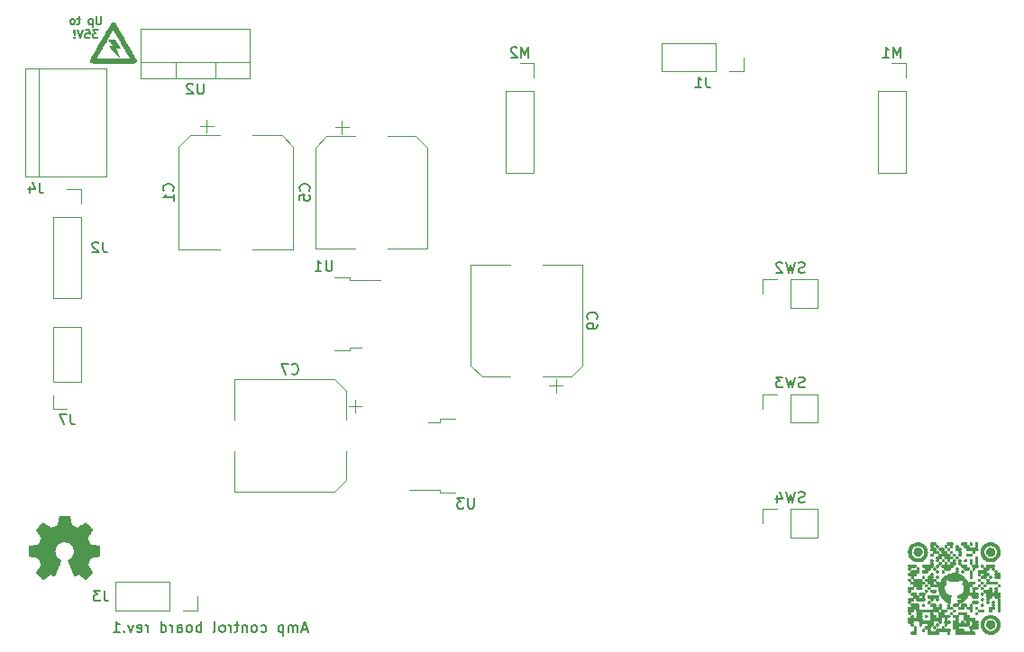
<source format=gbo>
G04 #@! TF.GenerationSoftware,KiCad,Pcbnew,(5.1.10)-1*
G04 #@! TF.CreationDate,2021-09-04T13:32:15+03:00*
G04 #@! TF.ProjectId,amp_control_board,616d705f-636f-46e7-9472-6f6c5f626f61,rev?*
G04 #@! TF.SameCoordinates,Original*
G04 #@! TF.FileFunction,Legend,Bot*
G04 #@! TF.FilePolarity,Positive*
%FSLAX46Y46*%
G04 Gerber Fmt 4.6, Leading zero omitted, Abs format (unit mm)*
G04 Created by KiCad (PCBNEW (5.1.10)-1) date 2021-09-04 13:32:15*
%MOMM*%
%LPD*%
G01*
G04 APERTURE LIST*
%ADD10C,0.150000*%
%ADD11C,0.010000*%
%ADD12C,0.120000*%
%ADD13C,1.000000*%
%ADD14C,5.000000*%
%ADD15O,1.700000X1.700000*%
%ADD16R,1.700000X1.700000*%
%ADD17R,3.000000X3.000000*%
%ADD18C,3.000000*%
%ADD19R,2.200000X1.200000*%
%ADD20R,6.400000X5.800000*%
%ADD21R,1.905000X2.000000*%
%ADD22O,1.905000X2.000000*%
%ADD23C,1.500000*%
%ADD24R,1.200000X1.200000*%
G04 APERTURE END LIST*
D10*
X135908142Y-67262214D02*
X135908142Y-67879071D01*
X135871857Y-67951642D01*
X135835571Y-67987928D01*
X135763000Y-68024214D01*
X135617857Y-68024214D01*
X135545285Y-67987928D01*
X135509000Y-67951642D01*
X135472714Y-67879071D01*
X135472714Y-67262214D01*
X135109857Y-67516214D02*
X135109857Y-68278214D01*
X135109857Y-67552500D02*
X135037285Y-67516214D01*
X134892142Y-67516214D01*
X134819571Y-67552500D01*
X134783285Y-67588785D01*
X134747000Y-67661357D01*
X134747000Y-67879071D01*
X134783285Y-67951642D01*
X134819571Y-67987928D01*
X134892142Y-68024214D01*
X135037285Y-68024214D01*
X135109857Y-67987928D01*
X133948714Y-67516214D02*
X133658428Y-67516214D01*
X133839857Y-67262214D02*
X133839857Y-67915357D01*
X133803571Y-67987928D01*
X133731000Y-68024214D01*
X133658428Y-68024214D01*
X133295571Y-68024214D02*
X133368142Y-67987928D01*
X133404428Y-67951642D01*
X133440714Y-67879071D01*
X133440714Y-67661357D01*
X133404428Y-67588785D01*
X133368142Y-67552500D01*
X133295571Y-67516214D01*
X133186714Y-67516214D01*
X133114142Y-67552500D01*
X133077857Y-67588785D01*
X133041571Y-67661357D01*
X133041571Y-67879071D01*
X133077857Y-67951642D01*
X133114142Y-67987928D01*
X133186714Y-68024214D01*
X133295571Y-68024214D01*
X135617857Y-68555214D02*
X135146142Y-68555214D01*
X135400142Y-68845500D01*
X135291285Y-68845500D01*
X135218714Y-68881785D01*
X135182428Y-68918071D01*
X135146142Y-68990642D01*
X135146142Y-69172071D01*
X135182428Y-69244642D01*
X135218714Y-69280928D01*
X135291285Y-69317214D01*
X135509000Y-69317214D01*
X135581571Y-69280928D01*
X135617857Y-69244642D01*
X134456714Y-68555214D02*
X134819571Y-68555214D01*
X134855857Y-68918071D01*
X134819571Y-68881785D01*
X134747000Y-68845500D01*
X134565571Y-68845500D01*
X134493000Y-68881785D01*
X134456714Y-68918071D01*
X134420428Y-68990642D01*
X134420428Y-69172071D01*
X134456714Y-69244642D01*
X134493000Y-69280928D01*
X134565571Y-69317214D01*
X134747000Y-69317214D01*
X134819571Y-69280928D01*
X134855857Y-69244642D01*
X134202714Y-68555214D02*
X133948714Y-69317214D01*
X133694714Y-68555214D01*
X133440714Y-69244642D02*
X133404428Y-69280928D01*
X133440714Y-69317214D01*
X133477000Y-69280928D01*
X133440714Y-69244642D01*
X133440714Y-69317214D01*
X133440714Y-69026928D02*
X133477000Y-68591500D01*
X133440714Y-68555214D01*
X133404428Y-68591500D01*
X133440714Y-69026928D01*
X133440714Y-68555214D01*
X155272238Y-124880666D02*
X154796047Y-124880666D01*
X155367476Y-125166380D02*
X155034142Y-124166380D01*
X154700809Y-125166380D01*
X154367476Y-125166380D02*
X154367476Y-124499714D01*
X154367476Y-124594952D02*
X154319857Y-124547333D01*
X154224619Y-124499714D01*
X154081761Y-124499714D01*
X153986523Y-124547333D01*
X153938904Y-124642571D01*
X153938904Y-125166380D01*
X153938904Y-124642571D02*
X153891285Y-124547333D01*
X153796047Y-124499714D01*
X153653190Y-124499714D01*
X153557952Y-124547333D01*
X153510333Y-124642571D01*
X153510333Y-125166380D01*
X153034142Y-124499714D02*
X153034142Y-125499714D01*
X153034142Y-124547333D02*
X152938904Y-124499714D01*
X152748428Y-124499714D01*
X152653190Y-124547333D01*
X152605571Y-124594952D01*
X152557952Y-124690190D01*
X152557952Y-124975904D01*
X152605571Y-125071142D01*
X152653190Y-125118761D01*
X152748428Y-125166380D01*
X152938904Y-125166380D01*
X153034142Y-125118761D01*
X150938904Y-125118761D02*
X151034142Y-125166380D01*
X151224619Y-125166380D01*
X151319857Y-125118761D01*
X151367476Y-125071142D01*
X151415095Y-124975904D01*
X151415095Y-124690190D01*
X151367476Y-124594952D01*
X151319857Y-124547333D01*
X151224619Y-124499714D01*
X151034142Y-124499714D01*
X150938904Y-124547333D01*
X150367476Y-125166380D02*
X150462714Y-125118761D01*
X150510333Y-125071142D01*
X150557952Y-124975904D01*
X150557952Y-124690190D01*
X150510333Y-124594952D01*
X150462714Y-124547333D01*
X150367476Y-124499714D01*
X150224619Y-124499714D01*
X150129380Y-124547333D01*
X150081761Y-124594952D01*
X150034142Y-124690190D01*
X150034142Y-124975904D01*
X150081761Y-125071142D01*
X150129380Y-125118761D01*
X150224619Y-125166380D01*
X150367476Y-125166380D01*
X149605571Y-124499714D02*
X149605571Y-125166380D01*
X149605571Y-124594952D02*
X149557952Y-124547333D01*
X149462714Y-124499714D01*
X149319857Y-124499714D01*
X149224619Y-124547333D01*
X149177000Y-124642571D01*
X149177000Y-125166380D01*
X148843666Y-124499714D02*
X148462714Y-124499714D01*
X148700809Y-124166380D02*
X148700809Y-125023523D01*
X148653190Y-125118761D01*
X148557952Y-125166380D01*
X148462714Y-125166380D01*
X148129380Y-125166380D02*
X148129380Y-124499714D01*
X148129380Y-124690190D02*
X148081761Y-124594952D01*
X148034142Y-124547333D01*
X147938904Y-124499714D01*
X147843666Y-124499714D01*
X147367476Y-125166380D02*
X147462714Y-125118761D01*
X147510333Y-125071142D01*
X147557952Y-124975904D01*
X147557952Y-124690190D01*
X147510333Y-124594952D01*
X147462714Y-124547333D01*
X147367476Y-124499714D01*
X147224619Y-124499714D01*
X147129380Y-124547333D01*
X147081761Y-124594952D01*
X147034142Y-124690190D01*
X147034142Y-124975904D01*
X147081761Y-125071142D01*
X147129380Y-125118761D01*
X147224619Y-125166380D01*
X147367476Y-125166380D01*
X146462714Y-125166380D02*
X146557952Y-125118761D01*
X146605571Y-125023523D01*
X146605571Y-124166380D01*
X145319857Y-125166380D02*
X145319857Y-124166380D01*
X145319857Y-124547333D02*
X145224619Y-124499714D01*
X145034142Y-124499714D01*
X144938904Y-124547333D01*
X144891285Y-124594952D01*
X144843666Y-124690190D01*
X144843666Y-124975904D01*
X144891285Y-125071142D01*
X144938904Y-125118761D01*
X145034142Y-125166380D01*
X145224619Y-125166380D01*
X145319857Y-125118761D01*
X144272238Y-125166380D02*
X144367476Y-125118761D01*
X144415095Y-125071142D01*
X144462714Y-124975904D01*
X144462714Y-124690190D01*
X144415095Y-124594952D01*
X144367476Y-124547333D01*
X144272238Y-124499714D01*
X144129380Y-124499714D01*
X144034142Y-124547333D01*
X143986523Y-124594952D01*
X143938904Y-124690190D01*
X143938904Y-124975904D01*
X143986523Y-125071142D01*
X144034142Y-125118761D01*
X144129380Y-125166380D01*
X144272238Y-125166380D01*
X143081761Y-125166380D02*
X143081761Y-124642571D01*
X143129380Y-124547333D01*
X143224619Y-124499714D01*
X143415095Y-124499714D01*
X143510333Y-124547333D01*
X143081761Y-125118761D02*
X143177000Y-125166380D01*
X143415095Y-125166380D01*
X143510333Y-125118761D01*
X143557952Y-125023523D01*
X143557952Y-124928285D01*
X143510333Y-124833047D01*
X143415095Y-124785428D01*
X143177000Y-124785428D01*
X143081761Y-124737809D01*
X142605571Y-125166380D02*
X142605571Y-124499714D01*
X142605571Y-124690190D02*
X142557952Y-124594952D01*
X142510333Y-124547333D01*
X142415095Y-124499714D01*
X142319857Y-124499714D01*
X141557952Y-125166380D02*
X141557952Y-124166380D01*
X141557952Y-125118761D02*
X141653190Y-125166380D01*
X141843666Y-125166380D01*
X141938904Y-125118761D01*
X141986523Y-125071142D01*
X142034142Y-124975904D01*
X142034142Y-124690190D01*
X141986523Y-124594952D01*
X141938904Y-124547333D01*
X141843666Y-124499714D01*
X141653190Y-124499714D01*
X141557952Y-124547333D01*
X140319857Y-125166380D02*
X140319857Y-124499714D01*
X140319857Y-124690190D02*
X140272238Y-124594952D01*
X140224619Y-124547333D01*
X140129380Y-124499714D01*
X140034142Y-124499714D01*
X139319857Y-125118761D02*
X139415095Y-125166380D01*
X139605571Y-125166380D01*
X139700809Y-125118761D01*
X139748428Y-125023523D01*
X139748428Y-124642571D01*
X139700809Y-124547333D01*
X139605571Y-124499714D01*
X139415095Y-124499714D01*
X139319857Y-124547333D01*
X139272238Y-124642571D01*
X139272238Y-124737809D01*
X139748428Y-124833047D01*
X138938904Y-124499714D02*
X138700809Y-125166380D01*
X138462714Y-124499714D01*
X138081761Y-125071142D02*
X138034142Y-125118761D01*
X138081761Y-125166380D01*
X138129380Y-125118761D01*
X138081761Y-125071142D01*
X138081761Y-125166380D01*
X137081761Y-125166380D02*
X137653190Y-125166380D01*
X137367476Y-125166380D02*
X137367476Y-124166380D01*
X137462714Y-124309238D01*
X137557952Y-124404476D01*
X137653190Y-124452095D01*
D11*
G36*
X136815294Y-69460706D02*
G01*
X136751546Y-69461196D01*
X136695370Y-69461963D01*
X136648669Y-69462967D01*
X136613344Y-69464169D01*
X136591297Y-69465527D01*
X136584377Y-69466883D01*
X136589893Y-69474270D01*
X136605657Y-69492957D01*
X136630557Y-69521684D01*
X136663484Y-69559194D01*
X136703327Y-69604225D01*
X136748976Y-69655520D01*
X136799322Y-69711817D01*
X136851077Y-69769441D01*
X136904885Y-69829358D01*
X136955059Y-69885481D01*
X137000490Y-69936551D01*
X137040068Y-69981309D01*
X137072683Y-70018496D01*
X137097226Y-70046852D01*
X137112588Y-70065118D01*
X137117667Y-70071993D01*
X137109557Y-70073712D01*
X137086656Y-70075414D01*
X137051106Y-70077020D01*
X137005049Y-70078453D01*
X136950626Y-70079636D01*
X136889980Y-70080491D01*
X136880566Y-70080585D01*
X136643465Y-70082834D01*
X137126099Y-70565406D01*
X137200885Y-70640079D01*
X137272126Y-70711012D01*
X137338930Y-70777330D01*
X137400409Y-70838157D01*
X137455670Y-70892621D01*
X137503826Y-70939847D01*
X137543984Y-70978960D01*
X137575256Y-71009086D01*
X137596750Y-71029350D01*
X137607578Y-71038880D01*
X137608733Y-71039444D01*
X137605274Y-71030299D01*
X137595350Y-71007297D01*
X137579638Y-70971936D01*
X137558816Y-70925711D01*
X137533561Y-70870119D01*
X137504552Y-70806655D01*
X137472466Y-70736817D01*
X137437980Y-70662101D01*
X137430933Y-70646873D01*
X137396098Y-70571570D01*
X137363520Y-70501035D01*
X137333877Y-70436735D01*
X137307841Y-70380142D01*
X137286090Y-70332724D01*
X137269297Y-70295952D01*
X137258137Y-70271295D01*
X137253287Y-70260224D01*
X137253133Y-70259763D01*
X137261221Y-70258836D01*
X137283972Y-70257839D01*
X137319115Y-70256830D01*
X137364380Y-70255866D01*
X137417496Y-70255005D01*
X137464178Y-70254429D01*
X137675223Y-70252167D01*
X137451186Y-69888100D01*
X137406700Y-69815856D01*
X137364320Y-69747120D01*
X137324988Y-69683415D01*
X137289646Y-69626262D01*
X137259237Y-69577183D01*
X137234702Y-69537701D01*
X137216984Y-69509338D01*
X137207025Y-69493615D01*
X137206154Y-69492283D01*
X137185160Y-69460533D01*
X136884713Y-69460533D01*
X136815294Y-69460706D01*
G37*
X136815294Y-69460706D02*
X136751546Y-69461196D01*
X136695370Y-69461963D01*
X136648669Y-69462967D01*
X136613344Y-69464169D01*
X136591297Y-69465527D01*
X136584377Y-69466883D01*
X136589893Y-69474270D01*
X136605657Y-69492957D01*
X136630557Y-69521684D01*
X136663484Y-69559194D01*
X136703327Y-69604225D01*
X136748976Y-69655520D01*
X136799322Y-69711817D01*
X136851077Y-69769441D01*
X136904885Y-69829358D01*
X136955059Y-69885481D01*
X137000490Y-69936551D01*
X137040068Y-69981309D01*
X137072683Y-70018496D01*
X137097226Y-70046852D01*
X137112588Y-70065118D01*
X137117667Y-70071993D01*
X137109557Y-70073712D01*
X137086656Y-70075414D01*
X137051106Y-70077020D01*
X137005049Y-70078453D01*
X136950626Y-70079636D01*
X136889980Y-70080491D01*
X136880566Y-70080585D01*
X136643465Y-70082834D01*
X137126099Y-70565406D01*
X137200885Y-70640079D01*
X137272126Y-70711012D01*
X137338930Y-70777330D01*
X137400409Y-70838157D01*
X137455670Y-70892621D01*
X137503826Y-70939847D01*
X137543984Y-70978960D01*
X137575256Y-71009086D01*
X137596750Y-71029350D01*
X137607578Y-71038880D01*
X137608733Y-71039444D01*
X137605274Y-71030299D01*
X137595350Y-71007297D01*
X137579638Y-70971936D01*
X137558816Y-70925711D01*
X137533561Y-70870119D01*
X137504552Y-70806655D01*
X137472466Y-70736817D01*
X137437980Y-70662101D01*
X137430933Y-70646873D01*
X137396098Y-70571570D01*
X137363520Y-70501035D01*
X137333877Y-70436735D01*
X137307841Y-70380142D01*
X137286090Y-70332724D01*
X137269297Y-70295952D01*
X137258137Y-70271295D01*
X137253287Y-70260224D01*
X137253133Y-70259763D01*
X137261221Y-70258836D01*
X137283972Y-70257839D01*
X137319115Y-70256830D01*
X137364380Y-70255866D01*
X137417496Y-70255005D01*
X137464178Y-70254429D01*
X137675223Y-70252167D01*
X137451186Y-69888100D01*
X137406700Y-69815856D01*
X137364320Y-69747120D01*
X137324988Y-69683415D01*
X137289646Y-69626262D01*
X137259237Y-69577183D01*
X137234702Y-69537701D01*
X137216984Y-69509338D01*
X137207025Y-69493615D01*
X137206154Y-69492283D01*
X137185160Y-69460533D01*
X136884713Y-69460533D01*
X136815294Y-69460706D01*
G36*
X136980155Y-67828224D02*
G01*
X136937377Y-67846164D01*
X136909965Y-67865200D01*
X136885513Y-67887057D01*
X136877264Y-67896506D01*
X136870389Y-67907293D01*
X136855581Y-67931898D01*
X136833297Y-67969530D01*
X136803990Y-68019402D01*
X136768116Y-68080725D01*
X136726129Y-68152711D01*
X136678485Y-68234570D01*
X136625637Y-68325515D01*
X136568041Y-68424757D01*
X136506151Y-68531506D01*
X136440422Y-68644976D01*
X136371309Y-68764376D01*
X136299267Y-68888919D01*
X136224750Y-69017817D01*
X136148213Y-69150279D01*
X136070111Y-69285519D01*
X135990898Y-69422746D01*
X135911030Y-69561174D01*
X135830961Y-69700013D01*
X135751146Y-69838474D01*
X135672040Y-69975770D01*
X135594096Y-70111111D01*
X135517771Y-70243709D01*
X135443519Y-70372776D01*
X135371795Y-70497522D01*
X135303052Y-70617160D01*
X135237747Y-70730901D01*
X135176334Y-70837956D01*
X135119268Y-70937536D01*
X135067003Y-71028854D01*
X135019993Y-71111120D01*
X134978695Y-71183546D01*
X134943563Y-71245344D01*
X134915051Y-71295725D01*
X134893614Y-71333900D01*
X134879707Y-71359081D01*
X134873785Y-71370479D01*
X134873645Y-71370840D01*
X134867648Y-71406451D01*
X134868636Y-71448919D01*
X134875938Y-71490000D01*
X134885423Y-71515465D01*
X134899315Y-71536301D01*
X134919778Y-71560606D01*
X134930085Y-71571207D01*
X134935878Y-71577319D01*
X134940622Y-71582980D01*
X134944954Y-71588206D01*
X134949517Y-71593013D01*
X134954949Y-71597420D01*
X134961891Y-71601444D01*
X134970983Y-71605101D01*
X134982864Y-71608408D01*
X134998176Y-71611384D01*
X135017558Y-71614045D01*
X135041650Y-71616408D01*
X135071092Y-71618490D01*
X135106525Y-71620309D01*
X135148588Y-71621882D01*
X135197921Y-71623226D01*
X135255165Y-71624357D01*
X135320959Y-71625295D01*
X135395944Y-71626054D01*
X135480760Y-71626653D01*
X135576046Y-71627109D01*
X135682443Y-71627439D01*
X135800592Y-71627660D01*
X135931131Y-71627789D01*
X136074701Y-71627844D01*
X136231943Y-71627842D01*
X136403495Y-71627799D01*
X136589999Y-71627733D01*
X136792095Y-71627661D01*
X137010421Y-71627601D01*
X137032391Y-71627596D01*
X137251154Y-71627543D01*
X137453617Y-71627474D01*
X137640415Y-71627384D01*
X137812181Y-71627269D01*
X137969550Y-71627125D01*
X138113155Y-71626948D01*
X138243629Y-71626734D01*
X138361608Y-71626477D01*
X138467725Y-71626175D01*
X138562614Y-71625823D01*
X138646909Y-71625417D01*
X138721243Y-71624952D01*
X138786251Y-71624424D01*
X138842567Y-71623830D01*
X138890824Y-71623164D01*
X138931657Y-71622423D01*
X138965698Y-71621603D01*
X138993583Y-71620699D01*
X139015945Y-71619707D01*
X139033419Y-71618623D01*
X139046637Y-71617443D01*
X139056234Y-71616163D01*
X139062844Y-71614777D01*
X139065000Y-71614123D01*
X139113246Y-71589319D01*
X139152144Y-71552938D01*
X139180245Y-71508066D01*
X139196101Y-71457790D01*
X139198262Y-71405196D01*
X139186268Y-71355791D01*
X139180324Y-71344168D01*
X139166378Y-71318778D01*
X139144885Y-71280410D01*
X139116303Y-71229852D01*
X139111613Y-71221600D01*
X138649194Y-71221600D01*
X137036764Y-71221600D01*
X136872856Y-71221571D01*
X136713533Y-71221486D01*
X136559616Y-71221348D01*
X136411926Y-71221160D01*
X136271284Y-71220924D01*
X136138512Y-71220643D01*
X136014432Y-71220321D01*
X135899864Y-71219960D01*
X135795630Y-71219563D01*
X135702552Y-71219132D01*
X135621450Y-71218672D01*
X135553147Y-71218183D01*
X135498463Y-71217671D01*
X135458220Y-71217136D01*
X135433240Y-71216583D01*
X135424343Y-71216013D01*
X135424333Y-71215994D01*
X135428485Y-71208079D01*
X135440604Y-71186400D01*
X135460191Y-71151825D01*
X135486742Y-71105224D01*
X135519756Y-71047467D01*
X135558731Y-70979424D01*
X135603165Y-70901963D01*
X135652557Y-70815956D01*
X135706404Y-70722271D01*
X135764205Y-70621779D01*
X135825457Y-70515348D01*
X135889660Y-70403849D01*
X135956311Y-70288151D01*
X136024908Y-70169125D01*
X136094950Y-70047639D01*
X136165934Y-69924563D01*
X136237360Y-69800767D01*
X136308724Y-69677121D01*
X136379525Y-69554495D01*
X136449262Y-69433757D01*
X136517433Y-69315779D01*
X136583534Y-69201428D01*
X136647066Y-69091576D01*
X136707526Y-68987092D01*
X136764412Y-68888845D01*
X136817222Y-68797705D01*
X136865455Y-68714542D01*
X136908608Y-68640226D01*
X136946181Y-68575626D01*
X136977670Y-68521612D01*
X137002574Y-68479053D01*
X137020392Y-68448820D01*
X137030621Y-68431782D01*
X137033000Y-68428171D01*
X137037622Y-68435358D01*
X137050253Y-68456449D01*
X137070448Y-68490680D01*
X137097761Y-68537282D01*
X137131747Y-68595489D01*
X137171962Y-68664535D01*
X137217959Y-68743652D01*
X137269294Y-68832074D01*
X137325522Y-68929035D01*
X137386197Y-69033767D01*
X137450875Y-69145504D01*
X137519109Y-69263479D01*
X137590456Y-69386925D01*
X137664469Y-69515076D01*
X137731500Y-69631212D01*
X137809525Y-69766437D01*
X137886469Y-69899789D01*
X137961791Y-70030328D01*
X138034947Y-70157115D01*
X138105397Y-70279210D01*
X138172597Y-70395673D01*
X138236006Y-70505565D01*
X138295081Y-70607945D01*
X138349280Y-70701875D01*
X138398060Y-70786413D01*
X138440880Y-70860621D01*
X138477197Y-70923559D01*
X138506469Y-70974286D01*
X138528154Y-71011864D01*
X138537480Y-71028025D01*
X138649194Y-71221600D01*
X139111613Y-71221600D01*
X139081085Y-71167893D01*
X139039689Y-71095321D01*
X138992571Y-71012924D01*
X138940185Y-70921491D01*
X138882987Y-70821811D01*
X138821435Y-70714671D01*
X138755982Y-70600860D01*
X138687086Y-70481167D01*
X138615202Y-70356380D01*
X138540785Y-70227286D01*
X138464292Y-70094676D01*
X138386178Y-69959336D01*
X138306899Y-69822056D01*
X138226911Y-69683623D01*
X138146669Y-69544827D01*
X138066631Y-69406456D01*
X137987250Y-69269297D01*
X137908984Y-69134140D01*
X137832287Y-69001773D01*
X137757616Y-68872984D01*
X137685427Y-68748561D01*
X137616175Y-68629294D01*
X137550316Y-68515969D01*
X137488306Y-68409377D01*
X137430601Y-68310305D01*
X137377656Y-68219541D01*
X137329927Y-68137875D01*
X137287871Y-68066093D01*
X137251942Y-68004986D01*
X137222597Y-67955340D01*
X137200292Y-67917946D01*
X137185482Y-67893590D01*
X137178623Y-67883061D01*
X137178433Y-67882841D01*
X137135957Y-67849236D01*
X137086202Y-67828543D01*
X137032993Y-67821345D01*
X136980155Y-67828224D01*
G37*
X136980155Y-67828224D02*
X136937377Y-67846164D01*
X136909965Y-67865200D01*
X136885513Y-67887057D01*
X136877264Y-67896506D01*
X136870389Y-67907293D01*
X136855581Y-67931898D01*
X136833297Y-67969530D01*
X136803990Y-68019402D01*
X136768116Y-68080725D01*
X136726129Y-68152711D01*
X136678485Y-68234570D01*
X136625637Y-68325515D01*
X136568041Y-68424757D01*
X136506151Y-68531506D01*
X136440422Y-68644976D01*
X136371309Y-68764376D01*
X136299267Y-68888919D01*
X136224750Y-69017817D01*
X136148213Y-69150279D01*
X136070111Y-69285519D01*
X135990898Y-69422746D01*
X135911030Y-69561174D01*
X135830961Y-69700013D01*
X135751146Y-69838474D01*
X135672040Y-69975770D01*
X135594096Y-70111111D01*
X135517771Y-70243709D01*
X135443519Y-70372776D01*
X135371795Y-70497522D01*
X135303052Y-70617160D01*
X135237747Y-70730901D01*
X135176334Y-70837956D01*
X135119268Y-70937536D01*
X135067003Y-71028854D01*
X135019993Y-71111120D01*
X134978695Y-71183546D01*
X134943563Y-71245344D01*
X134915051Y-71295725D01*
X134893614Y-71333900D01*
X134879707Y-71359081D01*
X134873785Y-71370479D01*
X134873645Y-71370840D01*
X134867648Y-71406451D01*
X134868636Y-71448919D01*
X134875938Y-71490000D01*
X134885423Y-71515465D01*
X134899315Y-71536301D01*
X134919778Y-71560606D01*
X134930085Y-71571207D01*
X134935878Y-71577319D01*
X134940622Y-71582980D01*
X134944954Y-71588206D01*
X134949517Y-71593013D01*
X134954949Y-71597420D01*
X134961891Y-71601444D01*
X134970983Y-71605101D01*
X134982864Y-71608408D01*
X134998176Y-71611384D01*
X135017558Y-71614045D01*
X135041650Y-71616408D01*
X135071092Y-71618490D01*
X135106525Y-71620309D01*
X135148588Y-71621882D01*
X135197921Y-71623226D01*
X135255165Y-71624357D01*
X135320959Y-71625295D01*
X135395944Y-71626054D01*
X135480760Y-71626653D01*
X135576046Y-71627109D01*
X135682443Y-71627439D01*
X135800592Y-71627660D01*
X135931131Y-71627789D01*
X136074701Y-71627844D01*
X136231943Y-71627842D01*
X136403495Y-71627799D01*
X136589999Y-71627733D01*
X136792095Y-71627661D01*
X137010421Y-71627601D01*
X137032391Y-71627596D01*
X137251154Y-71627543D01*
X137453617Y-71627474D01*
X137640415Y-71627384D01*
X137812181Y-71627269D01*
X137969550Y-71627125D01*
X138113155Y-71626948D01*
X138243629Y-71626734D01*
X138361608Y-71626477D01*
X138467725Y-71626175D01*
X138562614Y-71625823D01*
X138646909Y-71625417D01*
X138721243Y-71624952D01*
X138786251Y-71624424D01*
X138842567Y-71623830D01*
X138890824Y-71623164D01*
X138931657Y-71622423D01*
X138965698Y-71621603D01*
X138993583Y-71620699D01*
X139015945Y-71619707D01*
X139033419Y-71618623D01*
X139046637Y-71617443D01*
X139056234Y-71616163D01*
X139062844Y-71614777D01*
X139065000Y-71614123D01*
X139113246Y-71589319D01*
X139152144Y-71552938D01*
X139180245Y-71508066D01*
X139196101Y-71457790D01*
X139198262Y-71405196D01*
X139186268Y-71355791D01*
X139180324Y-71344168D01*
X139166378Y-71318778D01*
X139144885Y-71280410D01*
X139116303Y-71229852D01*
X139111613Y-71221600D01*
X138649194Y-71221600D01*
X137036764Y-71221600D01*
X136872856Y-71221571D01*
X136713533Y-71221486D01*
X136559616Y-71221348D01*
X136411926Y-71221160D01*
X136271284Y-71220924D01*
X136138512Y-71220643D01*
X136014432Y-71220321D01*
X135899864Y-71219960D01*
X135795630Y-71219563D01*
X135702552Y-71219132D01*
X135621450Y-71218672D01*
X135553147Y-71218183D01*
X135498463Y-71217671D01*
X135458220Y-71217136D01*
X135433240Y-71216583D01*
X135424343Y-71216013D01*
X135424333Y-71215994D01*
X135428485Y-71208079D01*
X135440604Y-71186400D01*
X135460191Y-71151825D01*
X135486742Y-71105224D01*
X135519756Y-71047467D01*
X135558731Y-70979424D01*
X135603165Y-70901963D01*
X135652557Y-70815956D01*
X135706404Y-70722271D01*
X135764205Y-70621779D01*
X135825457Y-70515348D01*
X135889660Y-70403849D01*
X135956311Y-70288151D01*
X136024908Y-70169125D01*
X136094950Y-70047639D01*
X136165934Y-69924563D01*
X136237360Y-69800767D01*
X136308724Y-69677121D01*
X136379525Y-69554495D01*
X136449262Y-69433757D01*
X136517433Y-69315779D01*
X136583534Y-69201428D01*
X136647066Y-69091576D01*
X136707526Y-68987092D01*
X136764412Y-68888845D01*
X136817222Y-68797705D01*
X136865455Y-68714542D01*
X136908608Y-68640226D01*
X136946181Y-68575626D01*
X136977670Y-68521612D01*
X137002574Y-68479053D01*
X137020392Y-68448820D01*
X137030621Y-68431782D01*
X137033000Y-68428171D01*
X137037622Y-68435358D01*
X137050253Y-68456449D01*
X137070448Y-68490680D01*
X137097761Y-68537282D01*
X137131747Y-68595489D01*
X137171962Y-68664535D01*
X137217959Y-68743652D01*
X137269294Y-68832074D01*
X137325522Y-68929035D01*
X137386197Y-69033767D01*
X137450875Y-69145504D01*
X137519109Y-69263479D01*
X137590456Y-69386925D01*
X137664469Y-69515076D01*
X137731500Y-69631212D01*
X137809525Y-69766437D01*
X137886469Y-69899789D01*
X137961791Y-70030328D01*
X138034947Y-70157115D01*
X138105397Y-70279210D01*
X138172597Y-70395673D01*
X138236006Y-70505565D01*
X138295081Y-70607945D01*
X138349280Y-70701875D01*
X138398060Y-70786413D01*
X138440880Y-70860621D01*
X138477197Y-70923559D01*
X138506469Y-70974286D01*
X138528154Y-71011864D01*
X138537480Y-71028025D01*
X138649194Y-71221600D01*
X139111613Y-71221600D01*
X139081085Y-71167893D01*
X139039689Y-71095321D01*
X138992571Y-71012924D01*
X138940185Y-70921491D01*
X138882987Y-70821811D01*
X138821435Y-70714671D01*
X138755982Y-70600860D01*
X138687086Y-70481167D01*
X138615202Y-70356380D01*
X138540785Y-70227286D01*
X138464292Y-70094676D01*
X138386178Y-69959336D01*
X138306899Y-69822056D01*
X138226911Y-69683623D01*
X138146669Y-69544827D01*
X138066631Y-69406456D01*
X137987250Y-69269297D01*
X137908984Y-69134140D01*
X137832287Y-69001773D01*
X137757616Y-68872984D01*
X137685427Y-68748561D01*
X137616175Y-68629294D01*
X137550316Y-68515969D01*
X137488306Y-68409377D01*
X137430601Y-68310305D01*
X137377656Y-68219541D01*
X137329927Y-68137875D01*
X137287871Y-68066093D01*
X137251942Y-68004986D01*
X137222597Y-67955340D01*
X137200292Y-67917946D01*
X137185482Y-67893590D01*
X137178623Y-67883061D01*
X137178433Y-67882841D01*
X137135957Y-67849236D01*
X137086202Y-67828543D01*
X137032993Y-67821345D01*
X136980155Y-67828224D01*
G36*
X131905186Y-114689931D02*
G01*
X131821365Y-115134555D01*
X131512080Y-115262053D01*
X131202794Y-115389551D01*
X130831754Y-115137246D01*
X130727843Y-115066996D01*
X130633913Y-115004272D01*
X130554348Y-114951938D01*
X130493530Y-114912857D01*
X130455843Y-114889893D01*
X130445579Y-114884942D01*
X130427090Y-114897676D01*
X130387580Y-114932882D01*
X130331478Y-114986062D01*
X130263213Y-115052718D01*
X130187214Y-115128354D01*
X130107908Y-115208472D01*
X130029725Y-115288574D01*
X129957093Y-115364164D01*
X129894441Y-115430745D01*
X129846197Y-115483818D01*
X129816790Y-115518887D01*
X129809759Y-115530623D01*
X129819877Y-115552260D01*
X129848241Y-115599662D01*
X129891871Y-115668193D01*
X129947782Y-115753215D01*
X130012994Y-115850093D01*
X130050781Y-115905350D01*
X130119657Y-116006248D01*
X130180860Y-116097299D01*
X130231422Y-116173970D01*
X130268372Y-116231728D01*
X130288742Y-116266043D01*
X130291803Y-116273254D01*
X130284864Y-116293748D01*
X130265949Y-116341513D01*
X130237913Y-116409832D01*
X130203609Y-116491989D01*
X130165891Y-116581270D01*
X130127613Y-116670958D01*
X130091630Y-116754338D01*
X130060794Y-116824694D01*
X130037961Y-116875310D01*
X130025983Y-116899471D01*
X130025276Y-116900422D01*
X130006469Y-116905036D01*
X129956382Y-116915328D01*
X129880207Y-116930287D01*
X129783135Y-116948901D01*
X129670357Y-116970159D01*
X129604558Y-116982418D01*
X129484050Y-117005362D01*
X129375203Y-117027195D01*
X129283524Y-117046722D01*
X129214519Y-117062748D01*
X129173696Y-117074079D01*
X129165489Y-117077674D01*
X129157452Y-117102006D01*
X129150967Y-117156959D01*
X129146030Y-117236108D01*
X129142636Y-117333026D01*
X129140782Y-117441287D01*
X129140462Y-117554465D01*
X129141673Y-117666135D01*
X129144410Y-117769868D01*
X129148669Y-117859241D01*
X129154445Y-117927826D01*
X129161733Y-117969197D01*
X129166105Y-117977810D01*
X129192236Y-117988133D01*
X129247607Y-118002892D01*
X129324893Y-118020352D01*
X129416770Y-118038780D01*
X129448842Y-118044741D01*
X129603476Y-118073066D01*
X129725625Y-118095876D01*
X129819327Y-118114080D01*
X129888616Y-118128583D01*
X129937529Y-118140292D01*
X129970103Y-118150115D01*
X129990372Y-118158956D01*
X130002374Y-118167724D01*
X130004053Y-118169457D01*
X130020816Y-118197371D01*
X130046386Y-118251695D01*
X130078212Y-118325777D01*
X130113740Y-118412965D01*
X130150417Y-118506608D01*
X130185689Y-118600052D01*
X130217004Y-118686647D01*
X130241807Y-118759740D01*
X130257546Y-118812678D01*
X130261668Y-118838811D01*
X130261324Y-118839726D01*
X130247359Y-118861086D01*
X130215678Y-118908084D01*
X130169609Y-118975827D01*
X130112482Y-119059423D01*
X130047627Y-119153982D01*
X130029157Y-119180854D01*
X129963301Y-119278275D01*
X129905350Y-119367163D01*
X129858462Y-119442412D01*
X129825793Y-119498920D01*
X129810500Y-119531581D01*
X129809759Y-119535593D01*
X129822608Y-119556684D01*
X129858112Y-119598464D01*
X129911707Y-119656445D01*
X129978829Y-119726135D01*
X130054913Y-119803045D01*
X130135396Y-119882683D01*
X130215713Y-119960561D01*
X130291301Y-120032186D01*
X130357595Y-120093070D01*
X130410031Y-120138721D01*
X130444045Y-120164650D01*
X130453455Y-120168883D01*
X130475357Y-120158912D01*
X130520200Y-120132020D01*
X130580679Y-120092736D01*
X130627211Y-120061117D01*
X130711525Y-120003098D01*
X130811374Y-119934784D01*
X130911527Y-119866579D01*
X130965373Y-119830075D01*
X131147629Y-119706800D01*
X131300619Y-119789520D01*
X131370318Y-119825759D01*
X131429586Y-119853926D01*
X131469689Y-119869991D01*
X131479897Y-119872226D01*
X131492171Y-119855722D01*
X131516387Y-119809082D01*
X131550737Y-119736609D01*
X131593412Y-119642606D01*
X131642606Y-119531374D01*
X131696510Y-119407215D01*
X131753316Y-119274432D01*
X131811218Y-119137327D01*
X131868407Y-119000202D01*
X131923076Y-118867358D01*
X131973416Y-118743098D01*
X132017620Y-118631725D01*
X132053881Y-118537539D01*
X132080391Y-118464844D01*
X132095342Y-118417941D01*
X132097746Y-118401833D01*
X132078689Y-118381286D01*
X132036964Y-118347933D01*
X131981294Y-118308702D01*
X131976622Y-118305599D01*
X131832736Y-118190423D01*
X131716717Y-118056053D01*
X131629570Y-117906784D01*
X131572301Y-117746913D01*
X131545914Y-117580737D01*
X131551415Y-117412552D01*
X131589810Y-117246655D01*
X131662105Y-117087342D01*
X131683374Y-117052487D01*
X131794004Y-116911737D01*
X131924698Y-116798714D01*
X132070936Y-116714003D01*
X132228192Y-116658194D01*
X132391943Y-116631874D01*
X132557667Y-116635630D01*
X132720838Y-116670050D01*
X132876935Y-116735723D01*
X133021433Y-116833235D01*
X133066131Y-116872813D01*
X133179888Y-116996703D01*
X133262782Y-117127124D01*
X133319644Y-117273315D01*
X133351313Y-117418088D01*
X133359131Y-117580860D01*
X133333062Y-117744440D01*
X133275755Y-117903298D01*
X133189856Y-118051906D01*
X133078014Y-118184735D01*
X132942877Y-118296256D01*
X132925117Y-118308011D01*
X132868850Y-118346508D01*
X132826077Y-118379863D01*
X132805628Y-118401160D01*
X132805331Y-118401833D01*
X132809721Y-118424871D01*
X132827124Y-118477157D01*
X132855732Y-118554390D01*
X132893735Y-118652268D01*
X132939326Y-118766491D01*
X132990697Y-118892758D01*
X133046038Y-119026767D01*
X133103542Y-119164218D01*
X133161399Y-119300808D01*
X133217802Y-119432237D01*
X133270942Y-119554205D01*
X133319010Y-119662409D01*
X133360199Y-119752549D01*
X133392699Y-119820323D01*
X133414703Y-119861430D01*
X133423564Y-119872226D01*
X133450640Y-119863819D01*
X133501303Y-119841272D01*
X133566817Y-119808613D01*
X133602841Y-119789520D01*
X133755832Y-119706800D01*
X133938088Y-119830075D01*
X134031125Y-119893228D01*
X134132985Y-119962727D01*
X134228438Y-120028165D01*
X134276250Y-120061117D01*
X134343495Y-120106273D01*
X134400436Y-120142057D01*
X134439646Y-120163938D01*
X134452381Y-120168563D01*
X134470917Y-120156085D01*
X134511941Y-120121252D01*
X134571475Y-120067678D01*
X134645542Y-119998983D01*
X134730165Y-119918781D01*
X134783685Y-119867286D01*
X134877319Y-119775286D01*
X134958241Y-119692999D01*
X135023177Y-119623945D01*
X135068858Y-119571644D01*
X135092011Y-119539616D01*
X135094232Y-119533116D01*
X135083924Y-119508394D01*
X135055439Y-119458405D01*
X135011937Y-119388212D01*
X134956577Y-119302875D01*
X134892520Y-119207456D01*
X134874303Y-119180854D01*
X134807927Y-119084167D01*
X134748378Y-118997117D01*
X134698984Y-118924595D01*
X134663075Y-118871493D01*
X134643981Y-118842703D01*
X134642136Y-118839726D01*
X134644895Y-118816782D01*
X134659538Y-118766336D01*
X134683513Y-118695041D01*
X134714266Y-118609547D01*
X134749244Y-118516507D01*
X134785893Y-118422574D01*
X134821661Y-118334399D01*
X134853994Y-118258634D01*
X134880338Y-118201931D01*
X134898142Y-118170943D01*
X134899407Y-118169457D01*
X134910294Y-118160601D01*
X134928682Y-118151843D01*
X134958606Y-118142277D01*
X135004103Y-118130996D01*
X135069209Y-118117093D01*
X135157961Y-118099663D01*
X135274393Y-118077798D01*
X135422542Y-118050591D01*
X135454618Y-118044741D01*
X135549686Y-118026374D01*
X135632565Y-118008405D01*
X135695930Y-117992569D01*
X135732458Y-117980600D01*
X135737356Y-117977810D01*
X135745427Y-117953072D01*
X135751987Y-117897790D01*
X135757033Y-117818389D01*
X135760559Y-117721296D01*
X135762561Y-117612938D01*
X135763036Y-117499740D01*
X135761977Y-117388128D01*
X135759382Y-117284529D01*
X135755246Y-117195368D01*
X135749563Y-117127072D01*
X135742331Y-117086066D01*
X135737971Y-117077674D01*
X135713698Y-117069208D01*
X135658426Y-117055435D01*
X135577662Y-117037550D01*
X135476912Y-117016748D01*
X135361683Y-116994223D01*
X135298902Y-116982418D01*
X135179787Y-116960151D01*
X135073565Y-116939979D01*
X134985427Y-116922915D01*
X134920566Y-116909969D01*
X134884174Y-116902155D01*
X134878184Y-116900422D01*
X134868061Y-116880890D01*
X134846662Y-116833843D01*
X134816839Y-116766003D01*
X134781445Y-116684091D01*
X134743332Y-116594828D01*
X134705353Y-116504935D01*
X134670360Y-116421135D01*
X134641206Y-116350147D01*
X134620743Y-116298694D01*
X134611823Y-116273497D01*
X134611657Y-116272396D01*
X134621769Y-116252519D01*
X134650117Y-116206777D01*
X134693723Y-116139717D01*
X134749606Y-116055884D01*
X134814787Y-115959826D01*
X134852679Y-115904650D01*
X134921725Y-115803481D01*
X134983050Y-115711630D01*
X135033663Y-115633744D01*
X135070571Y-115574469D01*
X135090782Y-115538451D01*
X135093701Y-115530377D01*
X135081153Y-115511584D01*
X135046463Y-115471457D01*
X134994063Y-115414493D01*
X134928384Y-115345185D01*
X134853856Y-115268031D01*
X134774913Y-115187525D01*
X134695983Y-115108163D01*
X134621500Y-115034440D01*
X134555894Y-114970852D01*
X134503596Y-114921894D01*
X134469039Y-114892061D01*
X134457478Y-114884942D01*
X134438654Y-114894953D01*
X134393631Y-114923078D01*
X134326787Y-114966454D01*
X134242499Y-115022218D01*
X134145144Y-115087506D01*
X134071707Y-115137246D01*
X133700667Y-115389551D01*
X133082095Y-115134555D01*
X132998275Y-114689931D01*
X132914454Y-114245307D01*
X131989006Y-114245307D01*
X131905186Y-114689931D01*
G37*
X131905186Y-114689931D02*
X131821365Y-115134555D01*
X131512080Y-115262053D01*
X131202794Y-115389551D01*
X130831754Y-115137246D01*
X130727843Y-115066996D01*
X130633913Y-115004272D01*
X130554348Y-114951938D01*
X130493530Y-114912857D01*
X130455843Y-114889893D01*
X130445579Y-114884942D01*
X130427090Y-114897676D01*
X130387580Y-114932882D01*
X130331478Y-114986062D01*
X130263213Y-115052718D01*
X130187214Y-115128354D01*
X130107908Y-115208472D01*
X130029725Y-115288574D01*
X129957093Y-115364164D01*
X129894441Y-115430745D01*
X129846197Y-115483818D01*
X129816790Y-115518887D01*
X129809759Y-115530623D01*
X129819877Y-115552260D01*
X129848241Y-115599662D01*
X129891871Y-115668193D01*
X129947782Y-115753215D01*
X130012994Y-115850093D01*
X130050781Y-115905350D01*
X130119657Y-116006248D01*
X130180860Y-116097299D01*
X130231422Y-116173970D01*
X130268372Y-116231728D01*
X130288742Y-116266043D01*
X130291803Y-116273254D01*
X130284864Y-116293748D01*
X130265949Y-116341513D01*
X130237913Y-116409832D01*
X130203609Y-116491989D01*
X130165891Y-116581270D01*
X130127613Y-116670958D01*
X130091630Y-116754338D01*
X130060794Y-116824694D01*
X130037961Y-116875310D01*
X130025983Y-116899471D01*
X130025276Y-116900422D01*
X130006469Y-116905036D01*
X129956382Y-116915328D01*
X129880207Y-116930287D01*
X129783135Y-116948901D01*
X129670357Y-116970159D01*
X129604558Y-116982418D01*
X129484050Y-117005362D01*
X129375203Y-117027195D01*
X129283524Y-117046722D01*
X129214519Y-117062748D01*
X129173696Y-117074079D01*
X129165489Y-117077674D01*
X129157452Y-117102006D01*
X129150967Y-117156959D01*
X129146030Y-117236108D01*
X129142636Y-117333026D01*
X129140782Y-117441287D01*
X129140462Y-117554465D01*
X129141673Y-117666135D01*
X129144410Y-117769868D01*
X129148669Y-117859241D01*
X129154445Y-117927826D01*
X129161733Y-117969197D01*
X129166105Y-117977810D01*
X129192236Y-117988133D01*
X129247607Y-118002892D01*
X129324893Y-118020352D01*
X129416770Y-118038780D01*
X129448842Y-118044741D01*
X129603476Y-118073066D01*
X129725625Y-118095876D01*
X129819327Y-118114080D01*
X129888616Y-118128583D01*
X129937529Y-118140292D01*
X129970103Y-118150115D01*
X129990372Y-118158956D01*
X130002374Y-118167724D01*
X130004053Y-118169457D01*
X130020816Y-118197371D01*
X130046386Y-118251695D01*
X130078212Y-118325777D01*
X130113740Y-118412965D01*
X130150417Y-118506608D01*
X130185689Y-118600052D01*
X130217004Y-118686647D01*
X130241807Y-118759740D01*
X130257546Y-118812678D01*
X130261668Y-118838811D01*
X130261324Y-118839726D01*
X130247359Y-118861086D01*
X130215678Y-118908084D01*
X130169609Y-118975827D01*
X130112482Y-119059423D01*
X130047627Y-119153982D01*
X130029157Y-119180854D01*
X129963301Y-119278275D01*
X129905350Y-119367163D01*
X129858462Y-119442412D01*
X129825793Y-119498920D01*
X129810500Y-119531581D01*
X129809759Y-119535593D01*
X129822608Y-119556684D01*
X129858112Y-119598464D01*
X129911707Y-119656445D01*
X129978829Y-119726135D01*
X130054913Y-119803045D01*
X130135396Y-119882683D01*
X130215713Y-119960561D01*
X130291301Y-120032186D01*
X130357595Y-120093070D01*
X130410031Y-120138721D01*
X130444045Y-120164650D01*
X130453455Y-120168883D01*
X130475357Y-120158912D01*
X130520200Y-120132020D01*
X130580679Y-120092736D01*
X130627211Y-120061117D01*
X130711525Y-120003098D01*
X130811374Y-119934784D01*
X130911527Y-119866579D01*
X130965373Y-119830075D01*
X131147629Y-119706800D01*
X131300619Y-119789520D01*
X131370318Y-119825759D01*
X131429586Y-119853926D01*
X131469689Y-119869991D01*
X131479897Y-119872226D01*
X131492171Y-119855722D01*
X131516387Y-119809082D01*
X131550737Y-119736609D01*
X131593412Y-119642606D01*
X131642606Y-119531374D01*
X131696510Y-119407215D01*
X131753316Y-119274432D01*
X131811218Y-119137327D01*
X131868407Y-119000202D01*
X131923076Y-118867358D01*
X131973416Y-118743098D01*
X132017620Y-118631725D01*
X132053881Y-118537539D01*
X132080391Y-118464844D01*
X132095342Y-118417941D01*
X132097746Y-118401833D01*
X132078689Y-118381286D01*
X132036964Y-118347933D01*
X131981294Y-118308702D01*
X131976622Y-118305599D01*
X131832736Y-118190423D01*
X131716717Y-118056053D01*
X131629570Y-117906784D01*
X131572301Y-117746913D01*
X131545914Y-117580737D01*
X131551415Y-117412552D01*
X131589810Y-117246655D01*
X131662105Y-117087342D01*
X131683374Y-117052487D01*
X131794004Y-116911737D01*
X131924698Y-116798714D01*
X132070936Y-116714003D01*
X132228192Y-116658194D01*
X132391943Y-116631874D01*
X132557667Y-116635630D01*
X132720838Y-116670050D01*
X132876935Y-116735723D01*
X133021433Y-116833235D01*
X133066131Y-116872813D01*
X133179888Y-116996703D01*
X133262782Y-117127124D01*
X133319644Y-117273315D01*
X133351313Y-117418088D01*
X133359131Y-117580860D01*
X133333062Y-117744440D01*
X133275755Y-117903298D01*
X133189856Y-118051906D01*
X133078014Y-118184735D01*
X132942877Y-118296256D01*
X132925117Y-118308011D01*
X132868850Y-118346508D01*
X132826077Y-118379863D01*
X132805628Y-118401160D01*
X132805331Y-118401833D01*
X132809721Y-118424871D01*
X132827124Y-118477157D01*
X132855732Y-118554390D01*
X132893735Y-118652268D01*
X132939326Y-118766491D01*
X132990697Y-118892758D01*
X133046038Y-119026767D01*
X133103542Y-119164218D01*
X133161399Y-119300808D01*
X133217802Y-119432237D01*
X133270942Y-119554205D01*
X133319010Y-119662409D01*
X133360199Y-119752549D01*
X133392699Y-119820323D01*
X133414703Y-119861430D01*
X133423564Y-119872226D01*
X133450640Y-119863819D01*
X133501303Y-119841272D01*
X133566817Y-119808613D01*
X133602841Y-119789520D01*
X133755832Y-119706800D01*
X133938088Y-119830075D01*
X134031125Y-119893228D01*
X134132985Y-119962727D01*
X134228438Y-120028165D01*
X134276250Y-120061117D01*
X134343495Y-120106273D01*
X134400436Y-120142057D01*
X134439646Y-120163938D01*
X134452381Y-120168563D01*
X134470917Y-120156085D01*
X134511941Y-120121252D01*
X134571475Y-120067678D01*
X134645542Y-119998983D01*
X134730165Y-119918781D01*
X134783685Y-119867286D01*
X134877319Y-119775286D01*
X134958241Y-119692999D01*
X135023177Y-119623945D01*
X135068858Y-119571644D01*
X135092011Y-119539616D01*
X135094232Y-119533116D01*
X135083924Y-119508394D01*
X135055439Y-119458405D01*
X135011937Y-119388212D01*
X134956577Y-119302875D01*
X134892520Y-119207456D01*
X134874303Y-119180854D01*
X134807927Y-119084167D01*
X134748378Y-118997117D01*
X134698984Y-118924595D01*
X134663075Y-118871493D01*
X134643981Y-118842703D01*
X134642136Y-118839726D01*
X134644895Y-118816782D01*
X134659538Y-118766336D01*
X134683513Y-118695041D01*
X134714266Y-118609547D01*
X134749244Y-118516507D01*
X134785893Y-118422574D01*
X134821661Y-118334399D01*
X134853994Y-118258634D01*
X134880338Y-118201931D01*
X134898142Y-118170943D01*
X134899407Y-118169457D01*
X134910294Y-118160601D01*
X134928682Y-118151843D01*
X134958606Y-118142277D01*
X135004103Y-118130996D01*
X135069209Y-118117093D01*
X135157961Y-118099663D01*
X135274393Y-118077798D01*
X135422542Y-118050591D01*
X135454618Y-118044741D01*
X135549686Y-118026374D01*
X135632565Y-118008405D01*
X135695930Y-117992569D01*
X135732458Y-117980600D01*
X135737356Y-117977810D01*
X135745427Y-117953072D01*
X135751987Y-117897790D01*
X135757033Y-117818389D01*
X135760559Y-117721296D01*
X135762561Y-117612938D01*
X135763036Y-117499740D01*
X135761977Y-117388128D01*
X135759382Y-117284529D01*
X135755246Y-117195368D01*
X135749563Y-117127072D01*
X135742331Y-117086066D01*
X135737971Y-117077674D01*
X135713698Y-117069208D01*
X135658426Y-117055435D01*
X135577662Y-117037550D01*
X135476912Y-117016748D01*
X135361683Y-116994223D01*
X135298902Y-116982418D01*
X135179787Y-116960151D01*
X135073565Y-116939979D01*
X134985427Y-116922915D01*
X134920566Y-116909969D01*
X134884174Y-116902155D01*
X134878184Y-116900422D01*
X134868061Y-116880890D01*
X134846662Y-116833843D01*
X134816839Y-116766003D01*
X134781445Y-116684091D01*
X134743332Y-116594828D01*
X134705353Y-116504935D01*
X134670360Y-116421135D01*
X134641206Y-116350147D01*
X134620743Y-116298694D01*
X134611823Y-116273497D01*
X134611657Y-116272396D01*
X134621769Y-116252519D01*
X134650117Y-116206777D01*
X134693723Y-116139717D01*
X134749606Y-116055884D01*
X134814787Y-115959826D01*
X134852679Y-115904650D01*
X134921725Y-115803481D01*
X134983050Y-115711630D01*
X135033663Y-115633744D01*
X135070571Y-115574469D01*
X135090782Y-115538451D01*
X135093701Y-115530377D01*
X135081153Y-115511584D01*
X135046463Y-115471457D01*
X134994063Y-115414493D01*
X134928384Y-115345185D01*
X134853856Y-115268031D01*
X134774913Y-115187525D01*
X134695983Y-115108163D01*
X134621500Y-115034440D01*
X134555894Y-114970852D01*
X134503596Y-114921894D01*
X134469039Y-114892061D01*
X134457478Y-114884942D01*
X134438654Y-114894953D01*
X134393631Y-114923078D01*
X134326787Y-114966454D01*
X134242499Y-115022218D01*
X134145144Y-115087506D01*
X134071707Y-115137246D01*
X133700667Y-115389551D01*
X133082095Y-115134555D01*
X132998275Y-114689931D01*
X132914454Y-114245307D01*
X131989006Y-114245307D01*
X131905186Y-114689931D01*
G36*
X212551225Y-117236486D02*
G01*
X212482503Y-117255204D01*
X212416677Y-117287999D01*
X212355554Y-117335548D01*
X212347682Y-117343214D01*
X212298472Y-117403871D01*
X212262510Y-117472821D01*
X212240631Y-117547193D01*
X212233673Y-117624115D01*
X212242473Y-117700718D01*
X212242913Y-117702653D01*
X212267617Y-117773461D01*
X212306569Y-117838655D01*
X212357400Y-117895865D01*
X212417738Y-117942719D01*
X212485213Y-117976847D01*
X212531214Y-117990954D01*
X212575513Y-117997208D01*
X212627021Y-117998536D01*
X212677676Y-117995077D01*
X212716534Y-117987800D01*
X212790083Y-117959101D01*
X212855002Y-117917443D01*
X212909899Y-117864769D01*
X212953381Y-117803024D01*
X212984055Y-117734154D01*
X213000528Y-117660102D01*
X213001962Y-117589300D01*
X212988472Y-117511916D01*
X212961618Y-117442492D01*
X212923208Y-117381708D01*
X212875048Y-117330243D01*
X212818944Y-117288776D01*
X212756703Y-117257988D01*
X212690132Y-117238557D01*
X212621037Y-117231163D01*
X212551225Y-117236486D01*
G37*
X212551225Y-117236486D02*
X212482503Y-117255204D01*
X212416677Y-117287999D01*
X212355554Y-117335548D01*
X212347682Y-117343214D01*
X212298472Y-117403871D01*
X212262510Y-117472821D01*
X212240631Y-117547193D01*
X212233673Y-117624115D01*
X212242473Y-117700718D01*
X212242913Y-117702653D01*
X212267617Y-117773461D01*
X212306569Y-117838655D01*
X212357400Y-117895865D01*
X212417738Y-117942719D01*
X212485213Y-117976847D01*
X212531214Y-117990954D01*
X212575513Y-117997208D01*
X212627021Y-117998536D01*
X212677676Y-117995077D01*
X212716534Y-117987800D01*
X212790083Y-117959101D01*
X212855002Y-117917443D01*
X212909899Y-117864769D01*
X212953381Y-117803024D01*
X212984055Y-117734154D01*
X213000528Y-117660102D01*
X213001962Y-117589300D01*
X212988472Y-117511916D01*
X212961618Y-117442492D01*
X212923208Y-117381708D01*
X212875048Y-117330243D01*
X212818944Y-117288776D01*
X212756703Y-117257988D01*
X212690132Y-117238557D01*
X212621037Y-117231163D01*
X212551225Y-117236486D01*
G36*
X219375359Y-117236486D02*
G01*
X219306636Y-117255204D01*
X219240810Y-117287999D01*
X219179687Y-117335548D01*
X219171815Y-117343214D01*
X219122605Y-117403871D01*
X219086643Y-117472821D01*
X219064764Y-117547193D01*
X219057806Y-117624115D01*
X219066606Y-117700718D01*
X219067046Y-117702653D01*
X219091750Y-117773461D01*
X219130703Y-117838655D01*
X219181533Y-117895865D01*
X219241872Y-117942719D01*
X219309346Y-117976847D01*
X219355347Y-117990954D01*
X219399647Y-117997208D01*
X219451155Y-117998536D01*
X219501810Y-117995077D01*
X219540667Y-117987800D01*
X219614216Y-117959101D01*
X219679135Y-117917443D01*
X219734032Y-117864769D01*
X219777514Y-117803024D01*
X219808188Y-117734154D01*
X219824662Y-117660102D01*
X219826095Y-117589300D01*
X219812605Y-117511916D01*
X219785752Y-117442492D01*
X219747342Y-117381708D01*
X219699181Y-117330243D01*
X219643077Y-117288776D01*
X219580836Y-117257988D01*
X219514265Y-117238557D01*
X219445170Y-117231163D01*
X219375359Y-117236486D01*
G37*
X219375359Y-117236486D02*
X219306636Y-117255204D01*
X219240810Y-117287999D01*
X219179687Y-117335548D01*
X219171815Y-117343214D01*
X219122605Y-117403871D01*
X219086643Y-117472821D01*
X219064764Y-117547193D01*
X219057806Y-117624115D01*
X219066606Y-117700718D01*
X219067046Y-117702653D01*
X219091750Y-117773461D01*
X219130703Y-117838655D01*
X219181533Y-117895865D01*
X219241872Y-117942719D01*
X219309346Y-117976847D01*
X219355347Y-117990954D01*
X219399647Y-117997208D01*
X219451155Y-117998536D01*
X219501810Y-117995077D01*
X219540667Y-117987800D01*
X219614216Y-117959101D01*
X219679135Y-117917443D01*
X219734032Y-117864769D01*
X219777514Y-117803024D01*
X219808188Y-117734154D01*
X219824662Y-117660102D01*
X219826095Y-117589300D01*
X219812605Y-117511916D01*
X219785752Y-117442492D01*
X219747342Y-117381708D01*
X219699181Y-117330243D01*
X219643077Y-117288776D01*
X219580836Y-117257988D01*
X219514265Y-117238557D01*
X219445170Y-117231163D01*
X219375359Y-117236486D01*
G36*
X219375359Y-124060619D02*
G01*
X219306636Y-124079338D01*
X219240810Y-124112132D01*
X219179687Y-124159681D01*
X219171815Y-124167347D01*
X219122605Y-124228005D01*
X219086643Y-124296955D01*
X219064764Y-124371326D01*
X219057806Y-124448249D01*
X219066606Y-124524851D01*
X219067046Y-124526786D01*
X219091750Y-124597594D01*
X219130703Y-124662789D01*
X219181533Y-124719998D01*
X219241872Y-124766852D01*
X219309346Y-124800980D01*
X219355347Y-124815087D01*
X219399647Y-124821341D01*
X219451155Y-124822670D01*
X219501810Y-124819210D01*
X219540667Y-124811934D01*
X219614216Y-124783235D01*
X219679135Y-124741576D01*
X219734032Y-124688902D01*
X219777514Y-124627158D01*
X219808188Y-124558287D01*
X219824662Y-124484235D01*
X219826095Y-124413433D01*
X219812605Y-124336049D01*
X219785752Y-124266625D01*
X219747342Y-124205841D01*
X219699181Y-124154376D01*
X219643077Y-124112910D01*
X219580836Y-124082121D01*
X219514265Y-124062690D01*
X219445170Y-124055296D01*
X219375359Y-124060619D01*
G37*
X219375359Y-124060619D02*
X219306636Y-124079338D01*
X219240810Y-124112132D01*
X219179687Y-124159681D01*
X219171815Y-124167347D01*
X219122605Y-124228005D01*
X219086643Y-124296955D01*
X219064764Y-124371326D01*
X219057806Y-124448249D01*
X219066606Y-124524851D01*
X219067046Y-124526786D01*
X219091750Y-124597594D01*
X219130703Y-124662789D01*
X219181533Y-124719998D01*
X219241872Y-124766852D01*
X219309346Y-124800980D01*
X219355347Y-124815087D01*
X219399647Y-124821341D01*
X219451155Y-124822670D01*
X219501810Y-124819210D01*
X219540667Y-124811934D01*
X219614216Y-124783235D01*
X219679135Y-124741576D01*
X219734032Y-124688902D01*
X219777514Y-124627158D01*
X219808188Y-124558287D01*
X219824662Y-124484235D01*
X219826095Y-124413433D01*
X219812605Y-124336049D01*
X219785752Y-124266625D01*
X219747342Y-124205841D01*
X219699181Y-124154376D01*
X219643077Y-124112910D01*
X219580836Y-124082121D01*
X219514265Y-124062690D01*
X219445170Y-124055296D01*
X219375359Y-124060619D01*
G36*
X213988868Y-116725887D02*
G01*
X213938097Y-116726808D01*
X213899650Y-116729003D01*
X213871224Y-116733011D01*
X213850514Y-116739373D01*
X213835218Y-116748628D01*
X213823030Y-116761316D01*
X213811647Y-116777976D01*
X213808361Y-116783310D01*
X213793756Y-116821622D01*
X213796027Y-116860302D01*
X213808361Y-116888223D01*
X213820337Y-116906525D01*
X213832656Y-116920493D01*
X213847724Y-116930740D01*
X213867945Y-116937880D01*
X213895724Y-116942523D01*
X213933464Y-116945283D01*
X213983571Y-116946772D01*
X214041166Y-116947532D01*
X214094665Y-116947686D01*
X214143737Y-116947114D01*
X214185346Y-116945908D01*
X214216458Y-116944160D01*
X214234039Y-116941960D01*
X214235094Y-116941671D01*
X214271926Y-116922547D01*
X214298315Y-116893544D01*
X214312786Y-116858250D01*
X214313863Y-116820254D01*
X214300173Y-116783310D01*
X214288608Y-116765466D01*
X214276871Y-116751743D01*
X214262656Y-116741600D01*
X214243659Y-116734499D01*
X214217578Y-116729899D01*
X214182109Y-116727260D01*
X214134946Y-116726043D01*
X214073787Y-116725709D01*
X214054267Y-116725700D01*
X213988868Y-116725887D01*
G37*
X213988868Y-116725887D02*
X213938097Y-116726808D01*
X213899650Y-116729003D01*
X213871224Y-116733011D01*
X213850514Y-116739373D01*
X213835218Y-116748628D01*
X213823030Y-116761316D01*
X213811647Y-116777976D01*
X213808361Y-116783310D01*
X213793756Y-116821622D01*
X213796027Y-116860302D01*
X213808361Y-116888223D01*
X213820337Y-116906525D01*
X213832656Y-116920493D01*
X213847724Y-116930740D01*
X213867945Y-116937880D01*
X213895724Y-116942523D01*
X213933464Y-116945283D01*
X213983571Y-116946772D01*
X214041166Y-116947532D01*
X214094665Y-116947686D01*
X214143737Y-116947114D01*
X214185346Y-116945908D01*
X214216458Y-116944160D01*
X214234039Y-116941960D01*
X214235094Y-116941671D01*
X214271926Y-116922547D01*
X214298315Y-116893544D01*
X214312786Y-116858250D01*
X214313863Y-116820254D01*
X214300173Y-116783310D01*
X214288608Y-116765466D01*
X214276871Y-116751743D01*
X214262656Y-116741600D01*
X214243659Y-116734499D01*
X214217578Y-116729899D01*
X214182109Y-116727260D01*
X214134946Y-116726043D01*
X214073787Y-116725709D01*
X214054267Y-116725700D01*
X213988868Y-116725887D01*
G36*
X215563668Y-116725887D02*
G01*
X215512897Y-116726808D01*
X215474450Y-116729003D01*
X215446024Y-116733011D01*
X215425314Y-116739373D01*
X215410018Y-116748628D01*
X215397830Y-116761316D01*
X215386447Y-116777976D01*
X215383161Y-116783310D01*
X215368556Y-116821622D01*
X215370827Y-116860302D01*
X215383161Y-116888223D01*
X215395137Y-116906525D01*
X215407456Y-116920493D01*
X215422524Y-116930740D01*
X215442745Y-116937880D01*
X215470524Y-116942523D01*
X215508264Y-116945283D01*
X215558371Y-116946772D01*
X215615966Y-116947532D01*
X215669465Y-116947686D01*
X215718537Y-116947114D01*
X215760146Y-116945908D01*
X215791258Y-116944160D01*
X215808839Y-116941960D01*
X215809894Y-116941671D01*
X215846726Y-116922547D01*
X215873115Y-116893544D01*
X215887586Y-116858250D01*
X215888663Y-116820254D01*
X215874973Y-116783310D01*
X215863408Y-116765466D01*
X215851671Y-116751743D01*
X215837456Y-116741600D01*
X215818459Y-116734499D01*
X215792378Y-116729899D01*
X215756909Y-116727260D01*
X215709746Y-116726043D01*
X215648587Y-116725709D01*
X215629067Y-116725700D01*
X215563668Y-116725887D01*
G37*
X215563668Y-116725887D02*
X215512897Y-116726808D01*
X215474450Y-116729003D01*
X215446024Y-116733011D01*
X215425314Y-116739373D01*
X215410018Y-116748628D01*
X215397830Y-116761316D01*
X215386447Y-116777976D01*
X215383161Y-116783310D01*
X215368556Y-116821622D01*
X215370827Y-116860302D01*
X215383161Y-116888223D01*
X215395137Y-116906525D01*
X215407456Y-116920493D01*
X215422524Y-116930740D01*
X215442745Y-116937880D01*
X215470524Y-116942523D01*
X215508264Y-116945283D01*
X215558371Y-116946772D01*
X215615966Y-116947532D01*
X215669465Y-116947686D01*
X215718537Y-116947114D01*
X215760146Y-116945908D01*
X215791258Y-116944160D01*
X215808839Y-116941960D01*
X215809894Y-116941671D01*
X215846726Y-116922547D01*
X215873115Y-116893544D01*
X215887586Y-116858250D01*
X215888663Y-116820254D01*
X215874973Y-116783310D01*
X215863408Y-116765466D01*
X215851671Y-116751743D01*
X215837456Y-116741600D01*
X215818459Y-116734499D01*
X215792378Y-116729899D01*
X215756909Y-116727260D01*
X215709746Y-116726043D01*
X215648587Y-116725709D01*
X215629067Y-116725700D01*
X215563668Y-116725887D01*
G36*
X216876001Y-116725887D02*
G01*
X216825230Y-116726808D01*
X216786783Y-116729003D01*
X216758357Y-116733011D01*
X216737648Y-116739373D01*
X216722351Y-116748628D01*
X216710163Y-116761316D01*
X216698780Y-116777976D01*
X216695495Y-116783310D01*
X216680889Y-116821622D01*
X216683161Y-116860302D01*
X216695495Y-116888223D01*
X216707470Y-116906525D01*
X216719790Y-116920493D01*
X216734858Y-116930740D01*
X216755079Y-116937880D01*
X216782857Y-116942523D01*
X216820598Y-116945283D01*
X216870705Y-116946772D01*
X216928299Y-116947532D01*
X216981798Y-116947686D01*
X217030870Y-116947114D01*
X217072479Y-116945908D01*
X217103592Y-116944160D01*
X217121172Y-116941960D01*
X217122227Y-116941671D01*
X217159060Y-116922547D01*
X217185449Y-116893544D01*
X217199919Y-116858250D01*
X217200996Y-116820254D01*
X217187306Y-116783310D01*
X217175742Y-116765466D01*
X217164004Y-116751743D01*
X217149789Y-116741600D01*
X217130793Y-116734499D01*
X217104712Y-116729899D01*
X217069242Y-116727260D01*
X217022080Y-116726043D01*
X216960920Y-116725709D01*
X216941401Y-116725700D01*
X216876001Y-116725887D01*
G37*
X216876001Y-116725887D02*
X216825230Y-116726808D01*
X216786783Y-116729003D01*
X216758357Y-116733011D01*
X216737648Y-116739373D01*
X216722351Y-116748628D01*
X216710163Y-116761316D01*
X216698780Y-116777976D01*
X216695495Y-116783310D01*
X216680889Y-116821622D01*
X216683161Y-116860302D01*
X216695495Y-116888223D01*
X216707470Y-116906525D01*
X216719790Y-116920493D01*
X216734858Y-116930740D01*
X216755079Y-116937880D01*
X216782857Y-116942523D01*
X216820598Y-116945283D01*
X216870705Y-116946772D01*
X216928299Y-116947532D01*
X216981798Y-116947686D01*
X217030870Y-116947114D01*
X217072479Y-116945908D01*
X217103592Y-116944160D01*
X217121172Y-116941960D01*
X217122227Y-116941671D01*
X217159060Y-116922547D01*
X217185449Y-116893544D01*
X217199919Y-116858250D01*
X217200996Y-116820254D01*
X217187306Y-116783310D01*
X217175742Y-116765466D01*
X217164004Y-116751743D01*
X217149789Y-116741600D01*
X217130793Y-116734499D01*
X217104712Y-116729899D01*
X217069242Y-116727260D01*
X217022080Y-116726043D01*
X216960920Y-116725709D01*
X216941401Y-116725700D01*
X216876001Y-116725887D01*
G36*
X217548603Y-116737175D02*
G01*
X217518200Y-116759593D01*
X217497149Y-116791103D01*
X217487992Y-116829121D01*
X217492153Y-116867239D01*
X217503128Y-116890505D01*
X217521084Y-116913859D01*
X217541471Y-116932464D01*
X217559738Y-116941484D01*
X217562233Y-116941715D01*
X217578505Y-116943481D01*
X217589101Y-116945413D01*
X217609629Y-116945600D01*
X217630424Y-116941500D01*
X217665991Y-116923091D01*
X217690455Y-116895423D01*
X217703864Y-116861911D01*
X217706271Y-116825971D01*
X217697725Y-116791018D01*
X217678277Y-116760467D01*
X217647979Y-116737735D01*
X217627285Y-116729956D01*
X217585812Y-116726435D01*
X217548603Y-116737175D01*
G37*
X217548603Y-116737175D02*
X217518200Y-116759593D01*
X217497149Y-116791103D01*
X217487992Y-116829121D01*
X217492153Y-116867239D01*
X217503128Y-116890505D01*
X217521084Y-116913859D01*
X217541471Y-116932464D01*
X217559738Y-116941484D01*
X217562233Y-116941715D01*
X217578505Y-116943481D01*
X217589101Y-116945413D01*
X217609629Y-116945600D01*
X217630424Y-116941500D01*
X217665991Y-116923091D01*
X217690455Y-116895423D01*
X217703864Y-116861911D01*
X217706271Y-116825971D01*
X217697725Y-116791018D01*
X217678277Y-116760467D01*
X217647979Y-116737735D01*
X217627285Y-116729956D01*
X217585812Y-116726435D01*
X217548603Y-116737175D01*
G36*
X218073536Y-116737175D02*
G01*
X218043134Y-116759593D01*
X218022082Y-116791103D01*
X218012925Y-116829121D01*
X218017087Y-116867239D01*
X218028061Y-116890505D01*
X218046018Y-116913859D01*
X218066405Y-116932464D01*
X218084672Y-116941484D01*
X218087167Y-116941715D01*
X218103438Y-116943481D01*
X218114034Y-116945413D01*
X218134563Y-116945600D01*
X218155357Y-116941500D01*
X218190925Y-116923091D01*
X218215388Y-116895423D01*
X218228798Y-116861911D01*
X218231204Y-116825971D01*
X218222658Y-116791018D01*
X218203211Y-116760467D01*
X218172912Y-116737735D01*
X218152218Y-116729956D01*
X218110746Y-116726435D01*
X218073536Y-116737175D01*
G37*
X218073536Y-116737175D02*
X218043134Y-116759593D01*
X218022082Y-116791103D01*
X218012925Y-116829121D01*
X218017087Y-116867239D01*
X218028061Y-116890505D01*
X218046018Y-116913859D01*
X218066405Y-116932464D01*
X218084672Y-116941484D01*
X218087167Y-116941715D01*
X218103438Y-116943481D01*
X218114034Y-116945413D01*
X218134563Y-116945600D01*
X218155357Y-116941500D01*
X218190925Y-116923091D01*
X218215388Y-116895423D01*
X218228798Y-116861911D01*
X218231204Y-116825971D01*
X218222658Y-116791018D01*
X218203211Y-116760467D01*
X218172912Y-116737735D01*
X218152218Y-116729956D01*
X218110746Y-116726435D01*
X218073536Y-116737175D01*
G36*
X213874070Y-116999642D02*
G01*
X213843667Y-117022059D01*
X213822615Y-117053569D01*
X213813459Y-117091587D01*
X213817620Y-117129706D01*
X213828595Y-117152972D01*
X213846551Y-117176325D01*
X213866938Y-117194930D01*
X213885205Y-117203950D01*
X213887700Y-117204182D01*
X213903971Y-117205948D01*
X213914567Y-117207880D01*
X213935096Y-117208067D01*
X213955890Y-117203967D01*
X213991458Y-117185558D01*
X214015921Y-117157889D01*
X214029331Y-117124378D01*
X214031737Y-117088437D01*
X214023191Y-117053484D01*
X214003744Y-117022934D01*
X213973445Y-117000201D01*
X213952752Y-116992422D01*
X213911279Y-116988901D01*
X213874070Y-116999642D01*
G37*
X213874070Y-116999642D02*
X213843667Y-117022059D01*
X213822615Y-117053569D01*
X213813459Y-117091587D01*
X213817620Y-117129706D01*
X213828595Y-117152972D01*
X213846551Y-117176325D01*
X213866938Y-117194930D01*
X213885205Y-117203950D01*
X213887700Y-117204182D01*
X213903971Y-117205948D01*
X213914567Y-117207880D01*
X213935096Y-117208067D01*
X213955890Y-117203967D01*
X213991458Y-117185558D01*
X214015921Y-117157889D01*
X214029331Y-117124378D01*
X214031737Y-117088437D01*
X214023191Y-117053484D01*
X214003744Y-117022934D01*
X213973445Y-117000201D01*
X213952752Y-116992422D01*
X213911279Y-116988901D01*
X213874070Y-116999642D01*
G36*
X214399003Y-116999642D02*
G01*
X214368600Y-117022059D01*
X214347549Y-117053569D01*
X214338392Y-117091587D01*
X214342553Y-117129706D01*
X214353528Y-117152972D01*
X214371484Y-117176325D01*
X214391871Y-117194930D01*
X214410138Y-117203950D01*
X214412633Y-117204182D01*
X214428905Y-117205948D01*
X214439500Y-117207880D01*
X214460029Y-117208067D01*
X214480824Y-117203967D01*
X214516391Y-117185558D01*
X214540855Y-117157889D01*
X214554264Y-117124378D01*
X214556671Y-117088437D01*
X214548125Y-117053484D01*
X214528677Y-117022934D01*
X214498379Y-117000201D01*
X214477685Y-116992422D01*
X214436212Y-116988901D01*
X214399003Y-116999642D01*
G37*
X214399003Y-116999642D02*
X214368600Y-117022059D01*
X214347549Y-117053569D01*
X214338392Y-117091587D01*
X214342553Y-117129706D01*
X214353528Y-117152972D01*
X214371484Y-117176325D01*
X214391871Y-117194930D01*
X214410138Y-117203950D01*
X214412633Y-117204182D01*
X214428905Y-117205948D01*
X214439500Y-117207880D01*
X214460029Y-117208067D01*
X214480824Y-117203967D01*
X214516391Y-117185558D01*
X214540855Y-117157889D01*
X214554264Y-117124378D01*
X214556671Y-117088437D01*
X214548125Y-117053484D01*
X214528677Y-117022934D01*
X214498379Y-117000201D01*
X214477685Y-116992422D01*
X214436212Y-116988901D01*
X214399003Y-116999642D01*
G36*
X215186403Y-116999642D02*
G01*
X215156000Y-117022059D01*
X215134949Y-117053569D01*
X215125792Y-117091587D01*
X215129953Y-117129706D01*
X215140928Y-117152972D01*
X215158884Y-117176325D01*
X215179271Y-117194930D01*
X215197538Y-117203950D01*
X215200033Y-117204182D01*
X215216305Y-117205948D01*
X215226900Y-117207880D01*
X215247429Y-117208067D01*
X215268224Y-117203967D01*
X215303791Y-117185558D01*
X215328255Y-117157889D01*
X215341664Y-117124378D01*
X215344071Y-117088437D01*
X215335525Y-117053484D01*
X215316077Y-117022934D01*
X215285779Y-117000201D01*
X215265085Y-116992422D01*
X215223612Y-116988901D01*
X215186403Y-116999642D01*
G37*
X215186403Y-116999642D02*
X215156000Y-117022059D01*
X215134949Y-117053569D01*
X215125792Y-117091587D01*
X215129953Y-117129706D01*
X215140928Y-117152972D01*
X215158884Y-117176325D01*
X215179271Y-117194930D01*
X215197538Y-117203950D01*
X215200033Y-117204182D01*
X215216305Y-117205948D01*
X215226900Y-117207880D01*
X215247429Y-117208067D01*
X215268224Y-117203967D01*
X215303791Y-117185558D01*
X215328255Y-117157889D01*
X215341664Y-117124378D01*
X215344071Y-117088437D01*
X215335525Y-117053484D01*
X215316077Y-117022934D01*
X215285779Y-117000201D01*
X215265085Y-116992422D01*
X215223612Y-116988901D01*
X215186403Y-116999642D01*
G36*
X215711336Y-116999642D02*
G01*
X215680934Y-117022059D01*
X215659882Y-117053569D01*
X215650725Y-117091587D01*
X215654887Y-117129706D01*
X215665861Y-117152972D01*
X215683818Y-117176325D01*
X215704205Y-117194930D01*
X215722472Y-117203950D01*
X215724967Y-117204182D01*
X215741238Y-117205948D01*
X215751834Y-117207880D01*
X215772363Y-117208067D01*
X215793157Y-117203967D01*
X215828725Y-117185558D01*
X215853188Y-117157889D01*
X215866598Y-117124378D01*
X215869004Y-117088437D01*
X215860458Y-117053484D01*
X215841011Y-117022934D01*
X215810712Y-117000201D01*
X215790018Y-116992422D01*
X215748546Y-116988901D01*
X215711336Y-116999642D01*
G37*
X215711336Y-116999642D02*
X215680934Y-117022059D01*
X215659882Y-117053569D01*
X215650725Y-117091587D01*
X215654887Y-117129706D01*
X215665861Y-117152972D01*
X215683818Y-117176325D01*
X215704205Y-117194930D01*
X215722472Y-117203950D01*
X215724967Y-117204182D01*
X215741238Y-117205948D01*
X215751834Y-117207880D01*
X215772363Y-117208067D01*
X215793157Y-117203967D01*
X215828725Y-117185558D01*
X215853188Y-117157889D01*
X215866598Y-117124378D01*
X215869004Y-117088437D01*
X215860458Y-117053484D01*
X215841011Y-117022934D01*
X215810712Y-117000201D01*
X215790018Y-116992422D01*
X215748546Y-116988901D01*
X215711336Y-116999642D01*
G36*
X216236270Y-116999642D02*
G01*
X216205867Y-117022059D01*
X216184815Y-117053569D01*
X216175659Y-117091587D01*
X216179820Y-117129706D01*
X216190795Y-117152972D01*
X216208751Y-117176325D01*
X216229138Y-117194930D01*
X216247405Y-117203950D01*
X216249900Y-117204182D01*
X216266171Y-117205948D01*
X216276767Y-117207880D01*
X216297296Y-117208067D01*
X216318090Y-117203967D01*
X216353658Y-117185558D01*
X216378121Y-117157889D01*
X216391531Y-117124378D01*
X216393937Y-117088437D01*
X216385391Y-117053484D01*
X216365944Y-117022934D01*
X216335645Y-117000201D01*
X216314952Y-116992422D01*
X216273479Y-116988901D01*
X216236270Y-116999642D01*
G37*
X216236270Y-116999642D02*
X216205867Y-117022059D01*
X216184815Y-117053569D01*
X216175659Y-117091587D01*
X216179820Y-117129706D01*
X216190795Y-117152972D01*
X216208751Y-117176325D01*
X216229138Y-117194930D01*
X216247405Y-117203950D01*
X216249900Y-117204182D01*
X216266171Y-117205948D01*
X216276767Y-117207880D01*
X216297296Y-117208067D01*
X216318090Y-117203967D01*
X216353658Y-117185558D01*
X216378121Y-117157889D01*
X216391531Y-117124378D01*
X216393937Y-117088437D01*
X216385391Y-117053484D01*
X216365944Y-117022934D01*
X216335645Y-117000201D01*
X216314952Y-116992422D01*
X216273479Y-116988901D01*
X216236270Y-116999642D01*
G36*
X217138468Y-116988353D02*
G01*
X217087697Y-116989274D01*
X217049250Y-116991469D01*
X217020824Y-116995478D01*
X217000114Y-117001840D01*
X216984818Y-117011095D01*
X216972630Y-117023782D01*
X216961247Y-117040443D01*
X216957961Y-117045776D01*
X216943356Y-117084089D01*
X216945627Y-117122769D01*
X216957961Y-117150689D01*
X216969937Y-117168991D01*
X216982256Y-117182960D01*
X216997324Y-117193207D01*
X217017545Y-117200346D01*
X217045324Y-117204989D01*
X217083064Y-117207749D01*
X217133171Y-117209239D01*
X217190766Y-117209999D01*
X217244265Y-117210153D01*
X217293337Y-117209581D01*
X217334946Y-117208375D01*
X217366058Y-117206626D01*
X217383639Y-117204427D01*
X217384694Y-117204138D01*
X217421526Y-117185013D01*
X217447915Y-117156010D01*
X217462386Y-117120716D01*
X217463463Y-117082720D01*
X217449773Y-117045776D01*
X217438208Y-117027932D01*
X217426471Y-117014209D01*
X217412256Y-117004067D01*
X217393259Y-116996965D01*
X217367178Y-116992365D01*
X217331709Y-116989727D01*
X217284546Y-116988510D01*
X217223387Y-116988175D01*
X217203867Y-116988166D01*
X217138468Y-116988353D01*
G37*
X217138468Y-116988353D02*
X217087697Y-116989274D01*
X217049250Y-116991469D01*
X217020824Y-116995478D01*
X217000114Y-117001840D01*
X216984818Y-117011095D01*
X216972630Y-117023782D01*
X216961247Y-117040443D01*
X216957961Y-117045776D01*
X216943356Y-117084089D01*
X216945627Y-117122769D01*
X216957961Y-117150689D01*
X216969937Y-117168991D01*
X216982256Y-117182960D01*
X216997324Y-117193207D01*
X217017545Y-117200346D01*
X217045324Y-117204989D01*
X217083064Y-117207749D01*
X217133171Y-117209239D01*
X217190766Y-117209999D01*
X217244265Y-117210153D01*
X217293337Y-117209581D01*
X217334946Y-117208375D01*
X217366058Y-117206626D01*
X217383639Y-117204427D01*
X217384694Y-117204138D01*
X217421526Y-117185013D01*
X217447915Y-117156010D01*
X217462386Y-117120716D01*
X217463463Y-117082720D01*
X217449773Y-117045776D01*
X217438208Y-117027932D01*
X217426471Y-117014209D01*
X217412256Y-117004067D01*
X217393259Y-116996965D01*
X217367178Y-116992365D01*
X217331709Y-116989727D01*
X217284546Y-116988510D01*
X217223387Y-116988175D01*
X217203867Y-116988166D01*
X217138468Y-116988353D01*
G36*
X218073536Y-116999642D02*
G01*
X218043134Y-117022059D01*
X218022082Y-117053569D01*
X218012925Y-117091587D01*
X218017087Y-117129706D01*
X218028061Y-117152972D01*
X218046018Y-117176325D01*
X218066405Y-117194930D01*
X218084672Y-117203950D01*
X218087167Y-117204182D01*
X218103438Y-117205948D01*
X218114034Y-117207880D01*
X218134563Y-117208067D01*
X218155357Y-117203967D01*
X218190925Y-117185558D01*
X218215388Y-117157889D01*
X218228798Y-117124378D01*
X218231204Y-117088437D01*
X218222658Y-117053484D01*
X218203211Y-117022934D01*
X218172912Y-117000201D01*
X218152218Y-116992422D01*
X218110746Y-116988901D01*
X218073536Y-116999642D01*
G37*
X218073536Y-116999642D02*
X218043134Y-117022059D01*
X218022082Y-117053569D01*
X218012925Y-117091587D01*
X218017087Y-117129706D01*
X218028061Y-117152972D01*
X218046018Y-117176325D01*
X218066405Y-117194930D01*
X218084672Y-117203950D01*
X218087167Y-117204182D01*
X218103438Y-117205948D01*
X218114034Y-117207880D01*
X218134563Y-117208067D01*
X218155357Y-117203967D01*
X218190925Y-117185558D01*
X218215388Y-117157889D01*
X218228798Y-117124378D01*
X218231204Y-117088437D01*
X218222658Y-117053484D01*
X218203211Y-117022934D01*
X218172912Y-117000201D01*
X218152218Y-116992422D01*
X218110746Y-116988901D01*
X218073536Y-116999642D01*
G36*
X213988868Y-117250820D02*
G01*
X213938097Y-117251741D01*
X213899650Y-117253936D01*
X213871224Y-117257945D01*
X213850514Y-117264306D01*
X213835218Y-117273561D01*
X213823030Y-117286249D01*
X213811647Y-117302909D01*
X213808361Y-117308243D01*
X213793756Y-117346556D01*
X213796027Y-117385236D01*
X213808361Y-117413156D01*
X213820337Y-117431458D01*
X213832656Y-117445426D01*
X213847724Y-117455674D01*
X213867945Y-117462813D01*
X213895724Y-117467456D01*
X213933464Y-117470216D01*
X213983571Y-117471706D01*
X214041166Y-117472465D01*
X214094665Y-117472619D01*
X214143737Y-117472047D01*
X214185346Y-117470841D01*
X214216458Y-117469093D01*
X214234039Y-117466894D01*
X214235094Y-117466604D01*
X214271926Y-117447480D01*
X214298315Y-117418477D01*
X214312786Y-117383183D01*
X214313863Y-117345187D01*
X214300173Y-117308243D01*
X214288608Y-117290399D01*
X214276871Y-117276676D01*
X214262656Y-117266533D01*
X214243659Y-117259432D01*
X214217578Y-117254832D01*
X214182109Y-117252193D01*
X214134946Y-117250977D01*
X214073787Y-117250642D01*
X214054267Y-117250633D01*
X213988868Y-117250820D01*
G37*
X213988868Y-117250820D02*
X213938097Y-117251741D01*
X213899650Y-117253936D01*
X213871224Y-117257945D01*
X213850514Y-117264306D01*
X213835218Y-117273561D01*
X213823030Y-117286249D01*
X213811647Y-117302909D01*
X213808361Y-117308243D01*
X213793756Y-117346556D01*
X213796027Y-117385236D01*
X213808361Y-117413156D01*
X213820337Y-117431458D01*
X213832656Y-117445426D01*
X213847724Y-117455674D01*
X213867945Y-117462813D01*
X213895724Y-117467456D01*
X213933464Y-117470216D01*
X213983571Y-117471706D01*
X214041166Y-117472465D01*
X214094665Y-117472619D01*
X214143737Y-117472047D01*
X214185346Y-117470841D01*
X214216458Y-117469093D01*
X214234039Y-117466894D01*
X214235094Y-117466604D01*
X214271926Y-117447480D01*
X214298315Y-117418477D01*
X214312786Y-117383183D01*
X214313863Y-117345187D01*
X214300173Y-117308243D01*
X214288608Y-117290399D01*
X214276871Y-117276676D01*
X214262656Y-117266533D01*
X214243659Y-117259432D01*
X214217578Y-117254832D01*
X214182109Y-117252193D01*
X214134946Y-117250977D01*
X214073787Y-117250642D01*
X214054267Y-117250633D01*
X213988868Y-117250820D01*
G36*
X214776268Y-117250820D02*
G01*
X214725497Y-117251741D01*
X214687050Y-117253936D01*
X214658624Y-117257945D01*
X214637914Y-117264306D01*
X214622618Y-117273561D01*
X214610430Y-117286249D01*
X214599047Y-117302909D01*
X214595761Y-117308243D01*
X214581156Y-117346556D01*
X214583427Y-117385236D01*
X214595761Y-117413156D01*
X214607737Y-117431458D01*
X214620056Y-117445426D01*
X214635124Y-117455674D01*
X214655345Y-117462813D01*
X214683124Y-117467456D01*
X214720864Y-117470216D01*
X214770971Y-117471706D01*
X214828566Y-117472465D01*
X214882065Y-117472619D01*
X214931137Y-117472047D01*
X214972746Y-117470841D01*
X215003858Y-117469093D01*
X215021439Y-117466894D01*
X215022494Y-117466604D01*
X215059326Y-117447480D01*
X215085715Y-117418477D01*
X215100186Y-117383183D01*
X215101263Y-117345187D01*
X215087573Y-117308243D01*
X215076008Y-117290399D01*
X215064271Y-117276676D01*
X215050056Y-117266533D01*
X215031059Y-117259432D01*
X215004978Y-117254832D01*
X214969509Y-117252193D01*
X214922346Y-117250977D01*
X214861187Y-117250642D01*
X214841667Y-117250633D01*
X214776268Y-117250820D01*
G37*
X214776268Y-117250820D02*
X214725497Y-117251741D01*
X214687050Y-117253936D01*
X214658624Y-117257945D01*
X214637914Y-117264306D01*
X214622618Y-117273561D01*
X214610430Y-117286249D01*
X214599047Y-117302909D01*
X214595761Y-117308243D01*
X214581156Y-117346556D01*
X214583427Y-117385236D01*
X214595761Y-117413156D01*
X214607737Y-117431458D01*
X214620056Y-117445426D01*
X214635124Y-117455674D01*
X214655345Y-117462813D01*
X214683124Y-117467456D01*
X214720864Y-117470216D01*
X214770971Y-117471706D01*
X214828566Y-117472465D01*
X214882065Y-117472619D01*
X214931137Y-117472047D01*
X214972746Y-117470841D01*
X215003858Y-117469093D01*
X215021439Y-117466894D01*
X215022494Y-117466604D01*
X215059326Y-117447480D01*
X215085715Y-117418477D01*
X215100186Y-117383183D01*
X215101263Y-117345187D01*
X215087573Y-117308243D01*
X215076008Y-117290399D01*
X215064271Y-117276676D01*
X215050056Y-117266533D01*
X215031059Y-117259432D01*
X215004978Y-117254832D01*
X214969509Y-117252193D01*
X214922346Y-117250977D01*
X214861187Y-117250642D01*
X214841667Y-117250633D01*
X214776268Y-117250820D01*
G36*
X215448870Y-117262109D02*
G01*
X215418467Y-117284526D01*
X215397415Y-117316036D01*
X215388259Y-117354054D01*
X215392420Y-117392172D01*
X215403395Y-117415438D01*
X215421351Y-117438792D01*
X215441738Y-117457397D01*
X215460005Y-117466417D01*
X215462500Y-117466648D01*
X215478771Y-117468414D01*
X215489367Y-117470346D01*
X215509896Y-117470533D01*
X215530690Y-117466434D01*
X215566258Y-117448024D01*
X215590721Y-117420356D01*
X215604131Y-117386844D01*
X215606537Y-117350904D01*
X215597991Y-117315951D01*
X215578544Y-117285401D01*
X215548245Y-117262668D01*
X215527552Y-117254889D01*
X215486079Y-117251368D01*
X215448870Y-117262109D01*
G37*
X215448870Y-117262109D02*
X215418467Y-117284526D01*
X215397415Y-117316036D01*
X215388259Y-117354054D01*
X215392420Y-117392172D01*
X215403395Y-117415438D01*
X215421351Y-117438792D01*
X215441738Y-117457397D01*
X215460005Y-117466417D01*
X215462500Y-117466648D01*
X215478771Y-117468414D01*
X215489367Y-117470346D01*
X215509896Y-117470533D01*
X215530690Y-117466434D01*
X215566258Y-117448024D01*
X215590721Y-117420356D01*
X215604131Y-117386844D01*
X215606537Y-117350904D01*
X215597991Y-117315951D01*
X215578544Y-117285401D01*
X215548245Y-117262668D01*
X215527552Y-117254889D01*
X215486079Y-117251368D01*
X215448870Y-117262109D01*
G36*
X216351068Y-117250820D02*
G01*
X216300297Y-117251741D01*
X216261850Y-117253936D01*
X216233424Y-117257945D01*
X216212714Y-117264306D01*
X216197418Y-117273561D01*
X216185230Y-117286249D01*
X216173847Y-117302909D01*
X216170561Y-117308243D01*
X216155956Y-117346556D01*
X216158227Y-117385236D01*
X216170561Y-117413156D01*
X216182537Y-117431458D01*
X216194856Y-117445426D01*
X216209924Y-117455674D01*
X216230145Y-117462813D01*
X216257924Y-117467456D01*
X216295664Y-117470216D01*
X216345771Y-117471706D01*
X216403366Y-117472465D01*
X216456865Y-117472619D01*
X216505937Y-117472047D01*
X216547546Y-117470841D01*
X216578658Y-117469093D01*
X216596239Y-117466894D01*
X216597294Y-117466604D01*
X216634126Y-117447480D01*
X216660515Y-117418477D01*
X216674986Y-117383183D01*
X216676063Y-117345187D01*
X216662373Y-117308243D01*
X216650808Y-117290399D01*
X216639071Y-117276676D01*
X216624856Y-117266533D01*
X216605859Y-117259432D01*
X216579778Y-117254832D01*
X216544309Y-117252193D01*
X216497146Y-117250977D01*
X216435987Y-117250642D01*
X216416467Y-117250633D01*
X216351068Y-117250820D01*
G37*
X216351068Y-117250820D02*
X216300297Y-117251741D01*
X216261850Y-117253936D01*
X216233424Y-117257945D01*
X216212714Y-117264306D01*
X216197418Y-117273561D01*
X216185230Y-117286249D01*
X216173847Y-117302909D01*
X216170561Y-117308243D01*
X216155956Y-117346556D01*
X216158227Y-117385236D01*
X216170561Y-117413156D01*
X216182537Y-117431458D01*
X216194856Y-117445426D01*
X216209924Y-117455674D01*
X216230145Y-117462813D01*
X216257924Y-117467456D01*
X216295664Y-117470216D01*
X216345771Y-117471706D01*
X216403366Y-117472465D01*
X216456865Y-117472619D01*
X216505937Y-117472047D01*
X216547546Y-117470841D01*
X216578658Y-117469093D01*
X216596239Y-117466894D01*
X216597294Y-117466604D01*
X216634126Y-117447480D01*
X216660515Y-117418477D01*
X216674986Y-117383183D01*
X216676063Y-117345187D01*
X216662373Y-117308243D01*
X216650808Y-117290399D01*
X216639071Y-117276676D01*
X216624856Y-117266533D01*
X216605859Y-117259432D01*
X216579778Y-117254832D01*
X216544309Y-117252193D01*
X216497146Y-117250977D01*
X216435987Y-117250642D01*
X216416467Y-117250633D01*
X216351068Y-117250820D01*
G36*
X217541663Y-117250669D02*
G01*
X217470009Y-117250952D01*
X217411104Y-117251622D01*
X217363557Y-117252836D01*
X217325971Y-117254753D01*
X217296953Y-117257532D01*
X217275108Y-117261329D01*
X217259043Y-117266303D01*
X217247363Y-117272612D01*
X217238674Y-117280414D01*
X217231582Y-117289867D01*
X217224692Y-117301128D01*
X217220428Y-117308243D01*
X217205822Y-117346556D01*
X217208094Y-117385236D01*
X217220428Y-117413156D01*
X217227916Y-117425630D01*
X217234862Y-117436161D01*
X217242681Y-117444919D01*
X217252791Y-117452072D01*
X217266609Y-117457791D01*
X217285551Y-117462243D01*
X217311036Y-117465599D01*
X217344479Y-117468028D01*
X217387299Y-117469698D01*
X217440911Y-117470780D01*
X217506733Y-117471442D01*
X217586182Y-117471853D01*
X217680675Y-117472183D01*
X217715718Y-117472304D01*
X217800449Y-117472462D01*
X217880623Y-117472334D01*
X217954532Y-117471944D01*
X218020469Y-117471312D01*
X218076728Y-117470460D01*
X218121602Y-117469411D01*
X218153382Y-117468187D01*
X218170363Y-117466808D01*
X218172094Y-117466443D01*
X218208814Y-117447576D01*
X218235182Y-117418715D01*
X218249707Y-117383482D01*
X218250898Y-117345500D01*
X218237264Y-117308393D01*
X218237173Y-117308243D01*
X218229792Y-117295905D01*
X218222984Y-117285465D01*
X218215357Y-117276763D01*
X218205514Y-117269642D01*
X218192064Y-117263944D01*
X218173610Y-117259511D01*
X218148759Y-117256184D01*
X218116117Y-117253807D01*
X218074289Y-117252221D01*
X218021882Y-117251267D01*
X217957501Y-117250788D01*
X217879751Y-117250627D01*
X217787239Y-117250624D01*
X217728800Y-117250633D01*
X217627462Y-117250616D01*
X217541663Y-117250669D01*
G37*
X217541663Y-117250669D02*
X217470009Y-117250952D01*
X217411104Y-117251622D01*
X217363557Y-117252836D01*
X217325971Y-117254753D01*
X217296953Y-117257532D01*
X217275108Y-117261329D01*
X217259043Y-117266303D01*
X217247363Y-117272612D01*
X217238674Y-117280414D01*
X217231582Y-117289867D01*
X217224692Y-117301128D01*
X217220428Y-117308243D01*
X217205822Y-117346556D01*
X217208094Y-117385236D01*
X217220428Y-117413156D01*
X217227916Y-117425630D01*
X217234862Y-117436161D01*
X217242681Y-117444919D01*
X217252791Y-117452072D01*
X217266609Y-117457791D01*
X217285551Y-117462243D01*
X217311036Y-117465599D01*
X217344479Y-117468028D01*
X217387299Y-117469698D01*
X217440911Y-117470780D01*
X217506733Y-117471442D01*
X217586182Y-117471853D01*
X217680675Y-117472183D01*
X217715718Y-117472304D01*
X217800449Y-117472462D01*
X217880623Y-117472334D01*
X217954532Y-117471944D01*
X218020469Y-117471312D01*
X218076728Y-117470460D01*
X218121602Y-117469411D01*
X218153382Y-117468187D01*
X218170363Y-117466808D01*
X218172094Y-117466443D01*
X218208814Y-117447576D01*
X218235182Y-117418715D01*
X218249707Y-117383482D01*
X218250898Y-117345500D01*
X218237264Y-117308393D01*
X218237173Y-117308243D01*
X218229792Y-117295905D01*
X218222984Y-117285465D01*
X218215357Y-117276763D01*
X218205514Y-117269642D01*
X218192064Y-117263944D01*
X218173610Y-117259511D01*
X218148759Y-117256184D01*
X218116117Y-117253807D01*
X218074289Y-117252221D01*
X218021882Y-117251267D01*
X217957501Y-117250788D01*
X217879751Y-117250627D01*
X217787239Y-117250624D01*
X217728800Y-117250633D01*
X217627462Y-117250616D01*
X217541663Y-117250669D01*
G36*
X214251334Y-117513287D02*
G01*
X214200563Y-117514208D01*
X214162117Y-117516403D01*
X214133691Y-117520411D01*
X214112981Y-117526773D01*
X214097684Y-117536028D01*
X214085496Y-117548716D01*
X214074114Y-117565376D01*
X214070828Y-117570710D01*
X214056222Y-117609022D01*
X214058494Y-117647702D01*
X214070828Y-117675623D01*
X214082803Y-117693925D01*
X214095123Y-117707893D01*
X214110191Y-117718140D01*
X214130412Y-117725280D01*
X214158190Y-117729923D01*
X214195931Y-117732683D01*
X214246038Y-117734172D01*
X214303632Y-117734932D01*
X214357132Y-117735086D01*
X214406203Y-117734514D01*
X214447813Y-117733308D01*
X214478925Y-117731560D01*
X214496506Y-117729360D01*
X214497560Y-117729071D01*
X214534393Y-117709947D01*
X214560782Y-117680944D01*
X214575253Y-117645650D01*
X214576330Y-117607654D01*
X214562640Y-117570710D01*
X214551075Y-117552866D01*
X214539337Y-117539143D01*
X214525122Y-117529000D01*
X214506126Y-117521899D01*
X214480045Y-117517299D01*
X214444575Y-117514660D01*
X214397413Y-117513443D01*
X214336254Y-117513109D01*
X214316734Y-117513100D01*
X214251334Y-117513287D01*
G37*
X214251334Y-117513287D02*
X214200563Y-117514208D01*
X214162117Y-117516403D01*
X214133691Y-117520411D01*
X214112981Y-117526773D01*
X214097684Y-117536028D01*
X214085496Y-117548716D01*
X214074114Y-117565376D01*
X214070828Y-117570710D01*
X214056222Y-117609022D01*
X214058494Y-117647702D01*
X214070828Y-117675623D01*
X214082803Y-117693925D01*
X214095123Y-117707893D01*
X214110191Y-117718140D01*
X214130412Y-117725280D01*
X214158190Y-117729923D01*
X214195931Y-117732683D01*
X214246038Y-117734172D01*
X214303632Y-117734932D01*
X214357132Y-117735086D01*
X214406203Y-117734514D01*
X214447813Y-117733308D01*
X214478925Y-117731560D01*
X214496506Y-117729360D01*
X214497560Y-117729071D01*
X214534393Y-117709947D01*
X214560782Y-117680944D01*
X214575253Y-117645650D01*
X214576330Y-117607654D01*
X214562640Y-117570710D01*
X214551075Y-117552866D01*
X214539337Y-117539143D01*
X214525122Y-117529000D01*
X214506126Y-117521899D01*
X214480045Y-117517299D01*
X214444575Y-117514660D01*
X214397413Y-117513443D01*
X214336254Y-117513109D01*
X214316734Y-117513100D01*
X214251334Y-117513287D01*
G36*
X215038734Y-117513287D02*
G01*
X214987963Y-117514208D01*
X214949517Y-117516403D01*
X214921091Y-117520411D01*
X214900381Y-117526773D01*
X214885084Y-117536028D01*
X214872896Y-117548716D01*
X214861514Y-117565376D01*
X214858228Y-117570710D01*
X214843622Y-117609022D01*
X214845894Y-117647702D01*
X214858228Y-117675623D01*
X214870203Y-117693925D01*
X214882523Y-117707893D01*
X214897591Y-117718140D01*
X214917812Y-117725280D01*
X214945590Y-117729923D01*
X214983331Y-117732683D01*
X215033438Y-117734172D01*
X215091032Y-117734932D01*
X215144532Y-117735086D01*
X215193603Y-117734514D01*
X215235213Y-117733308D01*
X215266325Y-117731560D01*
X215283906Y-117729360D01*
X215284960Y-117729071D01*
X215321793Y-117709947D01*
X215348182Y-117680944D01*
X215362653Y-117645650D01*
X215363730Y-117607654D01*
X215350040Y-117570710D01*
X215338475Y-117552866D01*
X215326737Y-117539143D01*
X215312522Y-117529000D01*
X215293526Y-117521899D01*
X215267445Y-117517299D01*
X215231975Y-117514660D01*
X215184813Y-117513443D01*
X215123654Y-117513109D01*
X215104134Y-117513100D01*
X215038734Y-117513287D01*
G37*
X215038734Y-117513287D02*
X214987963Y-117514208D01*
X214949517Y-117516403D01*
X214921091Y-117520411D01*
X214900381Y-117526773D01*
X214885084Y-117536028D01*
X214872896Y-117548716D01*
X214861514Y-117565376D01*
X214858228Y-117570710D01*
X214843622Y-117609022D01*
X214845894Y-117647702D01*
X214858228Y-117675623D01*
X214870203Y-117693925D01*
X214882523Y-117707893D01*
X214897591Y-117718140D01*
X214917812Y-117725280D01*
X214945590Y-117729923D01*
X214983331Y-117732683D01*
X215033438Y-117734172D01*
X215091032Y-117734932D01*
X215144532Y-117735086D01*
X215193603Y-117734514D01*
X215235213Y-117733308D01*
X215266325Y-117731560D01*
X215283906Y-117729360D01*
X215284960Y-117729071D01*
X215321793Y-117709947D01*
X215348182Y-117680944D01*
X215362653Y-117645650D01*
X215363730Y-117607654D01*
X215350040Y-117570710D01*
X215338475Y-117552866D01*
X215326737Y-117539143D01*
X215312522Y-117529000D01*
X215293526Y-117521899D01*
X215267445Y-117517299D01*
X215231975Y-117514660D01*
X215184813Y-117513443D01*
X215123654Y-117513109D01*
X215104134Y-117513100D01*
X215038734Y-117513287D01*
G36*
X215711336Y-117524575D02*
G01*
X215680934Y-117546993D01*
X215659882Y-117578503D01*
X215650725Y-117616521D01*
X215654887Y-117654639D01*
X215665861Y-117677905D01*
X215683818Y-117701259D01*
X215704205Y-117719864D01*
X215722472Y-117728884D01*
X215724967Y-117729115D01*
X215741238Y-117730881D01*
X215751834Y-117732813D01*
X215772363Y-117733000D01*
X215793157Y-117728900D01*
X215828725Y-117710491D01*
X215853188Y-117682823D01*
X215866598Y-117649311D01*
X215869004Y-117613371D01*
X215860458Y-117578418D01*
X215841011Y-117547867D01*
X215810712Y-117525135D01*
X215790018Y-117517356D01*
X215748546Y-117513835D01*
X215711336Y-117524575D01*
G37*
X215711336Y-117524575D02*
X215680934Y-117546993D01*
X215659882Y-117578503D01*
X215650725Y-117616521D01*
X215654887Y-117654639D01*
X215665861Y-117677905D01*
X215683818Y-117701259D01*
X215704205Y-117719864D01*
X215722472Y-117728884D01*
X215724967Y-117729115D01*
X215741238Y-117730881D01*
X215751834Y-117732813D01*
X215772363Y-117733000D01*
X215793157Y-117728900D01*
X215828725Y-117710491D01*
X215853188Y-117682823D01*
X215866598Y-117649311D01*
X215869004Y-117613371D01*
X215860458Y-117578418D01*
X215841011Y-117547867D01*
X215810712Y-117525135D01*
X215790018Y-117517356D01*
X215748546Y-117513835D01*
X215711336Y-117524575D01*
G36*
X216498736Y-117524575D02*
G01*
X216468334Y-117546993D01*
X216447282Y-117578503D01*
X216438125Y-117616521D01*
X216442287Y-117654639D01*
X216453261Y-117677905D01*
X216471218Y-117701259D01*
X216491605Y-117719864D01*
X216509872Y-117728884D01*
X216512367Y-117729115D01*
X216528638Y-117730881D01*
X216539234Y-117732813D01*
X216559763Y-117733000D01*
X216580557Y-117728900D01*
X216616125Y-117710491D01*
X216640588Y-117682823D01*
X216653998Y-117649311D01*
X216656404Y-117613371D01*
X216647858Y-117578418D01*
X216628411Y-117547867D01*
X216598112Y-117525135D01*
X216577418Y-117517356D01*
X216535946Y-117513835D01*
X216498736Y-117524575D01*
G37*
X216498736Y-117524575D02*
X216468334Y-117546993D01*
X216447282Y-117578503D01*
X216438125Y-117616521D01*
X216442287Y-117654639D01*
X216453261Y-117677905D01*
X216471218Y-117701259D01*
X216491605Y-117719864D01*
X216509872Y-117728884D01*
X216512367Y-117729115D01*
X216528638Y-117730881D01*
X216539234Y-117732813D01*
X216559763Y-117733000D01*
X216580557Y-117728900D01*
X216616125Y-117710491D01*
X216640588Y-117682823D01*
X216653998Y-117649311D01*
X216656404Y-117613371D01*
X216647858Y-117578418D01*
X216628411Y-117547867D01*
X216598112Y-117525135D01*
X216577418Y-117517356D01*
X216535946Y-117513835D01*
X216498736Y-117524575D01*
G36*
X217811070Y-117524575D02*
G01*
X217780667Y-117546993D01*
X217759615Y-117578503D01*
X217750459Y-117616521D01*
X217754620Y-117654639D01*
X217765595Y-117677905D01*
X217783551Y-117701259D01*
X217803938Y-117719864D01*
X217822205Y-117728884D01*
X217824700Y-117729115D01*
X217840971Y-117730881D01*
X217851567Y-117732813D01*
X217872096Y-117733000D01*
X217892890Y-117728900D01*
X217928458Y-117710491D01*
X217952921Y-117682823D01*
X217966331Y-117649311D01*
X217968737Y-117613371D01*
X217960191Y-117578418D01*
X217940744Y-117547867D01*
X217910445Y-117525135D01*
X217889752Y-117517356D01*
X217848279Y-117513835D01*
X217811070Y-117524575D01*
G37*
X217811070Y-117524575D02*
X217780667Y-117546993D01*
X217759615Y-117578503D01*
X217750459Y-117616521D01*
X217754620Y-117654639D01*
X217765595Y-117677905D01*
X217783551Y-117701259D01*
X217803938Y-117719864D01*
X217822205Y-117728884D01*
X217824700Y-117729115D01*
X217840971Y-117730881D01*
X217851567Y-117732813D01*
X217872096Y-117733000D01*
X217892890Y-117728900D01*
X217928458Y-117710491D01*
X217952921Y-117682823D01*
X217966331Y-117649311D01*
X217968737Y-117613371D01*
X217960191Y-117578418D01*
X217940744Y-117547867D01*
X217910445Y-117525135D01*
X217889752Y-117517356D01*
X217848279Y-117513835D01*
X217811070Y-117524575D01*
G36*
X213874070Y-117787042D02*
G01*
X213843667Y-117809459D01*
X213822615Y-117840969D01*
X213813459Y-117878987D01*
X213817620Y-117917106D01*
X213828595Y-117940372D01*
X213846551Y-117963725D01*
X213866938Y-117982330D01*
X213885205Y-117991350D01*
X213887700Y-117991582D01*
X213903971Y-117993348D01*
X213914567Y-117995280D01*
X213935096Y-117995467D01*
X213955890Y-117991367D01*
X213991458Y-117972958D01*
X214015921Y-117945289D01*
X214029331Y-117911778D01*
X214031737Y-117875837D01*
X214023191Y-117840884D01*
X214003744Y-117810334D01*
X213973445Y-117787601D01*
X213952752Y-117779822D01*
X213911279Y-117776301D01*
X213874070Y-117787042D01*
G37*
X213874070Y-117787042D02*
X213843667Y-117809459D01*
X213822615Y-117840969D01*
X213813459Y-117878987D01*
X213817620Y-117917106D01*
X213828595Y-117940372D01*
X213846551Y-117963725D01*
X213866938Y-117982330D01*
X213885205Y-117991350D01*
X213887700Y-117991582D01*
X213903971Y-117993348D01*
X213914567Y-117995280D01*
X213935096Y-117995467D01*
X213955890Y-117991367D01*
X213991458Y-117972958D01*
X214015921Y-117945289D01*
X214029331Y-117911778D01*
X214031737Y-117875837D01*
X214023191Y-117840884D01*
X214003744Y-117810334D01*
X213973445Y-117787601D01*
X213952752Y-117779822D01*
X213911279Y-117776301D01*
X213874070Y-117787042D01*
G36*
X214916996Y-117775603D02*
G01*
X214845342Y-117775885D01*
X214786438Y-117776555D01*
X214738890Y-117777769D01*
X214701304Y-117779687D01*
X214672286Y-117782465D01*
X214650442Y-117786262D01*
X214634377Y-117791236D01*
X214622697Y-117797545D01*
X214614008Y-117805347D01*
X214606915Y-117814800D01*
X214600026Y-117826062D01*
X214595761Y-117833176D01*
X214581156Y-117871489D01*
X214583427Y-117910169D01*
X214595761Y-117938089D01*
X214603250Y-117950563D01*
X214610195Y-117961095D01*
X214618014Y-117969852D01*
X214628124Y-117977006D01*
X214641942Y-117982724D01*
X214660885Y-117987177D01*
X214686369Y-117990533D01*
X214719813Y-117992961D01*
X214762632Y-117994632D01*
X214816244Y-117995713D01*
X214882066Y-117996375D01*
X214961516Y-117996786D01*
X215056009Y-117997116D01*
X215091051Y-117997237D01*
X215175782Y-117997395D01*
X215255956Y-117997268D01*
X215329865Y-117996877D01*
X215395803Y-117996245D01*
X215452062Y-117995393D01*
X215496935Y-117994344D01*
X215528715Y-117993120D01*
X215545696Y-117991742D01*
X215547427Y-117991376D01*
X215584147Y-117972510D01*
X215610515Y-117943648D01*
X215625040Y-117908415D01*
X215626231Y-117870433D01*
X215612598Y-117833326D01*
X215612506Y-117833176D01*
X215605125Y-117820839D01*
X215598318Y-117810398D01*
X215590690Y-117801696D01*
X215580848Y-117794575D01*
X215567397Y-117788877D01*
X215548943Y-117784444D01*
X215524093Y-117781118D01*
X215491450Y-117778740D01*
X215449623Y-117777154D01*
X215397215Y-117776200D01*
X215332834Y-117775722D01*
X215255084Y-117775560D01*
X215162572Y-117775557D01*
X215104134Y-117775566D01*
X215002796Y-117775549D01*
X214916996Y-117775603D01*
G37*
X214916996Y-117775603D02*
X214845342Y-117775885D01*
X214786438Y-117776555D01*
X214738890Y-117777769D01*
X214701304Y-117779687D01*
X214672286Y-117782465D01*
X214650442Y-117786262D01*
X214634377Y-117791236D01*
X214622697Y-117797545D01*
X214614008Y-117805347D01*
X214606915Y-117814800D01*
X214600026Y-117826062D01*
X214595761Y-117833176D01*
X214581156Y-117871489D01*
X214583427Y-117910169D01*
X214595761Y-117938089D01*
X214603250Y-117950563D01*
X214610195Y-117961095D01*
X214618014Y-117969852D01*
X214628124Y-117977006D01*
X214641942Y-117982724D01*
X214660885Y-117987177D01*
X214686369Y-117990533D01*
X214719813Y-117992961D01*
X214762632Y-117994632D01*
X214816244Y-117995713D01*
X214882066Y-117996375D01*
X214961516Y-117996786D01*
X215056009Y-117997116D01*
X215091051Y-117997237D01*
X215175782Y-117997395D01*
X215255956Y-117997268D01*
X215329865Y-117996877D01*
X215395803Y-117996245D01*
X215452062Y-117995393D01*
X215496935Y-117994344D01*
X215528715Y-117993120D01*
X215545696Y-117991742D01*
X215547427Y-117991376D01*
X215584147Y-117972510D01*
X215610515Y-117943648D01*
X215625040Y-117908415D01*
X215626231Y-117870433D01*
X215612598Y-117833326D01*
X215612506Y-117833176D01*
X215605125Y-117820839D01*
X215598318Y-117810398D01*
X215590690Y-117801696D01*
X215580848Y-117794575D01*
X215567397Y-117788877D01*
X215548943Y-117784444D01*
X215524093Y-117781118D01*
X215491450Y-117778740D01*
X215449623Y-117777154D01*
X215397215Y-117776200D01*
X215332834Y-117775722D01*
X215255084Y-117775560D01*
X215162572Y-117775557D01*
X215104134Y-117775566D01*
X215002796Y-117775549D01*
X214916996Y-117775603D01*
G36*
X215973803Y-117787042D02*
G01*
X215943400Y-117809459D01*
X215922349Y-117840969D01*
X215913192Y-117878987D01*
X215917353Y-117917106D01*
X215928328Y-117940372D01*
X215946284Y-117963725D01*
X215966671Y-117982330D01*
X215984938Y-117991350D01*
X215987433Y-117991582D01*
X216003705Y-117993348D01*
X216014300Y-117995280D01*
X216034829Y-117995467D01*
X216055624Y-117991367D01*
X216091191Y-117972958D01*
X216115655Y-117945289D01*
X216129064Y-117911778D01*
X216131471Y-117875837D01*
X216122925Y-117840884D01*
X216103477Y-117810334D01*
X216073179Y-117787601D01*
X216052485Y-117779822D01*
X216011012Y-117776301D01*
X215973803Y-117787042D01*
G37*
X215973803Y-117787042D02*
X215943400Y-117809459D01*
X215922349Y-117840969D01*
X215913192Y-117878987D01*
X215917353Y-117917106D01*
X215928328Y-117940372D01*
X215946284Y-117963725D01*
X215966671Y-117982330D01*
X215984938Y-117991350D01*
X215987433Y-117991582D01*
X216003705Y-117993348D01*
X216014300Y-117995280D01*
X216034829Y-117995467D01*
X216055624Y-117991367D01*
X216091191Y-117972958D01*
X216115655Y-117945289D01*
X216129064Y-117911778D01*
X216131471Y-117875837D01*
X216122925Y-117840884D01*
X216103477Y-117810334D01*
X216073179Y-117787601D01*
X216052485Y-117779822D01*
X216011012Y-117776301D01*
X215973803Y-117787042D01*
G36*
X216498736Y-117787042D02*
G01*
X216468334Y-117809459D01*
X216447282Y-117840969D01*
X216438125Y-117878987D01*
X216442287Y-117917106D01*
X216453261Y-117940372D01*
X216471218Y-117963725D01*
X216491605Y-117982330D01*
X216509872Y-117991350D01*
X216512367Y-117991582D01*
X216528638Y-117993348D01*
X216539234Y-117995280D01*
X216559763Y-117995467D01*
X216580557Y-117991367D01*
X216616125Y-117972958D01*
X216640588Y-117945289D01*
X216653998Y-117911778D01*
X216656404Y-117875837D01*
X216647858Y-117840884D01*
X216628411Y-117810334D01*
X216598112Y-117787601D01*
X216577418Y-117779822D01*
X216535946Y-117776301D01*
X216498736Y-117787042D01*
G37*
X216498736Y-117787042D02*
X216468334Y-117809459D01*
X216447282Y-117840969D01*
X216438125Y-117878987D01*
X216442287Y-117917106D01*
X216453261Y-117940372D01*
X216471218Y-117963725D01*
X216491605Y-117982330D01*
X216509872Y-117991350D01*
X216512367Y-117991582D01*
X216528638Y-117993348D01*
X216539234Y-117995280D01*
X216559763Y-117995467D01*
X216580557Y-117991367D01*
X216616125Y-117972958D01*
X216640588Y-117945289D01*
X216653998Y-117911778D01*
X216656404Y-117875837D01*
X216647858Y-117840884D01*
X216628411Y-117810334D01*
X216598112Y-117787601D01*
X216577418Y-117779822D01*
X216535946Y-117776301D01*
X216498736Y-117787042D01*
G36*
X217400934Y-117775753D02*
G01*
X217350163Y-117776674D01*
X217311717Y-117778869D01*
X217283291Y-117782878D01*
X217262581Y-117789240D01*
X217247284Y-117798495D01*
X217235096Y-117811182D01*
X217223714Y-117827843D01*
X217220428Y-117833176D01*
X217205822Y-117871489D01*
X217208094Y-117910169D01*
X217220428Y-117938089D01*
X217232403Y-117956391D01*
X217244723Y-117970360D01*
X217259791Y-117980607D01*
X217280012Y-117987746D01*
X217307790Y-117992389D01*
X217345531Y-117995149D01*
X217395638Y-117996639D01*
X217453232Y-117997399D01*
X217506732Y-117997553D01*
X217555803Y-117996981D01*
X217597413Y-117995775D01*
X217628525Y-117994026D01*
X217646106Y-117991827D01*
X217647160Y-117991538D01*
X217683993Y-117972413D01*
X217710382Y-117943410D01*
X217724853Y-117908116D01*
X217725930Y-117870120D01*
X217712240Y-117833176D01*
X217700675Y-117815332D01*
X217688937Y-117801609D01*
X217674722Y-117791467D01*
X217655726Y-117784365D01*
X217629645Y-117779765D01*
X217594175Y-117777127D01*
X217547013Y-117775910D01*
X217485854Y-117775575D01*
X217466334Y-117775566D01*
X217400934Y-117775753D01*
G37*
X217400934Y-117775753D02*
X217350163Y-117776674D01*
X217311717Y-117778869D01*
X217283291Y-117782878D01*
X217262581Y-117789240D01*
X217247284Y-117798495D01*
X217235096Y-117811182D01*
X217223714Y-117827843D01*
X217220428Y-117833176D01*
X217205822Y-117871489D01*
X217208094Y-117910169D01*
X217220428Y-117938089D01*
X217232403Y-117956391D01*
X217244723Y-117970360D01*
X217259791Y-117980607D01*
X217280012Y-117987746D01*
X217307790Y-117992389D01*
X217345531Y-117995149D01*
X217395638Y-117996639D01*
X217453232Y-117997399D01*
X217506732Y-117997553D01*
X217555803Y-117996981D01*
X217597413Y-117995775D01*
X217628525Y-117994026D01*
X217646106Y-117991827D01*
X217647160Y-117991538D01*
X217683993Y-117972413D01*
X217710382Y-117943410D01*
X217724853Y-117908116D01*
X217725930Y-117870120D01*
X217712240Y-117833176D01*
X217700675Y-117815332D01*
X217688937Y-117801609D01*
X217674722Y-117791467D01*
X217655726Y-117784365D01*
X217629645Y-117779765D01*
X217594175Y-117777127D01*
X217547013Y-117775910D01*
X217485854Y-117775575D01*
X217466334Y-117775566D01*
X217400934Y-117775753D01*
G36*
X214513801Y-118038220D02*
G01*
X214463030Y-118039141D01*
X214424583Y-118041336D01*
X214396157Y-118045345D01*
X214375448Y-118051706D01*
X214360151Y-118060961D01*
X214347963Y-118073649D01*
X214336580Y-118090309D01*
X214333295Y-118095643D01*
X214318689Y-118133956D01*
X214320961Y-118172636D01*
X214333295Y-118200556D01*
X214345270Y-118218858D01*
X214357590Y-118232826D01*
X214372658Y-118243074D01*
X214392879Y-118250213D01*
X214420657Y-118254856D01*
X214458398Y-118257616D01*
X214508505Y-118259106D01*
X214566099Y-118259865D01*
X214619598Y-118260019D01*
X214668670Y-118259447D01*
X214710279Y-118258241D01*
X214741392Y-118256493D01*
X214758972Y-118254294D01*
X214760027Y-118254004D01*
X214796860Y-118234880D01*
X214823249Y-118205877D01*
X214837719Y-118170583D01*
X214838796Y-118132587D01*
X214825106Y-118095643D01*
X214813542Y-118077799D01*
X214801804Y-118064076D01*
X214787589Y-118053933D01*
X214768593Y-118046832D01*
X214742512Y-118042232D01*
X214707042Y-118039593D01*
X214659880Y-118038377D01*
X214598720Y-118038042D01*
X214579200Y-118038033D01*
X214513801Y-118038220D01*
G37*
X214513801Y-118038220D02*
X214463030Y-118039141D01*
X214424583Y-118041336D01*
X214396157Y-118045345D01*
X214375448Y-118051706D01*
X214360151Y-118060961D01*
X214347963Y-118073649D01*
X214336580Y-118090309D01*
X214333295Y-118095643D01*
X214318689Y-118133956D01*
X214320961Y-118172636D01*
X214333295Y-118200556D01*
X214345270Y-118218858D01*
X214357590Y-118232826D01*
X214372658Y-118243074D01*
X214392879Y-118250213D01*
X214420657Y-118254856D01*
X214458398Y-118257616D01*
X214508505Y-118259106D01*
X214566099Y-118259865D01*
X214619598Y-118260019D01*
X214668670Y-118259447D01*
X214710279Y-118258241D01*
X214741392Y-118256493D01*
X214758972Y-118254294D01*
X214760027Y-118254004D01*
X214796860Y-118234880D01*
X214823249Y-118205877D01*
X214837719Y-118170583D01*
X214838796Y-118132587D01*
X214825106Y-118095643D01*
X214813542Y-118077799D01*
X214801804Y-118064076D01*
X214787589Y-118053933D01*
X214768593Y-118046832D01*
X214742512Y-118042232D01*
X214707042Y-118039593D01*
X214659880Y-118038377D01*
X214598720Y-118038042D01*
X214579200Y-118038033D01*
X214513801Y-118038220D01*
G36*
X215497834Y-118038033D02*
G01*
X215412887Y-118038049D01*
X215343183Y-118038271D01*
X215287031Y-118038955D01*
X215242741Y-118040361D01*
X215208623Y-118042746D01*
X215182986Y-118046370D01*
X215164140Y-118051489D01*
X215150394Y-118058363D01*
X215140058Y-118067249D01*
X215131442Y-118078405D01*
X215122855Y-118092091D01*
X215120695Y-118095643D01*
X215106089Y-118133956D01*
X215108361Y-118172636D01*
X215120695Y-118200556D01*
X215129693Y-118215081D01*
X215138387Y-118226934D01*
X215148505Y-118236395D01*
X215161779Y-118243746D01*
X215179941Y-118249269D01*
X215204720Y-118253246D01*
X215237848Y-118255957D01*
X215281056Y-118257684D01*
X215336074Y-118258709D01*
X215404633Y-118259312D01*
X215484744Y-118259757D01*
X215555501Y-118259922D01*
X215621703Y-118259678D01*
X215681238Y-118259063D01*
X215731998Y-118258115D01*
X215771873Y-118256872D01*
X215798751Y-118255372D01*
X215809894Y-118253896D01*
X215846651Y-118234945D01*
X215873026Y-118206037D01*
X215887533Y-118170784D01*
X215888686Y-118132798D01*
X215875001Y-118095690D01*
X215874973Y-118095643D01*
X215866152Y-118081336D01*
X215857693Y-118069617D01*
X215847905Y-118060229D01*
X215835098Y-118052913D01*
X215817581Y-118047411D01*
X215793665Y-118043465D01*
X215761658Y-118040816D01*
X215719871Y-118039207D01*
X215666612Y-118038378D01*
X215600192Y-118038073D01*
X215518920Y-118038032D01*
X215497834Y-118038033D01*
G37*
X215497834Y-118038033D02*
X215412887Y-118038049D01*
X215343183Y-118038271D01*
X215287031Y-118038955D01*
X215242741Y-118040361D01*
X215208623Y-118042746D01*
X215182986Y-118046370D01*
X215164140Y-118051489D01*
X215150394Y-118058363D01*
X215140058Y-118067249D01*
X215131442Y-118078405D01*
X215122855Y-118092091D01*
X215120695Y-118095643D01*
X215106089Y-118133956D01*
X215108361Y-118172636D01*
X215120695Y-118200556D01*
X215129693Y-118215081D01*
X215138387Y-118226934D01*
X215148505Y-118236395D01*
X215161779Y-118243746D01*
X215179941Y-118249269D01*
X215204720Y-118253246D01*
X215237848Y-118255957D01*
X215281056Y-118257684D01*
X215336074Y-118258709D01*
X215404633Y-118259312D01*
X215484744Y-118259757D01*
X215555501Y-118259922D01*
X215621703Y-118259678D01*
X215681238Y-118259063D01*
X215731998Y-118258115D01*
X215771873Y-118256872D01*
X215798751Y-118255372D01*
X215809894Y-118253896D01*
X215846651Y-118234945D01*
X215873026Y-118206037D01*
X215887533Y-118170784D01*
X215888686Y-118132798D01*
X215875001Y-118095690D01*
X215874973Y-118095643D01*
X215866152Y-118081336D01*
X215857693Y-118069617D01*
X215847905Y-118060229D01*
X215835098Y-118052913D01*
X215817581Y-118047411D01*
X215793665Y-118043465D01*
X215761658Y-118040816D01*
X215719871Y-118039207D01*
X215666612Y-118038378D01*
X215600192Y-118038073D01*
X215518920Y-118038032D01*
X215497834Y-118038033D01*
G36*
X216236270Y-118049509D02*
G01*
X216205867Y-118071926D01*
X216184815Y-118103436D01*
X216175659Y-118141454D01*
X216179820Y-118179572D01*
X216190795Y-118202838D01*
X216208751Y-118226192D01*
X216229138Y-118244797D01*
X216247405Y-118253817D01*
X216249900Y-118254048D01*
X216266171Y-118255814D01*
X216276767Y-118257746D01*
X216297296Y-118257933D01*
X216318090Y-118253834D01*
X216353658Y-118235424D01*
X216378121Y-118207756D01*
X216391531Y-118174244D01*
X216393937Y-118138304D01*
X216385391Y-118103351D01*
X216365944Y-118072801D01*
X216335645Y-118050068D01*
X216314952Y-118042289D01*
X216273479Y-118038768D01*
X216236270Y-118049509D01*
G37*
X216236270Y-118049509D02*
X216205867Y-118071926D01*
X216184815Y-118103436D01*
X216175659Y-118141454D01*
X216179820Y-118179572D01*
X216190795Y-118202838D01*
X216208751Y-118226192D01*
X216229138Y-118244797D01*
X216247405Y-118253817D01*
X216249900Y-118254048D01*
X216266171Y-118255814D01*
X216276767Y-118257746D01*
X216297296Y-118257933D01*
X216318090Y-118253834D01*
X216353658Y-118235424D01*
X216378121Y-118207756D01*
X216391531Y-118174244D01*
X216393937Y-118138304D01*
X216385391Y-118103351D01*
X216365944Y-118072801D01*
X216335645Y-118050068D01*
X216314952Y-118042289D01*
X216273479Y-118038768D01*
X216236270Y-118049509D01*
G36*
X218073536Y-118049509D02*
G01*
X218043134Y-118071926D01*
X218022082Y-118103436D01*
X218012925Y-118141454D01*
X218017087Y-118179572D01*
X218028061Y-118202838D01*
X218046018Y-118226192D01*
X218066405Y-118244797D01*
X218084672Y-118253817D01*
X218087167Y-118254048D01*
X218103438Y-118255814D01*
X218114034Y-118257746D01*
X218134563Y-118257933D01*
X218155357Y-118253834D01*
X218190925Y-118235424D01*
X218215388Y-118207756D01*
X218228798Y-118174244D01*
X218231204Y-118138304D01*
X218222658Y-118103351D01*
X218203211Y-118072801D01*
X218172912Y-118050068D01*
X218152218Y-118042289D01*
X218110746Y-118038768D01*
X218073536Y-118049509D01*
G37*
X218073536Y-118049509D02*
X218043134Y-118071926D01*
X218022082Y-118103436D01*
X218012925Y-118141454D01*
X218017087Y-118179572D01*
X218028061Y-118202838D01*
X218046018Y-118226192D01*
X218066405Y-118244797D01*
X218084672Y-118253817D01*
X218087167Y-118254048D01*
X218103438Y-118255814D01*
X218114034Y-118257746D01*
X218134563Y-118257933D01*
X218155357Y-118253834D01*
X218190925Y-118235424D01*
X218215388Y-118207756D01*
X218228798Y-118174244D01*
X218231204Y-118138304D01*
X218222658Y-118103351D01*
X218203211Y-118072801D01*
X218172912Y-118050068D01*
X218152218Y-118042289D01*
X218110746Y-118038768D01*
X218073536Y-118049509D01*
G36*
X212556071Y-116727816D02*
G01*
X212513922Y-116729073D01*
X212479808Y-116731716D01*
X212449284Y-116736194D01*
X212417903Y-116742957D01*
X212391945Y-116749581D01*
X212273414Y-116789400D01*
X212163233Y-116843401D01*
X212062430Y-116910737D01*
X211972035Y-116990559D01*
X211893074Y-117082020D01*
X211826576Y-117184271D01*
X211798316Y-117239190D01*
X211752743Y-117354739D01*
X211723699Y-117472835D01*
X211711185Y-117592350D01*
X211715200Y-117712155D01*
X211735745Y-117831121D01*
X211772820Y-117948121D01*
X211798316Y-118007142D01*
X211857599Y-118114567D01*
X211928436Y-118209931D01*
X212011699Y-118294315D01*
X212066665Y-118339132D01*
X212170521Y-118407090D01*
X212280796Y-118459720D01*
X212396199Y-118496694D01*
X212515441Y-118517689D01*
X212637230Y-118522378D01*
X212751793Y-118511799D01*
X212869155Y-118485182D01*
X212980393Y-118443431D01*
X213084354Y-118387602D01*
X213179886Y-118318748D01*
X213265837Y-118237923D01*
X213341053Y-118146181D01*
X213404382Y-118044575D01*
X213454672Y-117934161D01*
X213484286Y-117841921D01*
X213492995Y-117807116D01*
X213499094Y-117776406D01*
X213503030Y-117745348D01*
X213505253Y-117709494D01*
X213506211Y-117664400D01*
X213506214Y-117663527D01*
X213238849Y-117663527D01*
X213224687Y-117761010D01*
X213198022Y-117848756D01*
X213153746Y-117941326D01*
X213096256Y-118023876D01*
X213026596Y-118095525D01*
X212945807Y-118155392D01*
X212854932Y-118202596D01*
X212755011Y-118236256D01*
X212733467Y-118241412D01*
X212687303Y-118248006D01*
X212630837Y-118250496D01*
X212570149Y-118249072D01*
X212511318Y-118243923D01*
X212460421Y-118235237D01*
X212449834Y-118232586D01*
X212354756Y-118198217D01*
X212267065Y-118149457D01*
X212188223Y-118087778D01*
X212119693Y-118014651D01*
X212062940Y-117931550D01*
X212019425Y-117839945D01*
X211999811Y-117779800D01*
X211990783Y-117732188D01*
X211985669Y-117673995D01*
X211984467Y-117611077D01*
X211987177Y-117549288D01*
X211993796Y-117494483D01*
X211999875Y-117466533D01*
X212035136Y-117368592D01*
X212084486Y-117279103D01*
X212146699Y-117199287D01*
X212220553Y-117130366D01*
X212304822Y-117073559D01*
X212398284Y-117030091D01*
X212455789Y-117011589D01*
X212501810Y-117002903D01*
X212558589Y-116997950D01*
X212620370Y-116996720D01*
X212681397Y-116999206D01*
X212735914Y-117005401D01*
X212767334Y-117011998D01*
X212863714Y-117046343D01*
X212950896Y-117093695D01*
X213028109Y-117152555D01*
X213094580Y-117221427D01*
X213149541Y-117298813D01*
X213192219Y-117383213D01*
X213221844Y-117473131D01*
X213237644Y-117567068D01*
X213238849Y-117663527D01*
X213506214Y-117663527D01*
X213506370Y-117623166D01*
X213506048Y-117568488D01*
X213504786Y-117526299D01*
X213502137Y-117492162D01*
X213497655Y-117461638D01*
X213490892Y-117430290D01*
X213484414Y-117404918D01*
X213444480Y-117286228D01*
X213390365Y-117176054D01*
X213323028Y-117075354D01*
X213243425Y-116985086D01*
X213152515Y-116906210D01*
X213051256Y-116839683D01*
X212940607Y-116786465D01*
X212829456Y-116749581D01*
X212794650Y-116740871D01*
X212763941Y-116734773D01*
X212732882Y-116730837D01*
X212697029Y-116728614D01*
X212651934Y-116727656D01*
X212610701Y-116727497D01*
X212556071Y-116727816D01*
G37*
X212556071Y-116727816D02*
X212513922Y-116729073D01*
X212479808Y-116731716D01*
X212449284Y-116736194D01*
X212417903Y-116742957D01*
X212391945Y-116749581D01*
X212273414Y-116789400D01*
X212163233Y-116843401D01*
X212062430Y-116910737D01*
X211972035Y-116990559D01*
X211893074Y-117082020D01*
X211826576Y-117184271D01*
X211798316Y-117239190D01*
X211752743Y-117354739D01*
X211723699Y-117472835D01*
X211711185Y-117592350D01*
X211715200Y-117712155D01*
X211735745Y-117831121D01*
X211772820Y-117948121D01*
X211798316Y-118007142D01*
X211857599Y-118114567D01*
X211928436Y-118209931D01*
X212011699Y-118294315D01*
X212066665Y-118339132D01*
X212170521Y-118407090D01*
X212280796Y-118459720D01*
X212396199Y-118496694D01*
X212515441Y-118517689D01*
X212637230Y-118522378D01*
X212751793Y-118511799D01*
X212869155Y-118485182D01*
X212980393Y-118443431D01*
X213084354Y-118387602D01*
X213179886Y-118318748D01*
X213265837Y-118237923D01*
X213341053Y-118146181D01*
X213404382Y-118044575D01*
X213454672Y-117934161D01*
X213484286Y-117841921D01*
X213492995Y-117807116D01*
X213499094Y-117776406D01*
X213503030Y-117745348D01*
X213505253Y-117709494D01*
X213506211Y-117664400D01*
X213506214Y-117663527D01*
X213238849Y-117663527D01*
X213224687Y-117761010D01*
X213198022Y-117848756D01*
X213153746Y-117941326D01*
X213096256Y-118023876D01*
X213026596Y-118095525D01*
X212945807Y-118155392D01*
X212854932Y-118202596D01*
X212755011Y-118236256D01*
X212733467Y-118241412D01*
X212687303Y-118248006D01*
X212630837Y-118250496D01*
X212570149Y-118249072D01*
X212511318Y-118243923D01*
X212460421Y-118235237D01*
X212449834Y-118232586D01*
X212354756Y-118198217D01*
X212267065Y-118149457D01*
X212188223Y-118087778D01*
X212119693Y-118014651D01*
X212062940Y-117931550D01*
X212019425Y-117839945D01*
X211999811Y-117779800D01*
X211990783Y-117732188D01*
X211985669Y-117673995D01*
X211984467Y-117611077D01*
X211987177Y-117549288D01*
X211993796Y-117494483D01*
X211999875Y-117466533D01*
X212035136Y-117368592D01*
X212084486Y-117279103D01*
X212146699Y-117199287D01*
X212220553Y-117130366D01*
X212304822Y-117073559D01*
X212398284Y-117030091D01*
X212455789Y-117011589D01*
X212501810Y-117002903D01*
X212558589Y-116997950D01*
X212620370Y-116996720D01*
X212681397Y-116999206D01*
X212735914Y-117005401D01*
X212767334Y-117011998D01*
X212863714Y-117046343D01*
X212950896Y-117093695D01*
X213028109Y-117152555D01*
X213094580Y-117221427D01*
X213149541Y-117298813D01*
X213192219Y-117383213D01*
X213221844Y-117473131D01*
X213237644Y-117567068D01*
X213238849Y-117663527D01*
X213506214Y-117663527D01*
X213506370Y-117623166D01*
X213506048Y-117568488D01*
X213504786Y-117526299D01*
X213502137Y-117492162D01*
X213497655Y-117461638D01*
X213490892Y-117430290D01*
X213484414Y-117404918D01*
X213444480Y-117286228D01*
X213390365Y-117176054D01*
X213323028Y-117075354D01*
X213243425Y-116985086D01*
X213152515Y-116906210D01*
X213051256Y-116839683D01*
X212940607Y-116786465D01*
X212829456Y-116749581D01*
X212794650Y-116740871D01*
X212763941Y-116734773D01*
X212732882Y-116730837D01*
X212697029Y-116728614D01*
X212651934Y-116727656D01*
X212610701Y-116727497D01*
X212556071Y-116727816D01*
G36*
X213874070Y-118311975D02*
G01*
X213843667Y-118334393D01*
X213822615Y-118365903D01*
X213813459Y-118403921D01*
X213817620Y-118442039D01*
X213828595Y-118465305D01*
X213846551Y-118488659D01*
X213866938Y-118507264D01*
X213885205Y-118516284D01*
X213887700Y-118516515D01*
X213903971Y-118518281D01*
X213914567Y-118520213D01*
X213935096Y-118520400D01*
X213955890Y-118516300D01*
X213991458Y-118497891D01*
X214015921Y-118470223D01*
X214029331Y-118436711D01*
X214031737Y-118400771D01*
X214023191Y-118365818D01*
X214003744Y-118335267D01*
X213973445Y-118312535D01*
X213952752Y-118304756D01*
X213911279Y-118301235D01*
X213874070Y-118311975D01*
G37*
X213874070Y-118311975D02*
X213843667Y-118334393D01*
X213822615Y-118365903D01*
X213813459Y-118403921D01*
X213817620Y-118442039D01*
X213828595Y-118465305D01*
X213846551Y-118488659D01*
X213866938Y-118507264D01*
X213885205Y-118516284D01*
X213887700Y-118516515D01*
X213903971Y-118518281D01*
X213914567Y-118520213D01*
X213935096Y-118520400D01*
X213955890Y-118516300D01*
X213991458Y-118497891D01*
X214015921Y-118470223D01*
X214029331Y-118436711D01*
X214031737Y-118400771D01*
X214023191Y-118365818D01*
X214003744Y-118335267D01*
X213973445Y-118312535D01*
X213952752Y-118304756D01*
X213911279Y-118301235D01*
X213874070Y-118311975D01*
G36*
X214399003Y-118311975D02*
G01*
X214368600Y-118334393D01*
X214347549Y-118365903D01*
X214338392Y-118403921D01*
X214342553Y-118442039D01*
X214353528Y-118465305D01*
X214371484Y-118488659D01*
X214391871Y-118507264D01*
X214410138Y-118516284D01*
X214412633Y-118516515D01*
X214428905Y-118518281D01*
X214439500Y-118520213D01*
X214460029Y-118520400D01*
X214480824Y-118516300D01*
X214516391Y-118497891D01*
X214540855Y-118470223D01*
X214554264Y-118436711D01*
X214556671Y-118400771D01*
X214548125Y-118365818D01*
X214528677Y-118335267D01*
X214498379Y-118312535D01*
X214477685Y-118304756D01*
X214436212Y-118301235D01*
X214399003Y-118311975D01*
G37*
X214399003Y-118311975D02*
X214368600Y-118334393D01*
X214347549Y-118365903D01*
X214338392Y-118403921D01*
X214342553Y-118442039D01*
X214353528Y-118465305D01*
X214371484Y-118488659D01*
X214391871Y-118507264D01*
X214410138Y-118516284D01*
X214412633Y-118516515D01*
X214428905Y-118518281D01*
X214439500Y-118520213D01*
X214460029Y-118520400D01*
X214480824Y-118516300D01*
X214516391Y-118497891D01*
X214540855Y-118470223D01*
X214554264Y-118436711D01*
X214556671Y-118400771D01*
X214548125Y-118365818D01*
X214528677Y-118335267D01*
X214498379Y-118312535D01*
X214477685Y-118304756D01*
X214436212Y-118301235D01*
X214399003Y-118311975D01*
G36*
X214923936Y-118311975D02*
G01*
X214893534Y-118334393D01*
X214872482Y-118365903D01*
X214863325Y-118403921D01*
X214867487Y-118442039D01*
X214878461Y-118465305D01*
X214896418Y-118488659D01*
X214916805Y-118507264D01*
X214935072Y-118516284D01*
X214937567Y-118516515D01*
X214953838Y-118518281D01*
X214964434Y-118520213D01*
X214984963Y-118520400D01*
X215005757Y-118516300D01*
X215041325Y-118497891D01*
X215065788Y-118470223D01*
X215079198Y-118436711D01*
X215081604Y-118400771D01*
X215073058Y-118365818D01*
X215053611Y-118335267D01*
X215023312Y-118312535D01*
X215002618Y-118304756D01*
X214961146Y-118301235D01*
X214923936Y-118311975D01*
G37*
X214923936Y-118311975D02*
X214893534Y-118334393D01*
X214872482Y-118365903D01*
X214863325Y-118403921D01*
X214867487Y-118442039D01*
X214878461Y-118465305D01*
X214896418Y-118488659D01*
X214916805Y-118507264D01*
X214935072Y-118516284D01*
X214937567Y-118516515D01*
X214953838Y-118518281D01*
X214964434Y-118520213D01*
X214984963Y-118520400D01*
X215005757Y-118516300D01*
X215041325Y-118497891D01*
X215065788Y-118470223D01*
X215079198Y-118436711D01*
X215081604Y-118400771D01*
X215073058Y-118365818D01*
X215053611Y-118335267D01*
X215023312Y-118312535D01*
X215002618Y-118304756D01*
X214961146Y-118301235D01*
X214923936Y-118311975D01*
G36*
X215448870Y-118311975D02*
G01*
X215418467Y-118334393D01*
X215397415Y-118365903D01*
X215388259Y-118403921D01*
X215392420Y-118442039D01*
X215403395Y-118465305D01*
X215421351Y-118488659D01*
X215441738Y-118507264D01*
X215460005Y-118516284D01*
X215462500Y-118516515D01*
X215478771Y-118518281D01*
X215489367Y-118520213D01*
X215509896Y-118520400D01*
X215530690Y-118516300D01*
X215566258Y-118497891D01*
X215590721Y-118470223D01*
X215604131Y-118436711D01*
X215606537Y-118400771D01*
X215597991Y-118365818D01*
X215578544Y-118335267D01*
X215548245Y-118312535D01*
X215527552Y-118304756D01*
X215486079Y-118301235D01*
X215448870Y-118311975D01*
G37*
X215448870Y-118311975D02*
X215418467Y-118334393D01*
X215397415Y-118365903D01*
X215388259Y-118403921D01*
X215392420Y-118442039D01*
X215403395Y-118465305D01*
X215421351Y-118488659D01*
X215441738Y-118507264D01*
X215460005Y-118516284D01*
X215462500Y-118516515D01*
X215478771Y-118518281D01*
X215489367Y-118520213D01*
X215509896Y-118520400D01*
X215530690Y-118516300D01*
X215566258Y-118497891D01*
X215590721Y-118470223D01*
X215604131Y-118436711D01*
X215606537Y-118400771D01*
X215597991Y-118365818D01*
X215578544Y-118335267D01*
X215548245Y-118312535D01*
X215527552Y-118304756D01*
X215486079Y-118301235D01*
X215448870Y-118311975D01*
G36*
X215973803Y-118311975D02*
G01*
X215943400Y-118334393D01*
X215922349Y-118365903D01*
X215913192Y-118403921D01*
X215917353Y-118442039D01*
X215928328Y-118465305D01*
X215946284Y-118488659D01*
X215966671Y-118507264D01*
X215984938Y-118516284D01*
X215987433Y-118516515D01*
X216003705Y-118518281D01*
X216014300Y-118520213D01*
X216034829Y-118520400D01*
X216055624Y-118516300D01*
X216091191Y-118497891D01*
X216115655Y-118470223D01*
X216129064Y-118436711D01*
X216131471Y-118400771D01*
X216122925Y-118365818D01*
X216103477Y-118335267D01*
X216073179Y-118312535D01*
X216052485Y-118304756D01*
X216011012Y-118301235D01*
X215973803Y-118311975D01*
G37*
X215973803Y-118311975D02*
X215943400Y-118334393D01*
X215922349Y-118365903D01*
X215913192Y-118403921D01*
X215917353Y-118442039D01*
X215928328Y-118465305D01*
X215946284Y-118488659D01*
X215966671Y-118507264D01*
X215984938Y-118516284D01*
X215987433Y-118516515D01*
X216003705Y-118518281D01*
X216014300Y-118520213D01*
X216034829Y-118520400D01*
X216055624Y-118516300D01*
X216091191Y-118497891D01*
X216115655Y-118470223D01*
X216129064Y-118436711D01*
X216131471Y-118400771D01*
X216122925Y-118365818D01*
X216103477Y-118335267D01*
X216073179Y-118312535D01*
X216052485Y-118304756D01*
X216011012Y-118301235D01*
X215973803Y-118311975D01*
G36*
X216498736Y-118311975D02*
G01*
X216468334Y-118334393D01*
X216447282Y-118365903D01*
X216438125Y-118403921D01*
X216442287Y-118442039D01*
X216453261Y-118465305D01*
X216471218Y-118488659D01*
X216491605Y-118507264D01*
X216509872Y-118516284D01*
X216512367Y-118516515D01*
X216528638Y-118518281D01*
X216539234Y-118520213D01*
X216559763Y-118520400D01*
X216580557Y-118516300D01*
X216616125Y-118497891D01*
X216640588Y-118470223D01*
X216653998Y-118436711D01*
X216656404Y-118400771D01*
X216647858Y-118365818D01*
X216628411Y-118335267D01*
X216598112Y-118312535D01*
X216577418Y-118304756D01*
X216535946Y-118301235D01*
X216498736Y-118311975D01*
G37*
X216498736Y-118311975D02*
X216468334Y-118334393D01*
X216447282Y-118365903D01*
X216438125Y-118403921D01*
X216442287Y-118442039D01*
X216453261Y-118465305D01*
X216471218Y-118488659D01*
X216491605Y-118507264D01*
X216509872Y-118516284D01*
X216512367Y-118516515D01*
X216528638Y-118518281D01*
X216539234Y-118520213D01*
X216559763Y-118520400D01*
X216580557Y-118516300D01*
X216616125Y-118497891D01*
X216640588Y-118470223D01*
X216653998Y-118436711D01*
X216656404Y-118400771D01*
X216647858Y-118365818D01*
X216628411Y-118335267D01*
X216598112Y-118312535D01*
X216577418Y-118304756D01*
X216535946Y-118301235D01*
X216498736Y-118311975D01*
G36*
X217023670Y-118311975D02*
G01*
X216993267Y-118334393D01*
X216972215Y-118365903D01*
X216963059Y-118403921D01*
X216967220Y-118442039D01*
X216978195Y-118465305D01*
X216996151Y-118488659D01*
X217016538Y-118507264D01*
X217034805Y-118516284D01*
X217037300Y-118516515D01*
X217053571Y-118518281D01*
X217064167Y-118520213D01*
X217084696Y-118520400D01*
X217105490Y-118516300D01*
X217141058Y-118497891D01*
X217165521Y-118470223D01*
X217178931Y-118436711D01*
X217181337Y-118400771D01*
X217172791Y-118365818D01*
X217153344Y-118335267D01*
X217123045Y-118312535D01*
X217102352Y-118304756D01*
X217060879Y-118301235D01*
X217023670Y-118311975D01*
G37*
X217023670Y-118311975D02*
X216993267Y-118334393D01*
X216972215Y-118365903D01*
X216963059Y-118403921D01*
X216967220Y-118442039D01*
X216978195Y-118465305D01*
X216996151Y-118488659D01*
X217016538Y-118507264D01*
X217034805Y-118516284D01*
X217037300Y-118516515D01*
X217053571Y-118518281D01*
X217064167Y-118520213D01*
X217084696Y-118520400D01*
X217105490Y-118516300D01*
X217141058Y-118497891D01*
X217165521Y-118470223D01*
X217178931Y-118436711D01*
X217181337Y-118400771D01*
X217172791Y-118365818D01*
X217153344Y-118335267D01*
X217123045Y-118312535D01*
X217102352Y-118304756D01*
X217060879Y-118301235D01*
X217023670Y-118311975D01*
G36*
X217548603Y-118311975D02*
G01*
X217518200Y-118334393D01*
X217497149Y-118365903D01*
X217487992Y-118403921D01*
X217492153Y-118442039D01*
X217503128Y-118465305D01*
X217521084Y-118488659D01*
X217541471Y-118507264D01*
X217559738Y-118516284D01*
X217562233Y-118516515D01*
X217578505Y-118518281D01*
X217589101Y-118520213D01*
X217609629Y-118520400D01*
X217630424Y-118516300D01*
X217665991Y-118497891D01*
X217690455Y-118470223D01*
X217703864Y-118436711D01*
X217706271Y-118400771D01*
X217697725Y-118365818D01*
X217678277Y-118335267D01*
X217647979Y-118312535D01*
X217627285Y-118304756D01*
X217585812Y-118301235D01*
X217548603Y-118311975D01*
G37*
X217548603Y-118311975D02*
X217518200Y-118334393D01*
X217497149Y-118365903D01*
X217487992Y-118403921D01*
X217492153Y-118442039D01*
X217503128Y-118465305D01*
X217521084Y-118488659D01*
X217541471Y-118507264D01*
X217559738Y-118516284D01*
X217562233Y-118516515D01*
X217578505Y-118518281D01*
X217589101Y-118520213D01*
X217609629Y-118520400D01*
X217630424Y-118516300D01*
X217665991Y-118497891D01*
X217690455Y-118470223D01*
X217703864Y-118436711D01*
X217706271Y-118400771D01*
X217697725Y-118365818D01*
X217678277Y-118335267D01*
X217647979Y-118312535D01*
X217627285Y-118304756D01*
X217585812Y-118301235D01*
X217548603Y-118311975D01*
G36*
X218073536Y-118311975D02*
G01*
X218043134Y-118334393D01*
X218022082Y-118365903D01*
X218012925Y-118403921D01*
X218017087Y-118442039D01*
X218028061Y-118465305D01*
X218046018Y-118488659D01*
X218066405Y-118507264D01*
X218084672Y-118516284D01*
X218087167Y-118516515D01*
X218103438Y-118518281D01*
X218114034Y-118520213D01*
X218134563Y-118520400D01*
X218155357Y-118516300D01*
X218190925Y-118497891D01*
X218215388Y-118470223D01*
X218228798Y-118436711D01*
X218231204Y-118400771D01*
X218222658Y-118365818D01*
X218203211Y-118335267D01*
X218172912Y-118312535D01*
X218152218Y-118304756D01*
X218110746Y-118301235D01*
X218073536Y-118311975D01*
G37*
X218073536Y-118311975D02*
X218043134Y-118334393D01*
X218022082Y-118365903D01*
X218012925Y-118403921D01*
X218017087Y-118442039D01*
X218028061Y-118465305D01*
X218046018Y-118488659D01*
X218066405Y-118507264D01*
X218084672Y-118516284D01*
X218087167Y-118516515D01*
X218103438Y-118518281D01*
X218114034Y-118520213D01*
X218134563Y-118520400D01*
X218155357Y-118516300D01*
X218190925Y-118497891D01*
X218215388Y-118470223D01*
X218228798Y-118436711D01*
X218231204Y-118400771D01*
X218222658Y-118365818D01*
X218203211Y-118335267D01*
X218172912Y-118312535D01*
X218152218Y-118304756D01*
X218110746Y-118301235D01*
X218073536Y-118311975D01*
G36*
X219380204Y-116727816D02*
G01*
X219338055Y-116729073D01*
X219303941Y-116731716D01*
X219273417Y-116736194D01*
X219242036Y-116742957D01*
X219216079Y-116749581D01*
X219097547Y-116789400D01*
X218987366Y-116843401D01*
X218886564Y-116910737D01*
X218796168Y-116990559D01*
X218717207Y-117082020D01*
X218650709Y-117184271D01*
X218622449Y-117239190D01*
X218576876Y-117354739D01*
X218547832Y-117472835D01*
X218535318Y-117592350D01*
X218539334Y-117712155D01*
X218559879Y-117831121D01*
X218596953Y-117948121D01*
X218622449Y-118007142D01*
X218681733Y-118114567D01*
X218752569Y-118209931D01*
X218835832Y-118294315D01*
X218890799Y-118339132D01*
X218994654Y-118407090D01*
X219104929Y-118459720D01*
X219220333Y-118496694D01*
X219339574Y-118517689D01*
X219461364Y-118522378D01*
X219575927Y-118511799D01*
X219693289Y-118485182D01*
X219804526Y-118443431D01*
X219908488Y-118387602D01*
X220004020Y-118318748D01*
X220089970Y-118237923D01*
X220165186Y-118146181D01*
X220228515Y-118044575D01*
X220278806Y-117934161D01*
X220308419Y-117841921D01*
X220317129Y-117807116D01*
X220323227Y-117776406D01*
X220327163Y-117745348D01*
X220329386Y-117709494D01*
X220330344Y-117664400D01*
X220330347Y-117663527D01*
X220062982Y-117663527D01*
X220048820Y-117761010D01*
X220022156Y-117848756D01*
X219977879Y-117941326D01*
X219920390Y-118023876D01*
X219850730Y-118095525D01*
X219769941Y-118155392D01*
X219679065Y-118202596D01*
X219579145Y-118236256D01*
X219557600Y-118241412D01*
X219511436Y-118248006D01*
X219454971Y-118250496D01*
X219394283Y-118249072D01*
X219335451Y-118243923D01*
X219284555Y-118235237D01*
X219273967Y-118232586D01*
X219178889Y-118198217D01*
X219091198Y-118149457D01*
X219012356Y-118087778D01*
X218943827Y-118014651D01*
X218887073Y-117931550D01*
X218843558Y-117839945D01*
X218823944Y-117779800D01*
X218814916Y-117732188D01*
X218809802Y-117673995D01*
X218808601Y-117611077D01*
X218811310Y-117549288D01*
X218817929Y-117494483D01*
X218824009Y-117466533D01*
X218859270Y-117368592D01*
X218908619Y-117279103D01*
X218970832Y-117199287D01*
X219044686Y-117130366D01*
X219128956Y-117073559D01*
X219222417Y-117030091D01*
X219279923Y-117011589D01*
X219325943Y-117002903D01*
X219382722Y-116997950D01*
X219444504Y-116996720D01*
X219505531Y-116999206D01*
X219560047Y-117005401D01*
X219591467Y-117011998D01*
X219687848Y-117046343D01*
X219775029Y-117093695D01*
X219852242Y-117152555D01*
X219918714Y-117221427D01*
X219973674Y-117298813D01*
X220016352Y-117383213D01*
X220045977Y-117473131D01*
X220061777Y-117567068D01*
X220062982Y-117663527D01*
X220330347Y-117663527D01*
X220330503Y-117623166D01*
X220330182Y-117568488D01*
X220328920Y-117526299D01*
X220326271Y-117492162D01*
X220321788Y-117461638D01*
X220315026Y-117430290D01*
X220308547Y-117404918D01*
X220268614Y-117286228D01*
X220214499Y-117176054D01*
X220147161Y-117075354D01*
X220067558Y-116985086D01*
X219976648Y-116906210D01*
X219875390Y-116839683D01*
X219764740Y-116786465D01*
X219653589Y-116749581D01*
X219618783Y-116740871D01*
X219588074Y-116734773D01*
X219557016Y-116730837D01*
X219521162Y-116728614D01*
X219476068Y-116727656D01*
X219434834Y-116727497D01*
X219380204Y-116727816D01*
G37*
X219380204Y-116727816D02*
X219338055Y-116729073D01*
X219303941Y-116731716D01*
X219273417Y-116736194D01*
X219242036Y-116742957D01*
X219216079Y-116749581D01*
X219097547Y-116789400D01*
X218987366Y-116843401D01*
X218886564Y-116910737D01*
X218796168Y-116990559D01*
X218717207Y-117082020D01*
X218650709Y-117184271D01*
X218622449Y-117239190D01*
X218576876Y-117354739D01*
X218547832Y-117472835D01*
X218535318Y-117592350D01*
X218539334Y-117712155D01*
X218559879Y-117831121D01*
X218596953Y-117948121D01*
X218622449Y-118007142D01*
X218681733Y-118114567D01*
X218752569Y-118209931D01*
X218835832Y-118294315D01*
X218890799Y-118339132D01*
X218994654Y-118407090D01*
X219104929Y-118459720D01*
X219220333Y-118496694D01*
X219339574Y-118517689D01*
X219461364Y-118522378D01*
X219575927Y-118511799D01*
X219693289Y-118485182D01*
X219804526Y-118443431D01*
X219908488Y-118387602D01*
X220004020Y-118318748D01*
X220089970Y-118237923D01*
X220165186Y-118146181D01*
X220228515Y-118044575D01*
X220278806Y-117934161D01*
X220308419Y-117841921D01*
X220317129Y-117807116D01*
X220323227Y-117776406D01*
X220327163Y-117745348D01*
X220329386Y-117709494D01*
X220330344Y-117664400D01*
X220330347Y-117663527D01*
X220062982Y-117663527D01*
X220048820Y-117761010D01*
X220022156Y-117848756D01*
X219977879Y-117941326D01*
X219920390Y-118023876D01*
X219850730Y-118095525D01*
X219769941Y-118155392D01*
X219679065Y-118202596D01*
X219579145Y-118236256D01*
X219557600Y-118241412D01*
X219511436Y-118248006D01*
X219454971Y-118250496D01*
X219394283Y-118249072D01*
X219335451Y-118243923D01*
X219284555Y-118235237D01*
X219273967Y-118232586D01*
X219178889Y-118198217D01*
X219091198Y-118149457D01*
X219012356Y-118087778D01*
X218943827Y-118014651D01*
X218887073Y-117931550D01*
X218843558Y-117839945D01*
X218823944Y-117779800D01*
X218814916Y-117732188D01*
X218809802Y-117673995D01*
X218808601Y-117611077D01*
X218811310Y-117549288D01*
X218817929Y-117494483D01*
X218824009Y-117466533D01*
X218859270Y-117368592D01*
X218908619Y-117279103D01*
X218970832Y-117199287D01*
X219044686Y-117130366D01*
X219128956Y-117073559D01*
X219222417Y-117030091D01*
X219279923Y-117011589D01*
X219325943Y-117002903D01*
X219382722Y-116997950D01*
X219444504Y-116996720D01*
X219505531Y-116999206D01*
X219560047Y-117005401D01*
X219591467Y-117011998D01*
X219687848Y-117046343D01*
X219775029Y-117093695D01*
X219852242Y-117152555D01*
X219918714Y-117221427D01*
X219973674Y-117298813D01*
X220016352Y-117383213D01*
X220045977Y-117473131D01*
X220061777Y-117567068D01*
X220062982Y-117663527D01*
X220330347Y-117663527D01*
X220330503Y-117623166D01*
X220330182Y-117568488D01*
X220328920Y-117526299D01*
X220326271Y-117492162D01*
X220321788Y-117461638D01*
X220315026Y-117430290D01*
X220308547Y-117404918D01*
X220268614Y-117286228D01*
X220214499Y-117176054D01*
X220147161Y-117075354D01*
X220067558Y-116985086D01*
X219976648Y-116906210D01*
X219875390Y-116839683D01*
X219764740Y-116786465D01*
X219653589Y-116749581D01*
X219618783Y-116740871D01*
X219588074Y-116734773D01*
X219557016Y-116730837D01*
X219521162Y-116728614D01*
X219476068Y-116727656D01*
X219434834Y-116727497D01*
X219380204Y-116727816D01*
G36*
X213874070Y-118574442D02*
G01*
X213843667Y-118596859D01*
X213822615Y-118628369D01*
X213813459Y-118666387D01*
X213817620Y-118704506D01*
X213828595Y-118727772D01*
X213846551Y-118751125D01*
X213866938Y-118769730D01*
X213885205Y-118778750D01*
X213887700Y-118778982D01*
X213903971Y-118780748D01*
X213914567Y-118782680D01*
X213935096Y-118782867D01*
X213955890Y-118778767D01*
X213991458Y-118760358D01*
X214015921Y-118732689D01*
X214029331Y-118699178D01*
X214031737Y-118663237D01*
X214023191Y-118628284D01*
X214003744Y-118597734D01*
X213973445Y-118575001D01*
X213952752Y-118567222D01*
X213911279Y-118563701D01*
X213874070Y-118574442D01*
G37*
X213874070Y-118574442D02*
X213843667Y-118596859D01*
X213822615Y-118628369D01*
X213813459Y-118666387D01*
X213817620Y-118704506D01*
X213828595Y-118727772D01*
X213846551Y-118751125D01*
X213866938Y-118769730D01*
X213885205Y-118778750D01*
X213887700Y-118778982D01*
X213903971Y-118780748D01*
X213914567Y-118782680D01*
X213935096Y-118782867D01*
X213955890Y-118778767D01*
X213991458Y-118760358D01*
X214015921Y-118732689D01*
X214029331Y-118699178D01*
X214031737Y-118663237D01*
X214023191Y-118628284D01*
X214003744Y-118597734D01*
X213973445Y-118575001D01*
X213952752Y-118567222D01*
X213911279Y-118563701D01*
X213874070Y-118574442D01*
G36*
X214661470Y-118574442D02*
G01*
X214631067Y-118596859D01*
X214610015Y-118628369D01*
X214600859Y-118666387D01*
X214605020Y-118704506D01*
X214615995Y-118727772D01*
X214633951Y-118751125D01*
X214654338Y-118769730D01*
X214672605Y-118778750D01*
X214675100Y-118778982D01*
X214691371Y-118780748D01*
X214701967Y-118782680D01*
X214722496Y-118782867D01*
X214743290Y-118778767D01*
X214778858Y-118760358D01*
X214803321Y-118732689D01*
X214816731Y-118699178D01*
X214819137Y-118663237D01*
X214810591Y-118628284D01*
X214791144Y-118597734D01*
X214760845Y-118575001D01*
X214740152Y-118567222D01*
X214698679Y-118563701D01*
X214661470Y-118574442D01*
G37*
X214661470Y-118574442D02*
X214631067Y-118596859D01*
X214610015Y-118628369D01*
X214600859Y-118666387D01*
X214605020Y-118704506D01*
X214615995Y-118727772D01*
X214633951Y-118751125D01*
X214654338Y-118769730D01*
X214672605Y-118778750D01*
X214675100Y-118778982D01*
X214691371Y-118780748D01*
X214701967Y-118782680D01*
X214722496Y-118782867D01*
X214743290Y-118778767D01*
X214778858Y-118760358D01*
X214803321Y-118732689D01*
X214816731Y-118699178D01*
X214819137Y-118663237D01*
X214810591Y-118628284D01*
X214791144Y-118597734D01*
X214760845Y-118575001D01*
X214740152Y-118567222D01*
X214698679Y-118563701D01*
X214661470Y-118574442D01*
G36*
X215186403Y-118574442D02*
G01*
X215156000Y-118596859D01*
X215134949Y-118628369D01*
X215125792Y-118666387D01*
X215129953Y-118704506D01*
X215140928Y-118727772D01*
X215158884Y-118751125D01*
X215179271Y-118769730D01*
X215197538Y-118778750D01*
X215200033Y-118778982D01*
X215216305Y-118780748D01*
X215226900Y-118782680D01*
X215247429Y-118782867D01*
X215268224Y-118778767D01*
X215303791Y-118760358D01*
X215328255Y-118732689D01*
X215341664Y-118699178D01*
X215344071Y-118663237D01*
X215335525Y-118628284D01*
X215316077Y-118597734D01*
X215285779Y-118575001D01*
X215265085Y-118567222D01*
X215223612Y-118563701D01*
X215186403Y-118574442D01*
G37*
X215186403Y-118574442D02*
X215156000Y-118596859D01*
X215134949Y-118628369D01*
X215125792Y-118666387D01*
X215129953Y-118704506D01*
X215140928Y-118727772D01*
X215158884Y-118751125D01*
X215179271Y-118769730D01*
X215197538Y-118778750D01*
X215200033Y-118778982D01*
X215216305Y-118780748D01*
X215226900Y-118782680D01*
X215247429Y-118782867D01*
X215268224Y-118778767D01*
X215303791Y-118760358D01*
X215328255Y-118732689D01*
X215341664Y-118699178D01*
X215344071Y-118663237D01*
X215335525Y-118628284D01*
X215316077Y-118597734D01*
X215285779Y-118575001D01*
X215265085Y-118567222D01*
X215223612Y-118563701D01*
X215186403Y-118574442D01*
G36*
X215826134Y-118563153D02*
G01*
X215775363Y-118564074D01*
X215736917Y-118566269D01*
X215708491Y-118570278D01*
X215687781Y-118576640D01*
X215672484Y-118585895D01*
X215660296Y-118598582D01*
X215648914Y-118615243D01*
X215645628Y-118620576D01*
X215631022Y-118658889D01*
X215633294Y-118697569D01*
X215645628Y-118725489D01*
X215657603Y-118743791D01*
X215669923Y-118757760D01*
X215684991Y-118768007D01*
X215705212Y-118775146D01*
X215732990Y-118779789D01*
X215770731Y-118782549D01*
X215820838Y-118784039D01*
X215878432Y-118784799D01*
X215931932Y-118784953D01*
X215981003Y-118784381D01*
X216022613Y-118783175D01*
X216053725Y-118781426D01*
X216071306Y-118779227D01*
X216072360Y-118778938D01*
X216109193Y-118759813D01*
X216135582Y-118730810D01*
X216150053Y-118695516D01*
X216151130Y-118657520D01*
X216137440Y-118620576D01*
X216125875Y-118602732D01*
X216114137Y-118589009D01*
X216099922Y-118578867D01*
X216080926Y-118571765D01*
X216054845Y-118567165D01*
X216019375Y-118564527D01*
X215972213Y-118563310D01*
X215911054Y-118562975D01*
X215891534Y-118562966D01*
X215826134Y-118563153D01*
G37*
X215826134Y-118563153D02*
X215775363Y-118564074D01*
X215736917Y-118566269D01*
X215708491Y-118570278D01*
X215687781Y-118576640D01*
X215672484Y-118585895D01*
X215660296Y-118598582D01*
X215648914Y-118615243D01*
X215645628Y-118620576D01*
X215631022Y-118658889D01*
X215633294Y-118697569D01*
X215645628Y-118725489D01*
X215657603Y-118743791D01*
X215669923Y-118757760D01*
X215684991Y-118768007D01*
X215705212Y-118775146D01*
X215732990Y-118779789D01*
X215770731Y-118782549D01*
X215820838Y-118784039D01*
X215878432Y-118784799D01*
X215931932Y-118784953D01*
X215981003Y-118784381D01*
X216022613Y-118783175D01*
X216053725Y-118781426D01*
X216071306Y-118779227D01*
X216072360Y-118778938D01*
X216109193Y-118759813D01*
X216135582Y-118730810D01*
X216150053Y-118695516D01*
X216151130Y-118657520D01*
X216137440Y-118620576D01*
X216125875Y-118602732D01*
X216114137Y-118589009D01*
X216099922Y-118578867D01*
X216080926Y-118571765D01*
X216054845Y-118567165D01*
X216019375Y-118564527D01*
X215972213Y-118563310D01*
X215911054Y-118562975D01*
X215891534Y-118562966D01*
X215826134Y-118563153D01*
G36*
X216498736Y-118574442D02*
G01*
X216468334Y-118596859D01*
X216447282Y-118628369D01*
X216438125Y-118666387D01*
X216442287Y-118704506D01*
X216453261Y-118727772D01*
X216471218Y-118751125D01*
X216491605Y-118769730D01*
X216509872Y-118778750D01*
X216512367Y-118778982D01*
X216528638Y-118780748D01*
X216539234Y-118782680D01*
X216559763Y-118782867D01*
X216580557Y-118778767D01*
X216616125Y-118760358D01*
X216640588Y-118732689D01*
X216653998Y-118699178D01*
X216656404Y-118663237D01*
X216647858Y-118628284D01*
X216628411Y-118597734D01*
X216598112Y-118575001D01*
X216577418Y-118567222D01*
X216535946Y-118563701D01*
X216498736Y-118574442D01*
G37*
X216498736Y-118574442D02*
X216468334Y-118596859D01*
X216447282Y-118628369D01*
X216438125Y-118666387D01*
X216442287Y-118704506D01*
X216453261Y-118727772D01*
X216471218Y-118751125D01*
X216491605Y-118769730D01*
X216509872Y-118778750D01*
X216512367Y-118778982D01*
X216528638Y-118780748D01*
X216539234Y-118782680D01*
X216559763Y-118782867D01*
X216580557Y-118778767D01*
X216616125Y-118760358D01*
X216640588Y-118732689D01*
X216653998Y-118699178D01*
X216656404Y-118663237D01*
X216647858Y-118628284D01*
X216628411Y-118597734D01*
X216598112Y-118575001D01*
X216577418Y-118567222D01*
X216535946Y-118563701D01*
X216498736Y-118574442D01*
G36*
X217548603Y-118574442D02*
G01*
X217518200Y-118596859D01*
X217497149Y-118628369D01*
X217487992Y-118666387D01*
X217492153Y-118704506D01*
X217503128Y-118727772D01*
X217521084Y-118751125D01*
X217541471Y-118769730D01*
X217559738Y-118778750D01*
X217562233Y-118778982D01*
X217578505Y-118780748D01*
X217589101Y-118782680D01*
X217609629Y-118782867D01*
X217630424Y-118778767D01*
X217665991Y-118760358D01*
X217690455Y-118732689D01*
X217703864Y-118699178D01*
X217706271Y-118663237D01*
X217697725Y-118628284D01*
X217678277Y-118597734D01*
X217647979Y-118575001D01*
X217627285Y-118567222D01*
X217585812Y-118563701D01*
X217548603Y-118574442D01*
G37*
X217548603Y-118574442D02*
X217518200Y-118596859D01*
X217497149Y-118628369D01*
X217487992Y-118666387D01*
X217492153Y-118704506D01*
X217503128Y-118727772D01*
X217521084Y-118751125D01*
X217541471Y-118769730D01*
X217559738Y-118778750D01*
X217562233Y-118778982D01*
X217578505Y-118780748D01*
X217589101Y-118782680D01*
X217609629Y-118782867D01*
X217630424Y-118778767D01*
X217665991Y-118760358D01*
X217690455Y-118732689D01*
X217703864Y-118699178D01*
X217706271Y-118663237D01*
X217697725Y-118628284D01*
X217678277Y-118597734D01*
X217647979Y-118575001D01*
X217627285Y-118567222D01*
X217585812Y-118563701D01*
X217548603Y-118574442D01*
G36*
X218073536Y-118574442D02*
G01*
X218043134Y-118596859D01*
X218022082Y-118628369D01*
X218012925Y-118666387D01*
X218017087Y-118704506D01*
X218028061Y-118727772D01*
X218046018Y-118751125D01*
X218066405Y-118769730D01*
X218084672Y-118778750D01*
X218087167Y-118778982D01*
X218103438Y-118780748D01*
X218114034Y-118782680D01*
X218134563Y-118782867D01*
X218155357Y-118778767D01*
X218190925Y-118760358D01*
X218215388Y-118732689D01*
X218228798Y-118699178D01*
X218231204Y-118663237D01*
X218222658Y-118628284D01*
X218203211Y-118597734D01*
X218172912Y-118575001D01*
X218152218Y-118567222D01*
X218110746Y-118563701D01*
X218073536Y-118574442D01*
G37*
X218073536Y-118574442D02*
X218043134Y-118596859D01*
X218022082Y-118628369D01*
X218012925Y-118666387D01*
X218017087Y-118704506D01*
X218028061Y-118727772D01*
X218046018Y-118751125D01*
X218066405Y-118769730D01*
X218084672Y-118778750D01*
X218087167Y-118778982D01*
X218103438Y-118780748D01*
X218114034Y-118782680D01*
X218134563Y-118782867D01*
X218155357Y-118778767D01*
X218190925Y-118760358D01*
X218215388Y-118732689D01*
X218228798Y-118699178D01*
X218231204Y-118663237D01*
X218222658Y-118628284D01*
X218203211Y-118597734D01*
X218172912Y-118575001D01*
X218152218Y-118567222D01*
X218110746Y-118563701D01*
X218073536Y-118574442D01*
G36*
X212085767Y-118825433D02*
G01*
X212000820Y-118825449D01*
X211931116Y-118825671D01*
X211874964Y-118826355D01*
X211830674Y-118827761D01*
X211796556Y-118830146D01*
X211770919Y-118833770D01*
X211752073Y-118838889D01*
X211738327Y-118845763D01*
X211727992Y-118854649D01*
X211719375Y-118865805D01*
X211710788Y-118879491D01*
X211708628Y-118883043D01*
X211694899Y-118920405D01*
X211696520Y-118958965D01*
X211712558Y-118995270D01*
X211742079Y-119025869D01*
X211748423Y-119030289D01*
X211755808Y-119034354D01*
X211765475Y-119037654D01*
X211779186Y-119040279D01*
X211798700Y-119042322D01*
X211825776Y-119043874D01*
X211862175Y-119045027D01*
X211909656Y-119045872D01*
X211969979Y-119046501D01*
X212044904Y-119047005D01*
X212072677Y-119047157D01*
X212143434Y-119047322D01*
X212209636Y-119047078D01*
X212269172Y-119046463D01*
X212319932Y-119045515D01*
X212359806Y-119044272D01*
X212386684Y-119042772D01*
X212397827Y-119041296D01*
X212434584Y-119022345D01*
X212460959Y-118993437D01*
X212475466Y-118958184D01*
X212476620Y-118920198D01*
X212462935Y-118883090D01*
X212462906Y-118883043D01*
X212454085Y-118868736D01*
X212445626Y-118857017D01*
X212435838Y-118847629D01*
X212423031Y-118840313D01*
X212405515Y-118834811D01*
X212381598Y-118830865D01*
X212349592Y-118828216D01*
X212307804Y-118826607D01*
X212254546Y-118825778D01*
X212188125Y-118825473D01*
X212106853Y-118825432D01*
X212085767Y-118825433D01*
G37*
X212085767Y-118825433D02*
X212000820Y-118825449D01*
X211931116Y-118825671D01*
X211874964Y-118826355D01*
X211830674Y-118827761D01*
X211796556Y-118830146D01*
X211770919Y-118833770D01*
X211752073Y-118838889D01*
X211738327Y-118845763D01*
X211727992Y-118854649D01*
X211719375Y-118865805D01*
X211710788Y-118879491D01*
X211708628Y-118883043D01*
X211694899Y-118920405D01*
X211696520Y-118958965D01*
X211712558Y-118995270D01*
X211742079Y-119025869D01*
X211748423Y-119030289D01*
X211755808Y-119034354D01*
X211765475Y-119037654D01*
X211779186Y-119040279D01*
X211798700Y-119042322D01*
X211825776Y-119043874D01*
X211862175Y-119045027D01*
X211909656Y-119045872D01*
X211969979Y-119046501D01*
X212044904Y-119047005D01*
X212072677Y-119047157D01*
X212143434Y-119047322D01*
X212209636Y-119047078D01*
X212269172Y-119046463D01*
X212319932Y-119045515D01*
X212359806Y-119044272D01*
X212386684Y-119042772D01*
X212397827Y-119041296D01*
X212434584Y-119022345D01*
X212460959Y-118993437D01*
X212475466Y-118958184D01*
X212476620Y-118920198D01*
X212462935Y-118883090D01*
X212462906Y-118883043D01*
X212454085Y-118868736D01*
X212445626Y-118857017D01*
X212435838Y-118847629D01*
X212423031Y-118840313D01*
X212405515Y-118834811D01*
X212381598Y-118830865D01*
X212349592Y-118828216D01*
X212307804Y-118826607D01*
X212254546Y-118825778D01*
X212188125Y-118825473D01*
X212106853Y-118825432D01*
X212085767Y-118825433D01*
G36*
X213342196Y-118825469D02*
G01*
X213270542Y-118825752D01*
X213211638Y-118826422D01*
X213164090Y-118827636D01*
X213126504Y-118829553D01*
X213097486Y-118832332D01*
X213075642Y-118836129D01*
X213059577Y-118841103D01*
X213047897Y-118847412D01*
X213039208Y-118855214D01*
X213032115Y-118864667D01*
X213025226Y-118875928D01*
X213020961Y-118883043D01*
X213006356Y-118921356D01*
X213008627Y-118960036D01*
X213020961Y-118987956D01*
X213028450Y-119000430D01*
X213035395Y-119010961D01*
X213043214Y-119019719D01*
X213053324Y-119026872D01*
X213067142Y-119032591D01*
X213086085Y-119037043D01*
X213111569Y-119040399D01*
X213145013Y-119042828D01*
X213187832Y-119044498D01*
X213241444Y-119045580D01*
X213307266Y-119046242D01*
X213386716Y-119046653D01*
X213481209Y-119046983D01*
X213516251Y-119047104D01*
X213600982Y-119047262D01*
X213681156Y-119047134D01*
X213755065Y-119046744D01*
X213821003Y-119046112D01*
X213877262Y-119045260D01*
X213922135Y-119044211D01*
X213953915Y-119042987D01*
X213970896Y-119041608D01*
X213972627Y-119041243D01*
X214009347Y-119022376D01*
X214035715Y-118993515D01*
X214050240Y-118958282D01*
X214051431Y-118920300D01*
X214037798Y-118883193D01*
X214037706Y-118883043D01*
X214030325Y-118870705D01*
X214023518Y-118860265D01*
X214015890Y-118851563D01*
X214006048Y-118844442D01*
X213992597Y-118838744D01*
X213974143Y-118834311D01*
X213949293Y-118830984D01*
X213916650Y-118828607D01*
X213874823Y-118827021D01*
X213822415Y-118826067D01*
X213758034Y-118825588D01*
X213680284Y-118825427D01*
X213587772Y-118825424D01*
X213529334Y-118825433D01*
X213427996Y-118825416D01*
X213342196Y-118825469D01*
G37*
X213342196Y-118825469D02*
X213270542Y-118825752D01*
X213211638Y-118826422D01*
X213164090Y-118827636D01*
X213126504Y-118829553D01*
X213097486Y-118832332D01*
X213075642Y-118836129D01*
X213059577Y-118841103D01*
X213047897Y-118847412D01*
X213039208Y-118855214D01*
X213032115Y-118864667D01*
X213025226Y-118875928D01*
X213020961Y-118883043D01*
X213006356Y-118921356D01*
X213008627Y-118960036D01*
X213020961Y-118987956D01*
X213028450Y-119000430D01*
X213035395Y-119010961D01*
X213043214Y-119019719D01*
X213053324Y-119026872D01*
X213067142Y-119032591D01*
X213086085Y-119037043D01*
X213111569Y-119040399D01*
X213145013Y-119042828D01*
X213187832Y-119044498D01*
X213241444Y-119045580D01*
X213307266Y-119046242D01*
X213386716Y-119046653D01*
X213481209Y-119046983D01*
X213516251Y-119047104D01*
X213600982Y-119047262D01*
X213681156Y-119047134D01*
X213755065Y-119046744D01*
X213821003Y-119046112D01*
X213877262Y-119045260D01*
X213922135Y-119044211D01*
X213953915Y-119042987D01*
X213970896Y-119041608D01*
X213972627Y-119041243D01*
X214009347Y-119022376D01*
X214035715Y-118993515D01*
X214050240Y-118958282D01*
X214051431Y-118920300D01*
X214037798Y-118883193D01*
X214037706Y-118883043D01*
X214030325Y-118870705D01*
X214023518Y-118860265D01*
X214015890Y-118851563D01*
X214006048Y-118844442D01*
X213992597Y-118838744D01*
X213974143Y-118834311D01*
X213949293Y-118830984D01*
X213916650Y-118828607D01*
X213874823Y-118827021D01*
X213822415Y-118826067D01*
X213758034Y-118825588D01*
X213680284Y-118825427D01*
X213587772Y-118825424D01*
X213529334Y-118825433D01*
X213427996Y-118825416D01*
X213342196Y-118825469D01*
G36*
X214399003Y-118836909D02*
G01*
X214368600Y-118859326D01*
X214347549Y-118890836D01*
X214338392Y-118928854D01*
X214342553Y-118966972D01*
X214353528Y-118990238D01*
X214371484Y-119013592D01*
X214391871Y-119032197D01*
X214410138Y-119041217D01*
X214412633Y-119041448D01*
X214428905Y-119043214D01*
X214439500Y-119045146D01*
X214460029Y-119045333D01*
X214480824Y-119041234D01*
X214516391Y-119022824D01*
X214540855Y-118995156D01*
X214554264Y-118961644D01*
X214556671Y-118925704D01*
X214548125Y-118890751D01*
X214528677Y-118860201D01*
X214498379Y-118837468D01*
X214477685Y-118829689D01*
X214436212Y-118826168D01*
X214399003Y-118836909D01*
G37*
X214399003Y-118836909D02*
X214368600Y-118859326D01*
X214347549Y-118890836D01*
X214338392Y-118928854D01*
X214342553Y-118966972D01*
X214353528Y-118990238D01*
X214371484Y-119013592D01*
X214391871Y-119032197D01*
X214410138Y-119041217D01*
X214412633Y-119041448D01*
X214428905Y-119043214D01*
X214439500Y-119045146D01*
X214460029Y-119045333D01*
X214480824Y-119041234D01*
X214516391Y-119022824D01*
X214540855Y-118995156D01*
X214554264Y-118961644D01*
X214556671Y-118925704D01*
X214548125Y-118890751D01*
X214528677Y-118860201D01*
X214498379Y-118837468D01*
X214477685Y-118829689D01*
X214436212Y-118826168D01*
X214399003Y-118836909D01*
G36*
X215179463Y-118825469D02*
G01*
X215107809Y-118825752D01*
X215048904Y-118826422D01*
X215001357Y-118827636D01*
X214963771Y-118829553D01*
X214934753Y-118832332D01*
X214912908Y-118836129D01*
X214896843Y-118841103D01*
X214885163Y-118847412D01*
X214876474Y-118855214D01*
X214869382Y-118864667D01*
X214862492Y-118875928D01*
X214858228Y-118883043D01*
X214843622Y-118921356D01*
X214845894Y-118960036D01*
X214858228Y-118987956D01*
X214865716Y-119000430D01*
X214872662Y-119010961D01*
X214880481Y-119019719D01*
X214890591Y-119026872D01*
X214904409Y-119032591D01*
X214923351Y-119037043D01*
X214948836Y-119040399D01*
X214982279Y-119042828D01*
X215025099Y-119044498D01*
X215078711Y-119045580D01*
X215144533Y-119046242D01*
X215223982Y-119046653D01*
X215318475Y-119046983D01*
X215353518Y-119047104D01*
X215438249Y-119047262D01*
X215518423Y-119047134D01*
X215592332Y-119046744D01*
X215658269Y-119046112D01*
X215714528Y-119045260D01*
X215759402Y-119044211D01*
X215791182Y-119042987D01*
X215808163Y-119041608D01*
X215809894Y-119041243D01*
X215846614Y-119022376D01*
X215872982Y-118993515D01*
X215887507Y-118958282D01*
X215888698Y-118920300D01*
X215875064Y-118883193D01*
X215874973Y-118883043D01*
X215867592Y-118870705D01*
X215860784Y-118860265D01*
X215853157Y-118851563D01*
X215843314Y-118844442D01*
X215829864Y-118838744D01*
X215811410Y-118834311D01*
X215786559Y-118830984D01*
X215753917Y-118828607D01*
X215712089Y-118827021D01*
X215659682Y-118826067D01*
X215595301Y-118825588D01*
X215517551Y-118825427D01*
X215425039Y-118825424D01*
X215366600Y-118825433D01*
X215265262Y-118825416D01*
X215179463Y-118825469D01*
G37*
X215179463Y-118825469D02*
X215107809Y-118825752D01*
X215048904Y-118826422D01*
X215001357Y-118827636D01*
X214963771Y-118829553D01*
X214934753Y-118832332D01*
X214912908Y-118836129D01*
X214896843Y-118841103D01*
X214885163Y-118847412D01*
X214876474Y-118855214D01*
X214869382Y-118864667D01*
X214862492Y-118875928D01*
X214858228Y-118883043D01*
X214843622Y-118921356D01*
X214845894Y-118960036D01*
X214858228Y-118987956D01*
X214865716Y-119000430D01*
X214872662Y-119010961D01*
X214880481Y-119019719D01*
X214890591Y-119026872D01*
X214904409Y-119032591D01*
X214923351Y-119037043D01*
X214948836Y-119040399D01*
X214982279Y-119042828D01*
X215025099Y-119044498D01*
X215078711Y-119045580D01*
X215144533Y-119046242D01*
X215223982Y-119046653D01*
X215318475Y-119046983D01*
X215353518Y-119047104D01*
X215438249Y-119047262D01*
X215518423Y-119047134D01*
X215592332Y-119046744D01*
X215658269Y-119046112D01*
X215714528Y-119045260D01*
X215759402Y-119044211D01*
X215791182Y-119042987D01*
X215808163Y-119041608D01*
X215809894Y-119041243D01*
X215846614Y-119022376D01*
X215872982Y-118993515D01*
X215887507Y-118958282D01*
X215888698Y-118920300D01*
X215875064Y-118883193D01*
X215874973Y-118883043D01*
X215867592Y-118870705D01*
X215860784Y-118860265D01*
X215853157Y-118851563D01*
X215843314Y-118844442D01*
X215829864Y-118838744D01*
X215811410Y-118834311D01*
X215786559Y-118830984D01*
X215753917Y-118828607D01*
X215712089Y-118827021D01*
X215659682Y-118826067D01*
X215595301Y-118825588D01*
X215517551Y-118825427D01*
X215425039Y-118825424D01*
X215366600Y-118825433D01*
X215265262Y-118825416D01*
X215179463Y-118825469D01*
G36*
X216876001Y-118825620D02*
G01*
X216825230Y-118826541D01*
X216786783Y-118828736D01*
X216758357Y-118832745D01*
X216737648Y-118839106D01*
X216722351Y-118848361D01*
X216710163Y-118861049D01*
X216698780Y-118877709D01*
X216695495Y-118883043D01*
X216680889Y-118921356D01*
X216683161Y-118960036D01*
X216695495Y-118987956D01*
X216707470Y-119006258D01*
X216719790Y-119020226D01*
X216734858Y-119030474D01*
X216755079Y-119037613D01*
X216782857Y-119042256D01*
X216820598Y-119045016D01*
X216870705Y-119046506D01*
X216928299Y-119047265D01*
X216981798Y-119047419D01*
X217030870Y-119046847D01*
X217072479Y-119045641D01*
X217103592Y-119043893D01*
X217121172Y-119041694D01*
X217122227Y-119041404D01*
X217159060Y-119022280D01*
X217185449Y-118993277D01*
X217199919Y-118957983D01*
X217200996Y-118919987D01*
X217187306Y-118883043D01*
X217175742Y-118865199D01*
X217164004Y-118851476D01*
X217149789Y-118841333D01*
X217130793Y-118834232D01*
X217104712Y-118829632D01*
X217069242Y-118826993D01*
X217022080Y-118825777D01*
X216960920Y-118825442D01*
X216941401Y-118825433D01*
X216876001Y-118825620D01*
G37*
X216876001Y-118825620D02*
X216825230Y-118826541D01*
X216786783Y-118828736D01*
X216758357Y-118832745D01*
X216737648Y-118839106D01*
X216722351Y-118848361D01*
X216710163Y-118861049D01*
X216698780Y-118877709D01*
X216695495Y-118883043D01*
X216680889Y-118921356D01*
X216683161Y-118960036D01*
X216695495Y-118987956D01*
X216707470Y-119006258D01*
X216719790Y-119020226D01*
X216734858Y-119030474D01*
X216755079Y-119037613D01*
X216782857Y-119042256D01*
X216820598Y-119045016D01*
X216870705Y-119046506D01*
X216928299Y-119047265D01*
X216981798Y-119047419D01*
X217030870Y-119046847D01*
X217072479Y-119045641D01*
X217103592Y-119043893D01*
X217121172Y-119041694D01*
X217122227Y-119041404D01*
X217159060Y-119022280D01*
X217185449Y-118993277D01*
X217199919Y-118957983D01*
X217200996Y-118919987D01*
X217187306Y-118883043D01*
X217175742Y-118865199D01*
X217164004Y-118851476D01*
X217149789Y-118841333D01*
X217130793Y-118834232D01*
X217104712Y-118829632D01*
X217069242Y-118826993D01*
X217022080Y-118825777D01*
X216960920Y-118825442D01*
X216941401Y-118825433D01*
X216876001Y-118825620D01*
G36*
X217925868Y-118825620D02*
G01*
X217875097Y-118826541D01*
X217836650Y-118828736D01*
X217808224Y-118832745D01*
X217787514Y-118839106D01*
X217772218Y-118848361D01*
X217760030Y-118861049D01*
X217748647Y-118877709D01*
X217745361Y-118883043D01*
X217730756Y-118921356D01*
X217733027Y-118960036D01*
X217745361Y-118987956D01*
X217757337Y-119006258D01*
X217769656Y-119020226D01*
X217784724Y-119030474D01*
X217804945Y-119037613D01*
X217832724Y-119042256D01*
X217870464Y-119045016D01*
X217920571Y-119046506D01*
X217978166Y-119047265D01*
X218031665Y-119047419D01*
X218080737Y-119046847D01*
X218122346Y-119045641D01*
X218153458Y-119043893D01*
X218171039Y-119041694D01*
X218172094Y-119041404D01*
X218208926Y-119022280D01*
X218235315Y-118993277D01*
X218249786Y-118957983D01*
X218250863Y-118919987D01*
X218237173Y-118883043D01*
X218225608Y-118865199D01*
X218213871Y-118851476D01*
X218199656Y-118841333D01*
X218180659Y-118834232D01*
X218154578Y-118829632D01*
X218119109Y-118826993D01*
X218071946Y-118825777D01*
X218010787Y-118825442D01*
X217991267Y-118825433D01*
X217925868Y-118825620D01*
G37*
X217925868Y-118825620D02*
X217875097Y-118826541D01*
X217836650Y-118828736D01*
X217808224Y-118832745D01*
X217787514Y-118839106D01*
X217772218Y-118848361D01*
X217760030Y-118861049D01*
X217748647Y-118877709D01*
X217745361Y-118883043D01*
X217730756Y-118921356D01*
X217733027Y-118960036D01*
X217745361Y-118987956D01*
X217757337Y-119006258D01*
X217769656Y-119020226D01*
X217784724Y-119030474D01*
X217804945Y-119037613D01*
X217832724Y-119042256D01*
X217870464Y-119045016D01*
X217920571Y-119046506D01*
X217978166Y-119047265D01*
X218031665Y-119047419D01*
X218080737Y-119046847D01*
X218122346Y-119045641D01*
X218153458Y-119043893D01*
X218171039Y-119041694D01*
X218172094Y-119041404D01*
X218208926Y-119022280D01*
X218235315Y-118993277D01*
X218249786Y-118957983D01*
X218250863Y-118919987D01*
X218237173Y-118883043D01*
X218225608Y-118865199D01*
X218213871Y-118851476D01*
X218199656Y-118841333D01*
X218180659Y-118834232D01*
X218154578Y-118829632D01*
X218119109Y-118826993D01*
X218071946Y-118825777D01*
X218010787Y-118825442D01*
X217991267Y-118825433D01*
X217925868Y-118825620D01*
G36*
X218598470Y-118836909D02*
G01*
X218568067Y-118859326D01*
X218547015Y-118890836D01*
X218537859Y-118928854D01*
X218542020Y-118966972D01*
X218552995Y-118990238D01*
X218570951Y-119013592D01*
X218591338Y-119032197D01*
X218609605Y-119041217D01*
X218612100Y-119041448D01*
X218628371Y-119043214D01*
X218638967Y-119045146D01*
X218659496Y-119045333D01*
X218680290Y-119041234D01*
X218715858Y-119022824D01*
X218740321Y-118995156D01*
X218753731Y-118961644D01*
X218756137Y-118925704D01*
X218747591Y-118890751D01*
X218728144Y-118860201D01*
X218697845Y-118837468D01*
X218677152Y-118829689D01*
X218635679Y-118826168D01*
X218598470Y-118836909D01*
G37*
X218598470Y-118836909D02*
X218568067Y-118859326D01*
X218547015Y-118890836D01*
X218537859Y-118928854D01*
X218542020Y-118966972D01*
X218552995Y-118990238D01*
X218570951Y-119013592D01*
X218591338Y-119032197D01*
X218609605Y-119041217D01*
X218612100Y-119041448D01*
X218628371Y-119043214D01*
X218638967Y-119045146D01*
X218659496Y-119045333D01*
X218680290Y-119041234D01*
X218715858Y-119022824D01*
X218740321Y-118995156D01*
X218753731Y-118961644D01*
X218756137Y-118925704D01*
X218747591Y-118890751D01*
X218728144Y-118860201D01*
X218697845Y-118837468D01*
X218677152Y-118829689D01*
X218635679Y-118826168D01*
X218598470Y-118836909D01*
G36*
X219434834Y-118825433D02*
G01*
X219349887Y-118825449D01*
X219280183Y-118825671D01*
X219224031Y-118826355D01*
X219179741Y-118827761D01*
X219145623Y-118830146D01*
X219119986Y-118833770D01*
X219101140Y-118838889D01*
X219087394Y-118845763D01*
X219077058Y-118854649D01*
X219068442Y-118865805D01*
X219059855Y-118879491D01*
X219057695Y-118883043D01*
X219043089Y-118921356D01*
X219045361Y-118960036D01*
X219057695Y-118987956D01*
X219066693Y-119002481D01*
X219075387Y-119014334D01*
X219085505Y-119023795D01*
X219098779Y-119031146D01*
X219116941Y-119036669D01*
X219141720Y-119040646D01*
X219174848Y-119043357D01*
X219218056Y-119045084D01*
X219273074Y-119046109D01*
X219341633Y-119046712D01*
X219421744Y-119047157D01*
X219492501Y-119047322D01*
X219558703Y-119047078D01*
X219618238Y-119046463D01*
X219668998Y-119045515D01*
X219708873Y-119044272D01*
X219735751Y-119042772D01*
X219746894Y-119041296D01*
X219783651Y-119022345D01*
X219810026Y-118993437D01*
X219824533Y-118958184D01*
X219825686Y-118920198D01*
X219812001Y-118883090D01*
X219811973Y-118883043D01*
X219803152Y-118868736D01*
X219794693Y-118857017D01*
X219784905Y-118847629D01*
X219772098Y-118840313D01*
X219754581Y-118834811D01*
X219730665Y-118830865D01*
X219698658Y-118828216D01*
X219656871Y-118826607D01*
X219603612Y-118825778D01*
X219537192Y-118825473D01*
X219455920Y-118825432D01*
X219434834Y-118825433D01*
G37*
X219434834Y-118825433D02*
X219349887Y-118825449D01*
X219280183Y-118825671D01*
X219224031Y-118826355D01*
X219179741Y-118827761D01*
X219145623Y-118830146D01*
X219119986Y-118833770D01*
X219101140Y-118838889D01*
X219087394Y-118845763D01*
X219077058Y-118854649D01*
X219068442Y-118865805D01*
X219059855Y-118879491D01*
X219057695Y-118883043D01*
X219043089Y-118921356D01*
X219045361Y-118960036D01*
X219057695Y-118987956D01*
X219066693Y-119002481D01*
X219075387Y-119014334D01*
X219085505Y-119023795D01*
X219098779Y-119031146D01*
X219116941Y-119036669D01*
X219141720Y-119040646D01*
X219174848Y-119043357D01*
X219218056Y-119045084D01*
X219273074Y-119046109D01*
X219341633Y-119046712D01*
X219421744Y-119047157D01*
X219492501Y-119047322D01*
X219558703Y-119047078D01*
X219618238Y-119046463D01*
X219668998Y-119045515D01*
X219708873Y-119044272D01*
X219735751Y-119042772D01*
X219746894Y-119041296D01*
X219783651Y-119022345D01*
X219810026Y-118993437D01*
X219824533Y-118958184D01*
X219825686Y-118920198D01*
X219812001Y-118883090D01*
X219811973Y-118883043D01*
X219803152Y-118868736D01*
X219794693Y-118857017D01*
X219784905Y-118847629D01*
X219772098Y-118840313D01*
X219754581Y-118834811D01*
X219730665Y-118830865D01*
X219698658Y-118828216D01*
X219656871Y-118826607D01*
X219603612Y-118825778D01*
X219537192Y-118825473D01*
X219455920Y-118825432D01*
X219434834Y-118825433D01*
G36*
X211774336Y-119099375D02*
G01*
X211743934Y-119121793D01*
X211722882Y-119153303D01*
X211713725Y-119191321D01*
X211717887Y-119229439D01*
X211728861Y-119252705D01*
X211746818Y-119276059D01*
X211767205Y-119294664D01*
X211785472Y-119303684D01*
X211787967Y-119303915D01*
X211804238Y-119305681D01*
X211814834Y-119307613D01*
X211835363Y-119307800D01*
X211856157Y-119303700D01*
X211891725Y-119285291D01*
X211916188Y-119257623D01*
X211929598Y-119224111D01*
X211932004Y-119188171D01*
X211923458Y-119153218D01*
X211904011Y-119122667D01*
X211873712Y-119099935D01*
X211853018Y-119092156D01*
X211811546Y-119088635D01*
X211774336Y-119099375D01*
G37*
X211774336Y-119099375D02*
X211743934Y-119121793D01*
X211722882Y-119153303D01*
X211713725Y-119191321D01*
X211717887Y-119229439D01*
X211728861Y-119252705D01*
X211746818Y-119276059D01*
X211767205Y-119294664D01*
X211785472Y-119303684D01*
X211787967Y-119303915D01*
X211804238Y-119305681D01*
X211814834Y-119307613D01*
X211835363Y-119307800D01*
X211856157Y-119303700D01*
X211891725Y-119285291D01*
X211916188Y-119257623D01*
X211929598Y-119224111D01*
X211932004Y-119188171D01*
X211923458Y-119153218D01*
X211904011Y-119122667D01*
X211873712Y-119099935D01*
X211853018Y-119092156D01*
X211811546Y-119088635D01*
X211774336Y-119099375D01*
G36*
X212561736Y-119099375D02*
G01*
X212531334Y-119121793D01*
X212510282Y-119153303D01*
X212501125Y-119191321D01*
X212505287Y-119229439D01*
X212516261Y-119252705D01*
X212534218Y-119276059D01*
X212554605Y-119294664D01*
X212572872Y-119303684D01*
X212575367Y-119303915D01*
X212591638Y-119305681D01*
X212602234Y-119307613D01*
X212622763Y-119307800D01*
X212643557Y-119303700D01*
X212679125Y-119285291D01*
X212703588Y-119257623D01*
X212716998Y-119224111D01*
X212719404Y-119188171D01*
X212710858Y-119153218D01*
X212691411Y-119122667D01*
X212661112Y-119099935D01*
X212640418Y-119092156D01*
X212598946Y-119088635D01*
X212561736Y-119099375D01*
G37*
X212561736Y-119099375D02*
X212531334Y-119121793D01*
X212510282Y-119153303D01*
X212501125Y-119191321D01*
X212505287Y-119229439D01*
X212516261Y-119252705D01*
X212534218Y-119276059D01*
X212554605Y-119294664D01*
X212572872Y-119303684D01*
X212575367Y-119303915D01*
X212591638Y-119305681D01*
X212602234Y-119307613D01*
X212622763Y-119307800D01*
X212643557Y-119303700D01*
X212679125Y-119285291D01*
X212703588Y-119257623D01*
X212716998Y-119224111D01*
X212719404Y-119188171D01*
X212710858Y-119153218D01*
X212691411Y-119122667D01*
X212661112Y-119099935D01*
X212640418Y-119092156D01*
X212598946Y-119088635D01*
X212561736Y-119099375D01*
G36*
X213463934Y-119088087D02*
G01*
X213413163Y-119089008D01*
X213374717Y-119091203D01*
X213346291Y-119095211D01*
X213325581Y-119101573D01*
X213310284Y-119110828D01*
X213298096Y-119123516D01*
X213286714Y-119140176D01*
X213283428Y-119145510D01*
X213268822Y-119183822D01*
X213271094Y-119222502D01*
X213283428Y-119250423D01*
X213295403Y-119268725D01*
X213307723Y-119282693D01*
X213322791Y-119292940D01*
X213343012Y-119300080D01*
X213370790Y-119304723D01*
X213408531Y-119307483D01*
X213458638Y-119308972D01*
X213516232Y-119309732D01*
X213569732Y-119309886D01*
X213618803Y-119309314D01*
X213660413Y-119308108D01*
X213691525Y-119306360D01*
X213709106Y-119304160D01*
X213710160Y-119303871D01*
X213746993Y-119284747D01*
X213773382Y-119255744D01*
X213787853Y-119220450D01*
X213788930Y-119182454D01*
X213775240Y-119145510D01*
X213763675Y-119127666D01*
X213751937Y-119113943D01*
X213737722Y-119103800D01*
X213718726Y-119096699D01*
X213692645Y-119092099D01*
X213657175Y-119089460D01*
X213610013Y-119088243D01*
X213548854Y-119087909D01*
X213529334Y-119087900D01*
X213463934Y-119088087D01*
G37*
X213463934Y-119088087D02*
X213413163Y-119089008D01*
X213374717Y-119091203D01*
X213346291Y-119095211D01*
X213325581Y-119101573D01*
X213310284Y-119110828D01*
X213298096Y-119123516D01*
X213286714Y-119140176D01*
X213283428Y-119145510D01*
X213268822Y-119183822D01*
X213271094Y-119222502D01*
X213283428Y-119250423D01*
X213295403Y-119268725D01*
X213307723Y-119282693D01*
X213322791Y-119292940D01*
X213343012Y-119300080D01*
X213370790Y-119304723D01*
X213408531Y-119307483D01*
X213458638Y-119308972D01*
X213516232Y-119309732D01*
X213569732Y-119309886D01*
X213618803Y-119309314D01*
X213660413Y-119308108D01*
X213691525Y-119306360D01*
X213709106Y-119304160D01*
X213710160Y-119303871D01*
X213746993Y-119284747D01*
X213773382Y-119255744D01*
X213787853Y-119220450D01*
X213788930Y-119182454D01*
X213775240Y-119145510D01*
X213763675Y-119127666D01*
X213751937Y-119113943D01*
X213737722Y-119103800D01*
X213718726Y-119096699D01*
X213692645Y-119092099D01*
X213657175Y-119089460D01*
X213610013Y-119088243D01*
X213548854Y-119087909D01*
X213529334Y-119087900D01*
X213463934Y-119088087D01*
G36*
X214136536Y-119099375D02*
G01*
X214106134Y-119121793D01*
X214085082Y-119153303D01*
X214075925Y-119191321D01*
X214080087Y-119229439D01*
X214091061Y-119252705D01*
X214109018Y-119276059D01*
X214129405Y-119294664D01*
X214147672Y-119303684D01*
X214150167Y-119303915D01*
X214166438Y-119305681D01*
X214177034Y-119307613D01*
X214197563Y-119307800D01*
X214218357Y-119303700D01*
X214253925Y-119285291D01*
X214278388Y-119257623D01*
X214291798Y-119224111D01*
X214294204Y-119188171D01*
X214285658Y-119153218D01*
X214266211Y-119122667D01*
X214235912Y-119099935D01*
X214215218Y-119092156D01*
X214173746Y-119088635D01*
X214136536Y-119099375D01*
G37*
X214136536Y-119099375D02*
X214106134Y-119121793D01*
X214085082Y-119153303D01*
X214075925Y-119191321D01*
X214080087Y-119229439D01*
X214091061Y-119252705D01*
X214109018Y-119276059D01*
X214129405Y-119294664D01*
X214147672Y-119303684D01*
X214150167Y-119303915D01*
X214166438Y-119305681D01*
X214177034Y-119307613D01*
X214197563Y-119307800D01*
X214218357Y-119303700D01*
X214253925Y-119285291D01*
X214278388Y-119257623D01*
X214291798Y-119224111D01*
X214294204Y-119188171D01*
X214285658Y-119153218D01*
X214266211Y-119122667D01*
X214235912Y-119099935D01*
X214215218Y-119092156D01*
X214173746Y-119088635D01*
X214136536Y-119099375D01*
G36*
X215301201Y-119088087D02*
G01*
X215250430Y-119089008D01*
X215211983Y-119091203D01*
X215183557Y-119095211D01*
X215162848Y-119101573D01*
X215147551Y-119110828D01*
X215135363Y-119123516D01*
X215123980Y-119140176D01*
X215120695Y-119145510D01*
X215106089Y-119183822D01*
X215108361Y-119222502D01*
X215120695Y-119250423D01*
X215132670Y-119268725D01*
X215144990Y-119282693D01*
X215160058Y-119292940D01*
X215180279Y-119300080D01*
X215208057Y-119304723D01*
X215245798Y-119307483D01*
X215295905Y-119308972D01*
X215353499Y-119309732D01*
X215406998Y-119309886D01*
X215456070Y-119309314D01*
X215497679Y-119308108D01*
X215528792Y-119306360D01*
X215546372Y-119304160D01*
X215547427Y-119303871D01*
X215584260Y-119284747D01*
X215610649Y-119255744D01*
X215625119Y-119220450D01*
X215626196Y-119182454D01*
X215612506Y-119145510D01*
X215600942Y-119127666D01*
X215589204Y-119113943D01*
X215574989Y-119103800D01*
X215555993Y-119096699D01*
X215529912Y-119092099D01*
X215494442Y-119089460D01*
X215447280Y-119088243D01*
X215386120Y-119087909D01*
X215366600Y-119087900D01*
X215301201Y-119088087D01*
G37*
X215301201Y-119088087D02*
X215250430Y-119089008D01*
X215211983Y-119091203D01*
X215183557Y-119095211D01*
X215162848Y-119101573D01*
X215147551Y-119110828D01*
X215135363Y-119123516D01*
X215123980Y-119140176D01*
X215120695Y-119145510D01*
X215106089Y-119183822D01*
X215108361Y-119222502D01*
X215120695Y-119250423D01*
X215132670Y-119268725D01*
X215144990Y-119282693D01*
X215160058Y-119292940D01*
X215180279Y-119300080D01*
X215208057Y-119304723D01*
X215245798Y-119307483D01*
X215295905Y-119308972D01*
X215353499Y-119309732D01*
X215406998Y-119309886D01*
X215456070Y-119309314D01*
X215497679Y-119308108D01*
X215528792Y-119306360D01*
X215546372Y-119304160D01*
X215547427Y-119303871D01*
X215584260Y-119284747D01*
X215610649Y-119255744D01*
X215625119Y-119220450D01*
X215626196Y-119182454D01*
X215612506Y-119145510D01*
X215600942Y-119127666D01*
X215589204Y-119113943D01*
X215574989Y-119103800D01*
X215555993Y-119096699D01*
X215529912Y-119092099D01*
X215494442Y-119089460D01*
X215447280Y-119088243D01*
X215386120Y-119087909D01*
X215366600Y-119087900D01*
X215301201Y-119088087D01*
G36*
X216236270Y-119099375D02*
G01*
X216205867Y-119121793D01*
X216184815Y-119153303D01*
X216175659Y-119191321D01*
X216179820Y-119229439D01*
X216190795Y-119252705D01*
X216208751Y-119276059D01*
X216229138Y-119294664D01*
X216247405Y-119303684D01*
X216249900Y-119303915D01*
X216266171Y-119305681D01*
X216276767Y-119307613D01*
X216297296Y-119307800D01*
X216318090Y-119303700D01*
X216353658Y-119285291D01*
X216378121Y-119257623D01*
X216391531Y-119224111D01*
X216393937Y-119188171D01*
X216385391Y-119153218D01*
X216365944Y-119122667D01*
X216335645Y-119099935D01*
X216314952Y-119092156D01*
X216273479Y-119088635D01*
X216236270Y-119099375D01*
G37*
X216236270Y-119099375D02*
X216205867Y-119121793D01*
X216184815Y-119153303D01*
X216175659Y-119191321D01*
X216179820Y-119229439D01*
X216190795Y-119252705D01*
X216208751Y-119276059D01*
X216229138Y-119294664D01*
X216247405Y-119303684D01*
X216249900Y-119303915D01*
X216266171Y-119305681D01*
X216276767Y-119307613D01*
X216297296Y-119307800D01*
X216318090Y-119303700D01*
X216353658Y-119285291D01*
X216378121Y-119257623D01*
X216391531Y-119224111D01*
X216393937Y-119188171D01*
X216385391Y-119153218D01*
X216365944Y-119122667D01*
X216335645Y-119099935D01*
X216314952Y-119092156D01*
X216273479Y-119088635D01*
X216236270Y-119099375D01*
G36*
X217138468Y-119088087D02*
G01*
X217087697Y-119089008D01*
X217049250Y-119091203D01*
X217020824Y-119095211D01*
X217000114Y-119101573D01*
X216984818Y-119110828D01*
X216972630Y-119123516D01*
X216961247Y-119140176D01*
X216957961Y-119145510D01*
X216943356Y-119183822D01*
X216945627Y-119222502D01*
X216957961Y-119250423D01*
X216969937Y-119268725D01*
X216982256Y-119282693D01*
X216997324Y-119292940D01*
X217017545Y-119300080D01*
X217045324Y-119304723D01*
X217083064Y-119307483D01*
X217133171Y-119308972D01*
X217190766Y-119309732D01*
X217244265Y-119309886D01*
X217293337Y-119309314D01*
X217334946Y-119308108D01*
X217366058Y-119306360D01*
X217383639Y-119304160D01*
X217384694Y-119303871D01*
X217421526Y-119284747D01*
X217447915Y-119255744D01*
X217462386Y-119220450D01*
X217463463Y-119182454D01*
X217449773Y-119145510D01*
X217438208Y-119127666D01*
X217426471Y-119113943D01*
X217412256Y-119103800D01*
X217393259Y-119096699D01*
X217367178Y-119092099D01*
X217331709Y-119089460D01*
X217284546Y-119088243D01*
X217223387Y-119087909D01*
X217203867Y-119087900D01*
X217138468Y-119088087D01*
G37*
X217138468Y-119088087D02*
X217087697Y-119089008D01*
X217049250Y-119091203D01*
X217020824Y-119095211D01*
X217000114Y-119101573D01*
X216984818Y-119110828D01*
X216972630Y-119123516D01*
X216961247Y-119140176D01*
X216957961Y-119145510D01*
X216943356Y-119183822D01*
X216945627Y-119222502D01*
X216957961Y-119250423D01*
X216969937Y-119268725D01*
X216982256Y-119282693D01*
X216997324Y-119292940D01*
X217017545Y-119300080D01*
X217045324Y-119304723D01*
X217083064Y-119307483D01*
X217133171Y-119308972D01*
X217190766Y-119309732D01*
X217244265Y-119309886D01*
X217293337Y-119309314D01*
X217334946Y-119308108D01*
X217366058Y-119306360D01*
X217383639Y-119304160D01*
X217384694Y-119303871D01*
X217421526Y-119284747D01*
X217447915Y-119255744D01*
X217462386Y-119220450D01*
X217463463Y-119182454D01*
X217449773Y-119145510D01*
X217438208Y-119127666D01*
X217426471Y-119113943D01*
X217412256Y-119103800D01*
X217393259Y-119096699D01*
X217367178Y-119092099D01*
X217331709Y-119089460D01*
X217284546Y-119088243D01*
X217223387Y-119087909D01*
X217203867Y-119087900D01*
X217138468Y-119088087D01*
G36*
X217811070Y-119099375D02*
G01*
X217780667Y-119121793D01*
X217759615Y-119153303D01*
X217750459Y-119191321D01*
X217754620Y-119229439D01*
X217765595Y-119252705D01*
X217783551Y-119276059D01*
X217803938Y-119294664D01*
X217822205Y-119303684D01*
X217824700Y-119303915D01*
X217840971Y-119305681D01*
X217851567Y-119307613D01*
X217872096Y-119307800D01*
X217892890Y-119303700D01*
X217928458Y-119285291D01*
X217952921Y-119257623D01*
X217966331Y-119224111D01*
X217968737Y-119188171D01*
X217960191Y-119153218D01*
X217940744Y-119122667D01*
X217910445Y-119099935D01*
X217889752Y-119092156D01*
X217848279Y-119088635D01*
X217811070Y-119099375D01*
G37*
X217811070Y-119099375D02*
X217780667Y-119121793D01*
X217759615Y-119153303D01*
X217750459Y-119191321D01*
X217754620Y-119229439D01*
X217765595Y-119252705D01*
X217783551Y-119276059D01*
X217803938Y-119294664D01*
X217822205Y-119303684D01*
X217824700Y-119303915D01*
X217840971Y-119305681D01*
X217851567Y-119307613D01*
X217872096Y-119307800D01*
X217892890Y-119303700D01*
X217928458Y-119285291D01*
X217952921Y-119257623D01*
X217966331Y-119224111D01*
X217968737Y-119188171D01*
X217960191Y-119153218D01*
X217940744Y-119122667D01*
X217910445Y-119099935D01*
X217889752Y-119092156D01*
X217848279Y-119088635D01*
X217811070Y-119099375D01*
G36*
X218975734Y-119088087D02*
G01*
X218924963Y-119089008D01*
X218886517Y-119091203D01*
X218858091Y-119095211D01*
X218837381Y-119101573D01*
X218822084Y-119110828D01*
X218809896Y-119123516D01*
X218798514Y-119140176D01*
X218795228Y-119145510D01*
X218780622Y-119183822D01*
X218782894Y-119222502D01*
X218795228Y-119250423D01*
X218807203Y-119268725D01*
X218819523Y-119282693D01*
X218834591Y-119292940D01*
X218854812Y-119300080D01*
X218882590Y-119304723D01*
X218920331Y-119307483D01*
X218970438Y-119308972D01*
X219028032Y-119309732D01*
X219081532Y-119309886D01*
X219130603Y-119309314D01*
X219172213Y-119308108D01*
X219203325Y-119306360D01*
X219220906Y-119304160D01*
X219221960Y-119303871D01*
X219258793Y-119284747D01*
X219285182Y-119255744D01*
X219299653Y-119220450D01*
X219300730Y-119182454D01*
X219287040Y-119145510D01*
X219275475Y-119127666D01*
X219263737Y-119113943D01*
X219249522Y-119103800D01*
X219230526Y-119096699D01*
X219204445Y-119092099D01*
X219168975Y-119089460D01*
X219121813Y-119088243D01*
X219060654Y-119087909D01*
X219041134Y-119087900D01*
X218975734Y-119088087D01*
G37*
X218975734Y-119088087D02*
X218924963Y-119089008D01*
X218886517Y-119091203D01*
X218858091Y-119095211D01*
X218837381Y-119101573D01*
X218822084Y-119110828D01*
X218809896Y-119123516D01*
X218798514Y-119140176D01*
X218795228Y-119145510D01*
X218780622Y-119183822D01*
X218782894Y-119222502D01*
X218795228Y-119250423D01*
X218807203Y-119268725D01*
X218819523Y-119282693D01*
X218834591Y-119292940D01*
X218854812Y-119300080D01*
X218882590Y-119304723D01*
X218920331Y-119307483D01*
X218970438Y-119308972D01*
X219028032Y-119309732D01*
X219081532Y-119309886D01*
X219130603Y-119309314D01*
X219172213Y-119308108D01*
X219203325Y-119306360D01*
X219220906Y-119304160D01*
X219221960Y-119303871D01*
X219258793Y-119284747D01*
X219285182Y-119255744D01*
X219299653Y-119220450D01*
X219300730Y-119182454D01*
X219287040Y-119145510D01*
X219275475Y-119127666D01*
X219263737Y-119113943D01*
X219249522Y-119103800D01*
X219230526Y-119096699D01*
X219204445Y-119092099D01*
X219168975Y-119089460D01*
X219121813Y-119088243D01*
X219060654Y-119087909D01*
X219041134Y-119087900D01*
X218975734Y-119088087D01*
G36*
X219648336Y-119099375D02*
G01*
X219617934Y-119121793D01*
X219596882Y-119153303D01*
X219587725Y-119191321D01*
X219591887Y-119229439D01*
X219602861Y-119252705D01*
X219620818Y-119276059D01*
X219641205Y-119294664D01*
X219659472Y-119303684D01*
X219661967Y-119303915D01*
X219678238Y-119305681D01*
X219688834Y-119307613D01*
X219709363Y-119307800D01*
X219730157Y-119303700D01*
X219765725Y-119285291D01*
X219790188Y-119257623D01*
X219803598Y-119224111D01*
X219806004Y-119188171D01*
X219797458Y-119153218D01*
X219778011Y-119122667D01*
X219747712Y-119099935D01*
X219727018Y-119092156D01*
X219685546Y-119088635D01*
X219648336Y-119099375D01*
G37*
X219648336Y-119099375D02*
X219617934Y-119121793D01*
X219596882Y-119153303D01*
X219587725Y-119191321D01*
X219591887Y-119229439D01*
X219602861Y-119252705D01*
X219620818Y-119276059D01*
X219641205Y-119294664D01*
X219659472Y-119303684D01*
X219661967Y-119303915D01*
X219678238Y-119305681D01*
X219688834Y-119307613D01*
X219709363Y-119307800D01*
X219730157Y-119303700D01*
X219765725Y-119285291D01*
X219790188Y-119257623D01*
X219803598Y-119224111D01*
X219806004Y-119188171D01*
X219797458Y-119153218D01*
X219778011Y-119122667D01*
X219747712Y-119099935D01*
X219727018Y-119092156D01*
X219685546Y-119088635D01*
X219648336Y-119099375D01*
G36*
X212348234Y-119350366D02*
G01*
X212263287Y-119350383D01*
X212193583Y-119350604D01*
X212137431Y-119351288D01*
X212093141Y-119352694D01*
X212059023Y-119355080D01*
X212033386Y-119358703D01*
X212014540Y-119363822D01*
X212000794Y-119370696D01*
X211990458Y-119379582D01*
X211981842Y-119390739D01*
X211973255Y-119404424D01*
X211971095Y-119407976D01*
X211957366Y-119445338D01*
X211958987Y-119483898D01*
X211975024Y-119520203D01*
X212004546Y-119550803D01*
X212010890Y-119555223D01*
X212018274Y-119559288D01*
X212027942Y-119562587D01*
X212041653Y-119565212D01*
X212061166Y-119567255D01*
X212088243Y-119568807D01*
X212124641Y-119569960D01*
X212172122Y-119570805D01*
X212232445Y-119571434D01*
X212307370Y-119571938D01*
X212335144Y-119572090D01*
X212405901Y-119572255D01*
X212472103Y-119572011D01*
X212531638Y-119571396D01*
X212582398Y-119570448D01*
X212622273Y-119569205D01*
X212649151Y-119567705D01*
X212660294Y-119566229D01*
X212697051Y-119547278D01*
X212723426Y-119518370D01*
X212737933Y-119483117D01*
X212739086Y-119445131D01*
X212725401Y-119408023D01*
X212725373Y-119407976D01*
X212716552Y-119393669D01*
X212708093Y-119381950D01*
X212698305Y-119372562D01*
X212685498Y-119365246D01*
X212667981Y-119359744D01*
X212644065Y-119355798D01*
X212612058Y-119353149D01*
X212570271Y-119351540D01*
X212517012Y-119350712D01*
X212450592Y-119350406D01*
X212369320Y-119350365D01*
X212348234Y-119350366D01*
G37*
X212348234Y-119350366D02*
X212263287Y-119350383D01*
X212193583Y-119350604D01*
X212137431Y-119351288D01*
X212093141Y-119352694D01*
X212059023Y-119355080D01*
X212033386Y-119358703D01*
X212014540Y-119363822D01*
X212000794Y-119370696D01*
X211990458Y-119379582D01*
X211981842Y-119390739D01*
X211973255Y-119404424D01*
X211971095Y-119407976D01*
X211957366Y-119445338D01*
X211958987Y-119483898D01*
X211975024Y-119520203D01*
X212004546Y-119550803D01*
X212010890Y-119555223D01*
X212018274Y-119559288D01*
X212027942Y-119562587D01*
X212041653Y-119565212D01*
X212061166Y-119567255D01*
X212088243Y-119568807D01*
X212124641Y-119569960D01*
X212172122Y-119570805D01*
X212232445Y-119571434D01*
X212307370Y-119571938D01*
X212335144Y-119572090D01*
X212405901Y-119572255D01*
X212472103Y-119572011D01*
X212531638Y-119571396D01*
X212582398Y-119570448D01*
X212622273Y-119569205D01*
X212649151Y-119567705D01*
X212660294Y-119566229D01*
X212697051Y-119547278D01*
X212723426Y-119518370D01*
X212737933Y-119483117D01*
X212739086Y-119445131D01*
X212725401Y-119408023D01*
X212725373Y-119407976D01*
X212716552Y-119393669D01*
X212708093Y-119381950D01*
X212698305Y-119372562D01*
X212685498Y-119365246D01*
X212667981Y-119359744D01*
X212644065Y-119355798D01*
X212612058Y-119353149D01*
X212570271Y-119351540D01*
X212517012Y-119350712D01*
X212450592Y-119350406D01*
X212369320Y-119350365D01*
X212348234Y-119350366D01*
G36*
X213201468Y-119350553D02*
G01*
X213150697Y-119351474D01*
X213112250Y-119353669D01*
X213083824Y-119357678D01*
X213063114Y-119364040D01*
X213047818Y-119373295D01*
X213035630Y-119385982D01*
X213024247Y-119402643D01*
X213020961Y-119407976D01*
X213006356Y-119446289D01*
X213008627Y-119484969D01*
X213020961Y-119512889D01*
X213032937Y-119531191D01*
X213045256Y-119545160D01*
X213060324Y-119555407D01*
X213080545Y-119562546D01*
X213108324Y-119567189D01*
X213146064Y-119569949D01*
X213196171Y-119571439D01*
X213253766Y-119572199D01*
X213307265Y-119572353D01*
X213356337Y-119571781D01*
X213397946Y-119570575D01*
X213429058Y-119568826D01*
X213446639Y-119566627D01*
X213447694Y-119566338D01*
X213484526Y-119547213D01*
X213510915Y-119518210D01*
X213525386Y-119482916D01*
X213526463Y-119444920D01*
X213512773Y-119407976D01*
X213501208Y-119390132D01*
X213489471Y-119376409D01*
X213475256Y-119366267D01*
X213456259Y-119359165D01*
X213430178Y-119354565D01*
X213394709Y-119351927D01*
X213347546Y-119350710D01*
X213286387Y-119350375D01*
X213266867Y-119350366D01*
X213201468Y-119350553D01*
G37*
X213201468Y-119350553D02*
X213150697Y-119351474D01*
X213112250Y-119353669D01*
X213083824Y-119357678D01*
X213063114Y-119364040D01*
X213047818Y-119373295D01*
X213035630Y-119385982D01*
X213024247Y-119402643D01*
X213020961Y-119407976D01*
X213006356Y-119446289D01*
X213008627Y-119484969D01*
X213020961Y-119512889D01*
X213032937Y-119531191D01*
X213045256Y-119545160D01*
X213060324Y-119555407D01*
X213080545Y-119562546D01*
X213108324Y-119567189D01*
X213146064Y-119569949D01*
X213196171Y-119571439D01*
X213253766Y-119572199D01*
X213307265Y-119572353D01*
X213356337Y-119571781D01*
X213397946Y-119570575D01*
X213429058Y-119568826D01*
X213446639Y-119566627D01*
X213447694Y-119566338D01*
X213484526Y-119547213D01*
X213510915Y-119518210D01*
X213525386Y-119482916D01*
X213526463Y-119444920D01*
X213512773Y-119407976D01*
X213501208Y-119390132D01*
X213489471Y-119376409D01*
X213475256Y-119366267D01*
X213456259Y-119359165D01*
X213430178Y-119354565D01*
X213394709Y-119351927D01*
X213347546Y-119350710D01*
X213286387Y-119350375D01*
X213266867Y-119350366D01*
X213201468Y-119350553D01*
G36*
X214399003Y-119361842D02*
G01*
X214368600Y-119384259D01*
X214347549Y-119415769D01*
X214338392Y-119453787D01*
X214342553Y-119491906D01*
X214353528Y-119515172D01*
X214371484Y-119538525D01*
X214391871Y-119557130D01*
X214410138Y-119566150D01*
X214412633Y-119566382D01*
X214428905Y-119568148D01*
X214439500Y-119570080D01*
X214460029Y-119570267D01*
X214480824Y-119566167D01*
X214516391Y-119547758D01*
X214540855Y-119520089D01*
X214554264Y-119486578D01*
X214556671Y-119450637D01*
X214548125Y-119415684D01*
X214528677Y-119385134D01*
X214498379Y-119362401D01*
X214477685Y-119354622D01*
X214436212Y-119351101D01*
X214399003Y-119361842D01*
G37*
X214399003Y-119361842D02*
X214368600Y-119384259D01*
X214347549Y-119415769D01*
X214338392Y-119453787D01*
X214342553Y-119491906D01*
X214353528Y-119515172D01*
X214371484Y-119538525D01*
X214391871Y-119557130D01*
X214410138Y-119566150D01*
X214412633Y-119566382D01*
X214428905Y-119568148D01*
X214439500Y-119570080D01*
X214460029Y-119570267D01*
X214480824Y-119566167D01*
X214516391Y-119547758D01*
X214540855Y-119520089D01*
X214554264Y-119486578D01*
X214556671Y-119450637D01*
X214548125Y-119415684D01*
X214528677Y-119385134D01*
X214498379Y-119362401D01*
X214477685Y-119354622D01*
X214436212Y-119351101D01*
X214399003Y-119361842D01*
G36*
X214923936Y-119361842D02*
G01*
X214893534Y-119384259D01*
X214872482Y-119415769D01*
X214863325Y-119453787D01*
X214867487Y-119491906D01*
X214878461Y-119515172D01*
X214896418Y-119538525D01*
X214916805Y-119557130D01*
X214935072Y-119566150D01*
X214937567Y-119566382D01*
X214953838Y-119568148D01*
X214964434Y-119570080D01*
X214984963Y-119570267D01*
X215005757Y-119566167D01*
X215041325Y-119547758D01*
X215065788Y-119520089D01*
X215079198Y-119486578D01*
X215081604Y-119450637D01*
X215073058Y-119415684D01*
X215053611Y-119385134D01*
X215023312Y-119362401D01*
X215002618Y-119354622D01*
X214961146Y-119351101D01*
X214923936Y-119361842D01*
G37*
X214923936Y-119361842D02*
X214893534Y-119384259D01*
X214872482Y-119415769D01*
X214863325Y-119453787D01*
X214867487Y-119491906D01*
X214878461Y-119515172D01*
X214896418Y-119538525D01*
X214916805Y-119557130D01*
X214935072Y-119566150D01*
X214937567Y-119566382D01*
X214953838Y-119568148D01*
X214964434Y-119570080D01*
X214984963Y-119570267D01*
X215005757Y-119566167D01*
X215041325Y-119547758D01*
X215065788Y-119520089D01*
X215079198Y-119486578D01*
X215081604Y-119450637D01*
X215073058Y-119415684D01*
X215053611Y-119385134D01*
X215023312Y-119362401D01*
X215002618Y-119354622D01*
X214961146Y-119351101D01*
X214923936Y-119361842D01*
G36*
X216236270Y-119361842D02*
G01*
X216205867Y-119384259D01*
X216184815Y-119415769D01*
X216175659Y-119453787D01*
X216179820Y-119491906D01*
X216190795Y-119515172D01*
X216208751Y-119538525D01*
X216229138Y-119557130D01*
X216247405Y-119566150D01*
X216249900Y-119566382D01*
X216266171Y-119568148D01*
X216276767Y-119570080D01*
X216297296Y-119570267D01*
X216318090Y-119566167D01*
X216353658Y-119547758D01*
X216378121Y-119520089D01*
X216391531Y-119486578D01*
X216393937Y-119450637D01*
X216385391Y-119415684D01*
X216365944Y-119385134D01*
X216335645Y-119362401D01*
X216314952Y-119354622D01*
X216273479Y-119351101D01*
X216236270Y-119361842D01*
G37*
X216236270Y-119361842D02*
X216205867Y-119384259D01*
X216184815Y-119415769D01*
X216175659Y-119453787D01*
X216179820Y-119491906D01*
X216190795Y-119515172D01*
X216208751Y-119538525D01*
X216229138Y-119557130D01*
X216247405Y-119566150D01*
X216249900Y-119566382D01*
X216266171Y-119568148D01*
X216276767Y-119570080D01*
X216297296Y-119570267D01*
X216318090Y-119566167D01*
X216353658Y-119547758D01*
X216378121Y-119520089D01*
X216391531Y-119486578D01*
X216393937Y-119450637D01*
X216385391Y-119415684D01*
X216365944Y-119385134D01*
X216335645Y-119362401D01*
X216314952Y-119354622D01*
X216273479Y-119351101D01*
X216236270Y-119361842D01*
G36*
X216761203Y-119361842D02*
G01*
X216730800Y-119384259D01*
X216709749Y-119415769D01*
X216700592Y-119453787D01*
X216704753Y-119491906D01*
X216715728Y-119515172D01*
X216733684Y-119538525D01*
X216754071Y-119557130D01*
X216772338Y-119566150D01*
X216774833Y-119566382D01*
X216791105Y-119568148D01*
X216801701Y-119570080D01*
X216822229Y-119570267D01*
X216843024Y-119566167D01*
X216878591Y-119547758D01*
X216903055Y-119520089D01*
X216916464Y-119486578D01*
X216918871Y-119450637D01*
X216910325Y-119415684D01*
X216890877Y-119385134D01*
X216860579Y-119362401D01*
X216839885Y-119354622D01*
X216798412Y-119351101D01*
X216761203Y-119361842D01*
G37*
X216761203Y-119361842D02*
X216730800Y-119384259D01*
X216709749Y-119415769D01*
X216700592Y-119453787D01*
X216704753Y-119491906D01*
X216715728Y-119515172D01*
X216733684Y-119538525D01*
X216754071Y-119557130D01*
X216772338Y-119566150D01*
X216774833Y-119566382D01*
X216791105Y-119568148D01*
X216801701Y-119570080D01*
X216822229Y-119570267D01*
X216843024Y-119566167D01*
X216878591Y-119547758D01*
X216903055Y-119520089D01*
X216916464Y-119486578D01*
X216918871Y-119450637D01*
X216910325Y-119415684D01*
X216890877Y-119385134D01*
X216860579Y-119362401D01*
X216839885Y-119354622D01*
X216798412Y-119351101D01*
X216761203Y-119361842D01*
G36*
X217548603Y-119361842D02*
G01*
X217518200Y-119384259D01*
X217497149Y-119415769D01*
X217487992Y-119453787D01*
X217492153Y-119491906D01*
X217503128Y-119515172D01*
X217521084Y-119538525D01*
X217541471Y-119557130D01*
X217559738Y-119566150D01*
X217562233Y-119566382D01*
X217578505Y-119568148D01*
X217589101Y-119570080D01*
X217609629Y-119570267D01*
X217630424Y-119566167D01*
X217665991Y-119547758D01*
X217690455Y-119520089D01*
X217703864Y-119486578D01*
X217706271Y-119450637D01*
X217697725Y-119415684D01*
X217678277Y-119385134D01*
X217647979Y-119362401D01*
X217627285Y-119354622D01*
X217585812Y-119351101D01*
X217548603Y-119361842D01*
G37*
X217548603Y-119361842D02*
X217518200Y-119384259D01*
X217497149Y-119415769D01*
X217487992Y-119453787D01*
X217492153Y-119491906D01*
X217503128Y-119515172D01*
X217521084Y-119538525D01*
X217541471Y-119557130D01*
X217559738Y-119566150D01*
X217562233Y-119566382D01*
X217578505Y-119568148D01*
X217589101Y-119570080D01*
X217609629Y-119570267D01*
X217630424Y-119566167D01*
X217665991Y-119547758D01*
X217690455Y-119520089D01*
X217703864Y-119486578D01*
X217706271Y-119450637D01*
X217697725Y-119415684D01*
X217678277Y-119385134D01*
X217647979Y-119362401D01*
X217627285Y-119354622D01*
X217585812Y-119351101D01*
X217548603Y-119361842D01*
G36*
X218647434Y-119350366D02*
G01*
X218562487Y-119350383D01*
X218492783Y-119350604D01*
X218436631Y-119351288D01*
X218392341Y-119352694D01*
X218358223Y-119355080D01*
X218332586Y-119358703D01*
X218313740Y-119363822D01*
X218299994Y-119370696D01*
X218289658Y-119379582D01*
X218281042Y-119390739D01*
X218272455Y-119404424D01*
X218270295Y-119407976D01*
X218255689Y-119446289D01*
X218257961Y-119484969D01*
X218270295Y-119512889D01*
X218279293Y-119527415D01*
X218287987Y-119539267D01*
X218298105Y-119548728D01*
X218311379Y-119556080D01*
X218329541Y-119561603D01*
X218354320Y-119565579D01*
X218387448Y-119568290D01*
X218430656Y-119570017D01*
X218485674Y-119571042D01*
X218554233Y-119571646D01*
X218634344Y-119572090D01*
X218705101Y-119572255D01*
X218771303Y-119572011D01*
X218830838Y-119571396D01*
X218881598Y-119570448D01*
X218921473Y-119569205D01*
X218948351Y-119567705D01*
X218959494Y-119566229D01*
X218996251Y-119547278D01*
X219022626Y-119518370D01*
X219037133Y-119483117D01*
X219038286Y-119445131D01*
X219024601Y-119408023D01*
X219024573Y-119407976D01*
X219015752Y-119393669D01*
X219007293Y-119381950D01*
X218997505Y-119372562D01*
X218984698Y-119365246D01*
X218967181Y-119359744D01*
X218943265Y-119355798D01*
X218911258Y-119353149D01*
X218869471Y-119351540D01*
X218816212Y-119350712D01*
X218749792Y-119350406D01*
X218668520Y-119350365D01*
X218647434Y-119350366D01*
G37*
X218647434Y-119350366D02*
X218562487Y-119350383D01*
X218492783Y-119350604D01*
X218436631Y-119351288D01*
X218392341Y-119352694D01*
X218358223Y-119355080D01*
X218332586Y-119358703D01*
X218313740Y-119363822D01*
X218299994Y-119370696D01*
X218289658Y-119379582D01*
X218281042Y-119390739D01*
X218272455Y-119404424D01*
X218270295Y-119407976D01*
X218255689Y-119446289D01*
X218257961Y-119484969D01*
X218270295Y-119512889D01*
X218279293Y-119527415D01*
X218287987Y-119539267D01*
X218298105Y-119548728D01*
X218311379Y-119556080D01*
X218329541Y-119561603D01*
X218354320Y-119565579D01*
X218387448Y-119568290D01*
X218430656Y-119570017D01*
X218485674Y-119571042D01*
X218554233Y-119571646D01*
X218634344Y-119572090D01*
X218705101Y-119572255D01*
X218771303Y-119572011D01*
X218830838Y-119571396D01*
X218881598Y-119570448D01*
X218921473Y-119569205D01*
X218948351Y-119567705D01*
X218959494Y-119566229D01*
X218996251Y-119547278D01*
X219022626Y-119518370D01*
X219037133Y-119483117D01*
X219038286Y-119445131D01*
X219024601Y-119408023D01*
X219024573Y-119407976D01*
X219015752Y-119393669D01*
X219007293Y-119381950D01*
X218997505Y-119372562D01*
X218984698Y-119365246D01*
X218967181Y-119359744D01*
X218943265Y-119355798D01*
X218911258Y-119353149D01*
X218869471Y-119351540D01*
X218816212Y-119350712D01*
X218749792Y-119350406D01*
X218668520Y-119350365D01*
X218647434Y-119350366D01*
G36*
X219910803Y-119361842D02*
G01*
X219880400Y-119384259D01*
X219859349Y-119415769D01*
X219850192Y-119453787D01*
X219854353Y-119491906D01*
X219865328Y-119515172D01*
X219883284Y-119538525D01*
X219903671Y-119557130D01*
X219921938Y-119566150D01*
X219924433Y-119566382D01*
X219940705Y-119568148D01*
X219951301Y-119570080D01*
X219971829Y-119570267D01*
X219992624Y-119566167D01*
X220028191Y-119547758D01*
X220052655Y-119520089D01*
X220066064Y-119486578D01*
X220068471Y-119450637D01*
X220059925Y-119415684D01*
X220040477Y-119385134D01*
X220010179Y-119362401D01*
X219989485Y-119354622D01*
X219948012Y-119351101D01*
X219910803Y-119361842D01*
G37*
X219910803Y-119361842D02*
X219880400Y-119384259D01*
X219859349Y-119415769D01*
X219850192Y-119453787D01*
X219854353Y-119491906D01*
X219865328Y-119515172D01*
X219883284Y-119538525D01*
X219903671Y-119557130D01*
X219921938Y-119566150D01*
X219924433Y-119566382D01*
X219940705Y-119568148D01*
X219951301Y-119570080D01*
X219971829Y-119570267D01*
X219992624Y-119566167D01*
X220028191Y-119547758D01*
X220052655Y-119520089D01*
X220066064Y-119486578D01*
X220068471Y-119450637D01*
X220059925Y-119415684D01*
X220040477Y-119385134D01*
X220010179Y-119362401D01*
X219989485Y-119354622D01*
X219948012Y-119351101D01*
X219910803Y-119361842D01*
G36*
X212085767Y-119612833D02*
G01*
X212000820Y-119612849D01*
X211931116Y-119613071D01*
X211874964Y-119613755D01*
X211830674Y-119615161D01*
X211796556Y-119617546D01*
X211770919Y-119621170D01*
X211752073Y-119626289D01*
X211738327Y-119633163D01*
X211727992Y-119642049D01*
X211719375Y-119653205D01*
X211710788Y-119666891D01*
X211708628Y-119670443D01*
X211694899Y-119707805D01*
X211696520Y-119746365D01*
X211712558Y-119782670D01*
X211742079Y-119813269D01*
X211748423Y-119817689D01*
X211755808Y-119821754D01*
X211765475Y-119825054D01*
X211779186Y-119827679D01*
X211798700Y-119829722D01*
X211825776Y-119831274D01*
X211862175Y-119832427D01*
X211909656Y-119833272D01*
X211969979Y-119833901D01*
X212044904Y-119834405D01*
X212072677Y-119834557D01*
X212143434Y-119834722D01*
X212209636Y-119834478D01*
X212269172Y-119833863D01*
X212319932Y-119832915D01*
X212359806Y-119831672D01*
X212386684Y-119830172D01*
X212397827Y-119828696D01*
X212434584Y-119809745D01*
X212460959Y-119780837D01*
X212475466Y-119745584D01*
X212476620Y-119707598D01*
X212462935Y-119670490D01*
X212462906Y-119670443D01*
X212454085Y-119656136D01*
X212445626Y-119644417D01*
X212435838Y-119635029D01*
X212423031Y-119627713D01*
X212405515Y-119622211D01*
X212381598Y-119618265D01*
X212349592Y-119615616D01*
X212307804Y-119614007D01*
X212254546Y-119613178D01*
X212188125Y-119612873D01*
X212106853Y-119612832D01*
X212085767Y-119612833D01*
G37*
X212085767Y-119612833D02*
X212000820Y-119612849D01*
X211931116Y-119613071D01*
X211874964Y-119613755D01*
X211830674Y-119615161D01*
X211796556Y-119617546D01*
X211770919Y-119621170D01*
X211752073Y-119626289D01*
X211738327Y-119633163D01*
X211727992Y-119642049D01*
X211719375Y-119653205D01*
X211710788Y-119666891D01*
X211708628Y-119670443D01*
X211694899Y-119707805D01*
X211696520Y-119746365D01*
X211712558Y-119782670D01*
X211742079Y-119813269D01*
X211748423Y-119817689D01*
X211755808Y-119821754D01*
X211765475Y-119825054D01*
X211779186Y-119827679D01*
X211798700Y-119829722D01*
X211825776Y-119831274D01*
X211862175Y-119832427D01*
X211909656Y-119833272D01*
X211969979Y-119833901D01*
X212044904Y-119834405D01*
X212072677Y-119834557D01*
X212143434Y-119834722D01*
X212209636Y-119834478D01*
X212269172Y-119833863D01*
X212319932Y-119832915D01*
X212359806Y-119831672D01*
X212386684Y-119830172D01*
X212397827Y-119828696D01*
X212434584Y-119809745D01*
X212460959Y-119780837D01*
X212475466Y-119745584D01*
X212476620Y-119707598D01*
X212462935Y-119670490D01*
X212462906Y-119670443D01*
X212454085Y-119656136D01*
X212445626Y-119644417D01*
X212435838Y-119635029D01*
X212423031Y-119627713D01*
X212405515Y-119622211D01*
X212381598Y-119618265D01*
X212349592Y-119615616D01*
X212307804Y-119614007D01*
X212254546Y-119613178D01*
X212188125Y-119612873D01*
X212106853Y-119612832D01*
X212085767Y-119612833D01*
G36*
X213874070Y-119624309D02*
G01*
X213843667Y-119646726D01*
X213822615Y-119678236D01*
X213813459Y-119716254D01*
X213817620Y-119754372D01*
X213828595Y-119777638D01*
X213846551Y-119800992D01*
X213866938Y-119819597D01*
X213885205Y-119828617D01*
X213887700Y-119828848D01*
X213903971Y-119830614D01*
X213914567Y-119832546D01*
X213935096Y-119832733D01*
X213955890Y-119828634D01*
X213991458Y-119810224D01*
X214015921Y-119782556D01*
X214029331Y-119749044D01*
X214031737Y-119713104D01*
X214023191Y-119678151D01*
X214003744Y-119647601D01*
X213973445Y-119624868D01*
X213952752Y-119617089D01*
X213911279Y-119613568D01*
X213874070Y-119624309D01*
G37*
X213874070Y-119624309D02*
X213843667Y-119646726D01*
X213822615Y-119678236D01*
X213813459Y-119716254D01*
X213817620Y-119754372D01*
X213828595Y-119777638D01*
X213846551Y-119800992D01*
X213866938Y-119819597D01*
X213885205Y-119828617D01*
X213887700Y-119828848D01*
X213903971Y-119830614D01*
X213914567Y-119832546D01*
X213935096Y-119832733D01*
X213955890Y-119828634D01*
X213991458Y-119810224D01*
X214015921Y-119782556D01*
X214029331Y-119749044D01*
X214031737Y-119713104D01*
X214023191Y-119678151D01*
X214003744Y-119647601D01*
X213973445Y-119624868D01*
X213952752Y-119617089D01*
X213911279Y-119613568D01*
X213874070Y-119624309D01*
G36*
X217548603Y-119624309D02*
G01*
X217518200Y-119646726D01*
X217497149Y-119678236D01*
X217487992Y-119716254D01*
X217492153Y-119754372D01*
X217503128Y-119777638D01*
X217521084Y-119800992D01*
X217541471Y-119819597D01*
X217559738Y-119828617D01*
X217562233Y-119828848D01*
X217578505Y-119830614D01*
X217589101Y-119832546D01*
X217609629Y-119832733D01*
X217630424Y-119828634D01*
X217665991Y-119810224D01*
X217690455Y-119782556D01*
X217703864Y-119749044D01*
X217706271Y-119713104D01*
X217697725Y-119678151D01*
X217678277Y-119647601D01*
X217647979Y-119624868D01*
X217627285Y-119617089D01*
X217585812Y-119613568D01*
X217548603Y-119624309D01*
G37*
X217548603Y-119624309D02*
X217518200Y-119646726D01*
X217497149Y-119678236D01*
X217487992Y-119716254D01*
X217492153Y-119754372D01*
X217503128Y-119777638D01*
X217521084Y-119800992D01*
X217541471Y-119819597D01*
X217559738Y-119828617D01*
X217562233Y-119828848D01*
X217578505Y-119830614D01*
X217589101Y-119832546D01*
X217609629Y-119832733D01*
X217630424Y-119828634D01*
X217665991Y-119810224D01*
X217690455Y-119782556D01*
X217703864Y-119749044D01*
X217706271Y-119713104D01*
X217697725Y-119678151D01*
X217678277Y-119647601D01*
X217647979Y-119624868D01*
X217627285Y-119617089D01*
X217585812Y-119613568D01*
X217548603Y-119624309D01*
G36*
X218336003Y-119624309D02*
G01*
X218305600Y-119646726D01*
X218284549Y-119678236D01*
X218275392Y-119716254D01*
X218279553Y-119754372D01*
X218290528Y-119777638D01*
X218308484Y-119800992D01*
X218328871Y-119819597D01*
X218347138Y-119828617D01*
X218349633Y-119828848D01*
X218365905Y-119830614D01*
X218376500Y-119832546D01*
X218397029Y-119832733D01*
X218417824Y-119828634D01*
X218453391Y-119810224D01*
X218477855Y-119782556D01*
X218491264Y-119749044D01*
X218493671Y-119713104D01*
X218485125Y-119678151D01*
X218465677Y-119647601D01*
X218435379Y-119624868D01*
X218414685Y-119617089D01*
X218373212Y-119613568D01*
X218336003Y-119624309D01*
G37*
X218336003Y-119624309D02*
X218305600Y-119646726D01*
X218284549Y-119678236D01*
X218275392Y-119716254D01*
X218279553Y-119754372D01*
X218290528Y-119777638D01*
X218308484Y-119800992D01*
X218328871Y-119819597D01*
X218347138Y-119828617D01*
X218349633Y-119828848D01*
X218365905Y-119830614D01*
X218376500Y-119832546D01*
X218397029Y-119832733D01*
X218417824Y-119828634D01*
X218453391Y-119810224D01*
X218477855Y-119782556D01*
X218491264Y-119749044D01*
X218493671Y-119713104D01*
X218485125Y-119678151D01*
X218465677Y-119647601D01*
X218435379Y-119624868D01*
X218414685Y-119617089D01*
X218373212Y-119613568D01*
X218336003Y-119624309D01*
G36*
X218975734Y-119613020D02*
G01*
X218924963Y-119613941D01*
X218886517Y-119616136D01*
X218858091Y-119620145D01*
X218837381Y-119626506D01*
X218822084Y-119635761D01*
X218809896Y-119648449D01*
X218798514Y-119665109D01*
X218795228Y-119670443D01*
X218780622Y-119708756D01*
X218782894Y-119747436D01*
X218795228Y-119775356D01*
X218807203Y-119793658D01*
X218819523Y-119807626D01*
X218834591Y-119817874D01*
X218854812Y-119825013D01*
X218882590Y-119829656D01*
X218920331Y-119832416D01*
X218970438Y-119833906D01*
X219028032Y-119834665D01*
X219081532Y-119834819D01*
X219130603Y-119834247D01*
X219172213Y-119833041D01*
X219203325Y-119831293D01*
X219220906Y-119829094D01*
X219221960Y-119828804D01*
X219258793Y-119809680D01*
X219285182Y-119780677D01*
X219299653Y-119745383D01*
X219300730Y-119707387D01*
X219287040Y-119670443D01*
X219275475Y-119652599D01*
X219263737Y-119638876D01*
X219249522Y-119628733D01*
X219230526Y-119621632D01*
X219204445Y-119617032D01*
X219168975Y-119614393D01*
X219121813Y-119613177D01*
X219060654Y-119612842D01*
X219041134Y-119612833D01*
X218975734Y-119613020D01*
G37*
X218975734Y-119613020D02*
X218924963Y-119613941D01*
X218886517Y-119616136D01*
X218858091Y-119620145D01*
X218837381Y-119626506D01*
X218822084Y-119635761D01*
X218809896Y-119648449D01*
X218798514Y-119665109D01*
X218795228Y-119670443D01*
X218780622Y-119708756D01*
X218782894Y-119747436D01*
X218795228Y-119775356D01*
X218807203Y-119793658D01*
X218819523Y-119807626D01*
X218834591Y-119817874D01*
X218854812Y-119825013D01*
X218882590Y-119829656D01*
X218920331Y-119832416D01*
X218970438Y-119833906D01*
X219028032Y-119834665D01*
X219081532Y-119834819D01*
X219130603Y-119834247D01*
X219172213Y-119833041D01*
X219203325Y-119831293D01*
X219220906Y-119829094D01*
X219221960Y-119828804D01*
X219258793Y-119809680D01*
X219285182Y-119780677D01*
X219299653Y-119745383D01*
X219300730Y-119707387D01*
X219287040Y-119670443D01*
X219275475Y-119652599D01*
X219263737Y-119638876D01*
X219249522Y-119628733D01*
X219230526Y-119621632D01*
X219204445Y-119617032D01*
X219168975Y-119614393D01*
X219121813Y-119613177D01*
X219060654Y-119612842D01*
X219041134Y-119612833D01*
X218975734Y-119613020D01*
G36*
X220025601Y-119613020D02*
G01*
X219974830Y-119613941D01*
X219936383Y-119616136D01*
X219907957Y-119620145D01*
X219887248Y-119626506D01*
X219871951Y-119635761D01*
X219859763Y-119648449D01*
X219848380Y-119665109D01*
X219845095Y-119670443D01*
X219830489Y-119708756D01*
X219832761Y-119747436D01*
X219845095Y-119775356D01*
X219857070Y-119793658D01*
X219869390Y-119807626D01*
X219884458Y-119817874D01*
X219904679Y-119825013D01*
X219932457Y-119829656D01*
X219970198Y-119832416D01*
X220020305Y-119833906D01*
X220077899Y-119834665D01*
X220131398Y-119834819D01*
X220180470Y-119834247D01*
X220222079Y-119833041D01*
X220253192Y-119831293D01*
X220270772Y-119829094D01*
X220271827Y-119828804D01*
X220308660Y-119809680D01*
X220335049Y-119780677D01*
X220349519Y-119745383D01*
X220350596Y-119707387D01*
X220336906Y-119670443D01*
X220325342Y-119652599D01*
X220313604Y-119638876D01*
X220299389Y-119628733D01*
X220280393Y-119621632D01*
X220254312Y-119617032D01*
X220218842Y-119614393D01*
X220171680Y-119613177D01*
X220110520Y-119612842D01*
X220091001Y-119612833D01*
X220025601Y-119613020D01*
G37*
X220025601Y-119613020D02*
X219974830Y-119613941D01*
X219936383Y-119616136D01*
X219907957Y-119620145D01*
X219887248Y-119626506D01*
X219871951Y-119635761D01*
X219859763Y-119648449D01*
X219848380Y-119665109D01*
X219845095Y-119670443D01*
X219830489Y-119708756D01*
X219832761Y-119747436D01*
X219845095Y-119775356D01*
X219857070Y-119793658D01*
X219869390Y-119807626D01*
X219884458Y-119817874D01*
X219904679Y-119825013D01*
X219932457Y-119829656D01*
X219970198Y-119832416D01*
X220020305Y-119833906D01*
X220077899Y-119834665D01*
X220131398Y-119834819D01*
X220180470Y-119834247D01*
X220222079Y-119833041D01*
X220253192Y-119831293D01*
X220270772Y-119829094D01*
X220271827Y-119828804D01*
X220308660Y-119809680D01*
X220335049Y-119780677D01*
X220349519Y-119745383D01*
X220350596Y-119707387D01*
X220336906Y-119670443D01*
X220325342Y-119652599D01*
X220313604Y-119638876D01*
X220299389Y-119628733D01*
X220280393Y-119621632D01*
X220254312Y-119617032D01*
X220218842Y-119614393D01*
X220171680Y-119613177D01*
X220110520Y-119612842D01*
X220091001Y-119612833D01*
X220025601Y-119613020D01*
G36*
X212036803Y-119886775D02*
G01*
X212006400Y-119909193D01*
X211985349Y-119940703D01*
X211976192Y-119978721D01*
X211980353Y-120016839D01*
X211991328Y-120040105D01*
X212009284Y-120063459D01*
X212029671Y-120082064D01*
X212047938Y-120091084D01*
X212050433Y-120091315D01*
X212066705Y-120093081D01*
X212077300Y-120095013D01*
X212097829Y-120095200D01*
X212118624Y-120091100D01*
X212154191Y-120072691D01*
X212178655Y-120045023D01*
X212192064Y-120011511D01*
X212194471Y-119975571D01*
X212185925Y-119940618D01*
X212166477Y-119910067D01*
X212136179Y-119887335D01*
X212115485Y-119879556D01*
X212074012Y-119876035D01*
X212036803Y-119886775D01*
G37*
X212036803Y-119886775D02*
X212006400Y-119909193D01*
X211985349Y-119940703D01*
X211976192Y-119978721D01*
X211980353Y-120016839D01*
X211991328Y-120040105D01*
X212009284Y-120063459D01*
X212029671Y-120082064D01*
X212047938Y-120091084D01*
X212050433Y-120091315D01*
X212066705Y-120093081D01*
X212077300Y-120095013D01*
X212097829Y-120095200D01*
X212118624Y-120091100D01*
X212154191Y-120072691D01*
X212178655Y-120045023D01*
X212192064Y-120011511D01*
X212194471Y-119975571D01*
X212185925Y-119940618D01*
X212166477Y-119910067D01*
X212136179Y-119887335D01*
X212115485Y-119879556D01*
X212074012Y-119876035D01*
X212036803Y-119886775D01*
G36*
X213086670Y-119886775D02*
G01*
X213056267Y-119909193D01*
X213035215Y-119940703D01*
X213026059Y-119978721D01*
X213030220Y-120016839D01*
X213041195Y-120040105D01*
X213059151Y-120063459D01*
X213079538Y-120082064D01*
X213097805Y-120091084D01*
X213100300Y-120091315D01*
X213116571Y-120093081D01*
X213127167Y-120095013D01*
X213147696Y-120095200D01*
X213168490Y-120091100D01*
X213204058Y-120072691D01*
X213228521Y-120045023D01*
X213241931Y-120011511D01*
X213244337Y-119975571D01*
X213235791Y-119940618D01*
X213216344Y-119910067D01*
X213186045Y-119887335D01*
X213165352Y-119879556D01*
X213123879Y-119876035D01*
X213086670Y-119886775D01*
G37*
X213086670Y-119886775D02*
X213056267Y-119909193D01*
X213035215Y-119940703D01*
X213026059Y-119978721D01*
X213030220Y-120016839D01*
X213041195Y-120040105D01*
X213059151Y-120063459D01*
X213079538Y-120082064D01*
X213097805Y-120091084D01*
X213100300Y-120091315D01*
X213116571Y-120093081D01*
X213127167Y-120095013D01*
X213147696Y-120095200D01*
X213168490Y-120091100D01*
X213204058Y-120072691D01*
X213228521Y-120045023D01*
X213241931Y-120011511D01*
X213244337Y-119975571D01*
X213235791Y-119940618D01*
X213216344Y-119910067D01*
X213186045Y-119887335D01*
X213165352Y-119879556D01*
X213123879Y-119876035D01*
X213086670Y-119886775D01*
G36*
X213726401Y-119875487D02*
G01*
X213675630Y-119876408D01*
X213637183Y-119878603D01*
X213608757Y-119882611D01*
X213588048Y-119888973D01*
X213572751Y-119898228D01*
X213560563Y-119910916D01*
X213549180Y-119927576D01*
X213545895Y-119932910D01*
X213531289Y-119971222D01*
X213533561Y-120009902D01*
X213545895Y-120037823D01*
X213557870Y-120056125D01*
X213570190Y-120070093D01*
X213585258Y-120080340D01*
X213605479Y-120087480D01*
X213633257Y-120092123D01*
X213670998Y-120094883D01*
X213721105Y-120096372D01*
X213778699Y-120097132D01*
X213832198Y-120097286D01*
X213881270Y-120096714D01*
X213922879Y-120095508D01*
X213953992Y-120093760D01*
X213971572Y-120091560D01*
X213972627Y-120091271D01*
X214009460Y-120072147D01*
X214035849Y-120043144D01*
X214050319Y-120007850D01*
X214051396Y-119969854D01*
X214037706Y-119932910D01*
X214026142Y-119915
... [307925 chars truncated]
</source>
